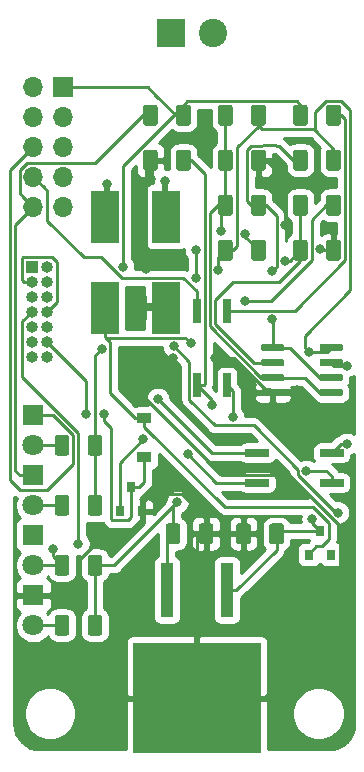
<source format=gbr>
%TF.GenerationSoftware,KiCad,Pcbnew,5.1.5+dfsg1-2build2*%
%TF.CreationDate,2022-11-14T11:38:36+01:00*%
%TF.ProjectId,ebus,65627573-2e6b-4696-9361-645f70636258,rev?*%
%TF.SameCoordinates,Original*%
%TF.FileFunction,Copper,L1,Top*%
%TF.FilePolarity,Positive*%
%FSLAX46Y46*%
G04 Gerber Fmt 4.6, Leading zero omitted, Abs format (unit mm)*
G04 Created by KiCad (PCBNEW 5.1.5+dfsg1-2build2) date 2022-11-14 11:38:36*
%MOMM*%
%LPD*%
G04 APERTURE LIST*
%TA.AperFunction,SMDPad,CuDef*%
%ADD10R,2.400000X4.400000*%
%TD*%
%TA.AperFunction,ComponentPad*%
%ADD11O,1.000000X1.000000*%
%TD*%
%TA.AperFunction,ComponentPad*%
%ADD12R,1.000000X1.000000*%
%TD*%
%TA.AperFunction,SMDPad,CuDef*%
%ADD13R,2.000000X0.640000*%
%TD*%
%TA.AperFunction,SMDPad,CuDef*%
%ADD14R,10.800000X9.400000*%
%TD*%
%TA.AperFunction,SMDPad,CuDef*%
%ADD15R,1.100000X4.600000*%
%TD*%
%TA.AperFunction,SMDPad,CuDef*%
%ADD16R,0.640000X2.000000*%
%TD*%
%TA.AperFunction,ComponentPad*%
%ADD17O,1.700000X1.700000*%
%TD*%
%TA.AperFunction,ComponentPad*%
%ADD18R,1.700000X1.700000*%
%TD*%
%TA.AperFunction,SMDPad,CuDef*%
%ADD19C,0.100000*%
%TD*%
%TA.AperFunction,SMDPad,CuDef*%
%ADD20R,0.800000X0.900000*%
%TD*%
%TA.AperFunction,SMDPad,CuDef*%
%ADD21R,1.200000X0.900000*%
%TD*%
%TA.AperFunction,ComponentPad*%
%ADD22C,2.400000*%
%TD*%
%TA.AperFunction,ComponentPad*%
%ADD23R,2.400000X2.400000*%
%TD*%
%TA.AperFunction,ComponentPad*%
%ADD24C,1.800000*%
%TD*%
%TA.AperFunction,ComponentPad*%
%ADD25R,1.800000X1.800000*%
%TD*%
%TA.AperFunction,ViaPad*%
%ADD26C,0.800000*%
%TD*%
%TA.AperFunction,Conductor*%
%ADD27C,0.250000*%
%TD*%
%TA.AperFunction,Conductor*%
%ADD28C,0.500000*%
%TD*%
%TA.AperFunction,Conductor*%
%ADD29C,0.254000*%
%TD*%
G04 APERTURE END LIST*
D10*
%TO.P,D3,1*%
%TO.N,GNDD*%
X76768000Y-110276000D03*
%TO.P,D3,2*%
%TO.N,+24V*%
X76768000Y-102576000D03*
%TO.P,D3,3*%
%TO.N,Net-(D3-Pad3)*%
X71568000Y-102576000D03*
%TO.P,D3,4*%
%TO.N,SIGNAL*%
X71568000Y-110276000D03*
%TD*%
D11*
%TO.P,J8,14*%
%TO.N,MP7*%
X66675000Y-114427000D03*
%TO.P,J8,13*%
%TO.N,MP13*%
X65405000Y-114427000D03*
%TO.P,J8,12*%
%TO.N,MP6*%
X66675000Y-113157000D03*
%TO.P,J8,11*%
%TO.N,MP12*%
X65405000Y-113157000D03*
%TO.P,J8,10*%
%TO.N,MP5*%
X66675000Y-111887000D03*
%TO.P,J8,9*%
%TO.N,MP11*%
X65405000Y-111887000D03*
%TO.P,J8,8*%
%TO.N,MP4*%
X66675000Y-110617000D03*
%TO.P,J8,7*%
%TO.N,MP10*%
X65405000Y-110617000D03*
%TO.P,J8,6*%
%TO.N,MP3*%
X66675000Y-109347000D03*
%TO.P,J8,5*%
%TO.N,MP9*%
X65405000Y-109347000D03*
%TO.P,J8,4*%
%TO.N,N/C*%
X66675000Y-108077000D03*
%TO.P,J8,3*%
%TO.N,MP4*%
X65405000Y-108077000D03*
%TO.P,J8,2*%
%TO.N,MP1*%
X66675000Y-106807000D03*
D12*
%TO.P,J8,1*%
%TO.N,GNDD*%
X65405000Y-106807000D03*
%TD*%
D13*
%TO.P,U4,4*%
%TO.N,RX*%
X84480000Y-125095000D03*
%TO.P,U4,3*%
%TO.N,GNDREF*%
X84480000Y-122555000D03*
%TO.P,U4,2*%
%TO.N,MP10*%
X90780000Y-122555000D03*
%TO.P,U4,1*%
%TO.N,MP9*%
X90780000Y-125095000D03*
%TD*%
D14*
%TO.P,U3,2*%
%TO.N,GNDD*%
X79375000Y-143329000D03*
D15*
%TO.P,U3,3*%
%TO.N,MP5*%
X76835000Y-134179000D03*
%TO.P,U3,1*%
%TO.N,MP1*%
X81915000Y-134179000D03*
%TD*%
D16*
%TO.P,U2,4*%
%TO.N,MP12*%
X81915000Y-116815000D03*
%TO.P,U2,3*%
%TO.N,MP13*%
X79375000Y-116815000D03*
%TO.P,U2,2*%
%TO.N,TX*%
X79375000Y-110515000D03*
%TO.P,U2,1*%
%TO.N,Net-(R13-Pad2)*%
X81915000Y-110515000D03*
%TD*%
D17*
%TO.P,J3,10*%
%TO.N,RX*%
X65532000Y-101727000D03*
%TO.P,J3,9*%
%TO.N,N/C*%
X68072000Y-101727000D03*
%TO.P,J3,8*%
%TO.N,TX*%
X65532000Y-99187000D03*
%TO.P,J3,7*%
%TO.N,N/C*%
X68072000Y-99187000D03*
%TO.P,J3,6*%
%TO.N,GNDREF*%
X65532000Y-96647000D03*
%TO.P,J3,5*%
%TO.N,N/C*%
X68072000Y-96647000D03*
%TO.P,J3,4*%
X65532000Y-94107000D03*
%TO.P,J3,3*%
X68072000Y-94107000D03*
%TO.P,J3,2*%
X65532000Y-91567000D03*
D18*
%TO.P,J3,1*%
%TO.N,+3V3*%
X68072000Y-91567000D03*
%TD*%
%TA.AperFunction,SMDPad,CuDef*%
D19*
%TO.P,U1,8*%
%TO.N,MP5*%
G36*
X91579703Y-113365722D02*
G01*
X91594264Y-113367882D01*
X91608543Y-113371459D01*
X91622403Y-113376418D01*
X91635710Y-113382712D01*
X91648336Y-113390280D01*
X91660159Y-113399048D01*
X91671066Y-113408934D01*
X91680952Y-113419841D01*
X91689720Y-113431664D01*
X91697288Y-113444290D01*
X91703582Y-113457597D01*
X91708541Y-113471457D01*
X91712118Y-113485736D01*
X91714278Y-113500297D01*
X91715000Y-113515000D01*
X91715000Y-113815000D01*
X91714278Y-113829703D01*
X91712118Y-113844264D01*
X91708541Y-113858543D01*
X91703582Y-113872403D01*
X91697288Y-113885710D01*
X91689720Y-113898336D01*
X91680952Y-113910159D01*
X91671066Y-113921066D01*
X91660159Y-113930952D01*
X91648336Y-113939720D01*
X91635710Y-113947288D01*
X91622403Y-113953582D01*
X91608543Y-113958541D01*
X91594264Y-113962118D01*
X91579703Y-113964278D01*
X91565000Y-113965000D01*
X89915000Y-113965000D01*
X89900297Y-113964278D01*
X89885736Y-113962118D01*
X89871457Y-113958541D01*
X89857597Y-113953582D01*
X89844290Y-113947288D01*
X89831664Y-113939720D01*
X89819841Y-113930952D01*
X89808934Y-113921066D01*
X89799048Y-113910159D01*
X89790280Y-113898336D01*
X89782712Y-113885710D01*
X89776418Y-113872403D01*
X89771459Y-113858543D01*
X89767882Y-113844264D01*
X89765722Y-113829703D01*
X89765000Y-113815000D01*
X89765000Y-113515000D01*
X89765722Y-113500297D01*
X89767882Y-113485736D01*
X89771459Y-113471457D01*
X89776418Y-113457597D01*
X89782712Y-113444290D01*
X89790280Y-113431664D01*
X89799048Y-113419841D01*
X89808934Y-113408934D01*
X89819841Y-113399048D01*
X89831664Y-113390280D01*
X89844290Y-113382712D01*
X89857597Y-113376418D01*
X89871457Y-113371459D01*
X89885736Y-113367882D01*
X89900297Y-113365722D01*
X89915000Y-113365000D01*
X91565000Y-113365000D01*
X91579703Y-113365722D01*
G37*
%TD.AperFunction*%
%TA.AperFunction,SMDPad,CuDef*%
%TO.P,U1,7*%
%TO.N,MP10*%
G36*
X91579703Y-114635722D02*
G01*
X91594264Y-114637882D01*
X91608543Y-114641459D01*
X91622403Y-114646418D01*
X91635710Y-114652712D01*
X91648336Y-114660280D01*
X91660159Y-114669048D01*
X91671066Y-114678934D01*
X91680952Y-114689841D01*
X91689720Y-114701664D01*
X91697288Y-114714290D01*
X91703582Y-114727597D01*
X91708541Y-114741457D01*
X91712118Y-114755736D01*
X91714278Y-114770297D01*
X91715000Y-114785000D01*
X91715000Y-115085000D01*
X91714278Y-115099703D01*
X91712118Y-115114264D01*
X91708541Y-115128543D01*
X91703582Y-115142403D01*
X91697288Y-115155710D01*
X91689720Y-115168336D01*
X91680952Y-115180159D01*
X91671066Y-115191066D01*
X91660159Y-115200952D01*
X91648336Y-115209720D01*
X91635710Y-115217288D01*
X91622403Y-115223582D01*
X91608543Y-115228541D01*
X91594264Y-115232118D01*
X91579703Y-115234278D01*
X91565000Y-115235000D01*
X89915000Y-115235000D01*
X89900297Y-115234278D01*
X89885736Y-115232118D01*
X89871457Y-115228541D01*
X89857597Y-115223582D01*
X89844290Y-115217288D01*
X89831664Y-115209720D01*
X89819841Y-115200952D01*
X89808934Y-115191066D01*
X89799048Y-115180159D01*
X89790280Y-115168336D01*
X89782712Y-115155710D01*
X89776418Y-115142403D01*
X89771459Y-115128543D01*
X89767882Y-115114264D01*
X89765722Y-115099703D01*
X89765000Y-115085000D01*
X89765000Y-114785000D01*
X89765722Y-114770297D01*
X89767882Y-114755736D01*
X89771459Y-114741457D01*
X89776418Y-114727597D01*
X89782712Y-114714290D01*
X89790280Y-114701664D01*
X89799048Y-114689841D01*
X89808934Y-114678934D01*
X89819841Y-114669048D01*
X89831664Y-114660280D01*
X89844290Y-114652712D01*
X89857597Y-114646418D01*
X89871457Y-114641459D01*
X89885736Y-114637882D01*
X89900297Y-114635722D01*
X89915000Y-114635000D01*
X91565000Y-114635000D01*
X91579703Y-114635722D01*
G37*
%TD.AperFunction*%
%TA.AperFunction,SMDPad,CuDef*%
%TO.P,U1,6*%
%TO.N,MP7*%
G36*
X91579703Y-115905722D02*
G01*
X91594264Y-115907882D01*
X91608543Y-115911459D01*
X91622403Y-115916418D01*
X91635710Y-115922712D01*
X91648336Y-115930280D01*
X91660159Y-115939048D01*
X91671066Y-115948934D01*
X91680952Y-115959841D01*
X91689720Y-115971664D01*
X91697288Y-115984290D01*
X91703582Y-115997597D01*
X91708541Y-116011457D01*
X91712118Y-116025736D01*
X91714278Y-116040297D01*
X91715000Y-116055000D01*
X91715000Y-116355000D01*
X91714278Y-116369703D01*
X91712118Y-116384264D01*
X91708541Y-116398543D01*
X91703582Y-116412403D01*
X91697288Y-116425710D01*
X91689720Y-116438336D01*
X91680952Y-116450159D01*
X91671066Y-116461066D01*
X91660159Y-116470952D01*
X91648336Y-116479720D01*
X91635710Y-116487288D01*
X91622403Y-116493582D01*
X91608543Y-116498541D01*
X91594264Y-116502118D01*
X91579703Y-116504278D01*
X91565000Y-116505000D01*
X89915000Y-116505000D01*
X89900297Y-116504278D01*
X89885736Y-116502118D01*
X89871457Y-116498541D01*
X89857597Y-116493582D01*
X89844290Y-116487288D01*
X89831664Y-116479720D01*
X89819841Y-116470952D01*
X89808934Y-116461066D01*
X89799048Y-116450159D01*
X89790280Y-116438336D01*
X89782712Y-116425710D01*
X89776418Y-116412403D01*
X89771459Y-116398543D01*
X89767882Y-116384264D01*
X89765722Y-116369703D01*
X89765000Y-116355000D01*
X89765000Y-116055000D01*
X89765722Y-116040297D01*
X89767882Y-116025736D01*
X89771459Y-116011457D01*
X89776418Y-115997597D01*
X89782712Y-115984290D01*
X89790280Y-115971664D01*
X89799048Y-115959841D01*
X89808934Y-115948934D01*
X89819841Y-115939048D01*
X89831664Y-115930280D01*
X89844290Y-115922712D01*
X89857597Y-115916418D01*
X89871457Y-115911459D01*
X89885736Y-115907882D01*
X89900297Y-115905722D01*
X89915000Y-115905000D01*
X91565000Y-115905000D01*
X91579703Y-115905722D01*
G37*
%TD.AperFunction*%
%TA.AperFunction,SMDPad,CuDef*%
%TO.P,U1,5*%
%TO.N,MP4*%
G36*
X91579703Y-117175722D02*
G01*
X91594264Y-117177882D01*
X91608543Y-117181459D01*
X91622403Y-117186418D01*
X91635710Y-117192712D01*
X91648336Y-117200280D01*
X91660159Y-117209048D01*
X91671066Y-117218934D01*
X91680952Y-117229841D01*
X91689720Y-117241664D01*
X91697288Y-117254290D01*
X91703582Y-117267597D01*
X91708541Y-117281457D01*
X91712118Y-117295736D01*
X91714278Y-117310297D01*
X91715000Y-117325000D01*
X91715000Y-117625000D01*
X91714278Y-117639703D01*
X91712118Y-117654264D01*
X91708541Y-117668543D01*
X91703582Y-117682403D01*
X91697288Y-117695710D01*
X91689720Y-117708336D01*
X91680952Y-117720159D01*
X91671066Y-117731066D01*
X91660159Y-117740952D01*
X91648336Y-117749720D01*
X91635710Y-117757288D01*
X91622403Y-117763582D01*
X91608543Y-117768541D01*
X91594264Y-117772118D01*
X91579703Y-117774278D01*
X91565000Y-117775000D01*
X89915000Y-117775000D01*
X89900297Y-117774278D01*
X89885736Y-117772118D01*
X89871457Y-117768541D01*
X89857597Y-117763582D01*
X89844290Y-117757288D01*
X89831664Y-117749720D01*
X89819841Y-117740952D01*
X89808934Y-117731066D01*
X89799048Y-117720159D01*
X89790280Y-117708336D01*
X89782712Y-117695710D01*
X89776418Y-117682403D01*
X89771459Y-117668543D01*
X89767882Y-117654264D01*
X89765722Y-117639703D01*
X89765000Y-117625000D01*
X89765000Y-117325000D01*
X89765722Y-117310297D01*
X89767882Y-117295736D01*
X89771459Y-117281457D01*
X89776418Y-117267597D01*
X89782712Y-117254290D01*
X89790280Y-117241664D01*
X89799048Y-117229841D01*
X89808934Y-117218934D01*
X89819841Y-117209048D01*
X89831664Y-117200280D01*
X89844290Y-117192712D01*
X89857597Y-117186418D01*
X89871457Y-117181459D01*
X89885736Y-117177882D01*
X89900297Y-117175722D01*
X89915000Y-117175000D01*
X91565000Y-117175000D01*
X91579703Y-117175722D01*
G37*
%TD.AperFunction*%
%TA.AperFunction,SMDPad,CuDef*%
%TO.P,U1,4*%
%TO.N,GNDD*%
G36*
X86629703Y-117175722D02*
G01*
X86644264Y-117177882D01*
X86658543Y-117181459D01*
X86672403Y-117186418D01*
X86685710Y-117192712D01*
X86698336Y-117200280D01*
X86710159Y-117209048D01*
X86721066Y-117218934D01*
X86730952Y-117229841D01*
X86739720Y-117241664D01*
X86747288Y-117254290D01*
X86753582Y-117267597D01*
X86758541Y-117281457D01*
X86762118Y-117295736D01*
X86764278Y-117310297D01*
X86765000Y-117325000D01*
X86765000Y-117625000D01*
X86764278Y-117639703D01*
X86762118Y-117654264D01*
X86758541Y-117668543D01*
X86753582Y-117682403D01*
X86747288Y-117695710D01*
X86739720Y-117708336D01*
X86730952Y-117720159D01*
X86721066Y-117731066D01*
X86710159Y-117740952D01*
X86698336Y-117749720D01*
X86685710Y-117757288D01*
X86672403Y-117763582D01*
X86658543Y-117768541D01*
X86644264Y-117772118D01*
X86629703Y-117774278D01*
X86615000Y-117775000D01*
X84965000Y-117775000D01*
X84950297Y-117774278D01*
X84935736Y-117772118D01*
X84921457Y-117768541D01*
X84907597Y-117763582D01*
X84894290Y-117757288D01*
X84881664Y-117749720D01*
X84869841Y-117740952D01*
X84858934Y-117731066D01*
X84849048Y-117720159D01*
X84840280Y-117708336D01*
X84832712Y-117695710D01*
X84826418Y-117682403D01*
X84821459Y-117668543D01*
X84817882Y-117654264D01*
X84815722Y-117639703D01*
X84815000Y-117625000D01*
X84815000Y-117325000D01*
X84815722Y-117310297D01*
X84817882Y-117295736D01*
X84821459Y-117281457D01*
X84826418Y-117267597D01*
X84832712Y-117254290D01*
X84840280Y-117241664D01*
X84849048Y-117229841D01*
X84858934Y-117218934D01*
X84869841Y-117209048D01*
X84881664Y-117200280D01*
X84894290Y-117192712D01*
X84907597Y-117186418D01*
X84921457Y-117181459D01*
X84935736Y-117177882D01*
X84950297Y-117175722D01*
X84965000Y-117175000D01*
X86615000Y-117175000D01*
X86629703Y-117175722D01*
G37*
%TD.AperFunction*%
%TA.AperFunction,SMDPad,CuDef*%
%TO.P,U1,3*%
%TO.N,MP4*%
G36*
X86629703Y-115905722D02*
G01*
X86644264Y-115907882D01*
X86658543Y-115911459D01*
X86672403Y-115916418D01*
X86685710Y-115922712D01*
X86698336Y-115930280D01*
X86710159Y-115939048D01*
X86721066Y-115948934D01*
X86730952Y-115959841D01*
X86739720Y-115971664D01*
X86747288Y-115984290D01*
X86753582Y-115997597D01*
X86758541Y-116011457D01*
X86762118Y-116025736D01*
X86764278Y-116040297D01*
X86765000Y-116055000D01*
X86765000Y-116355000D01*
X86764278Y-116369703D01*
X86762118Y-116384264D01*
X86758541Y-116398543D01*
X86753582Y-116412403D01*
X86747288Y-116425710D01*
X86739720Y-116438336D01*
X86730952Y-116450159D01*
X86721066Y-116461066D01*
X86710159Y-116470952D01*
X86698336Y-116479720D01*
X86685710Y-116487288D01*
X86672403Y-116493582D01*
X86658543Y-116498541D01*
X86644264Y-116502118D01*
X86629703Y-116504278D01*
X86615000Y-116505000D01*
X84965000Y-116505000D01*
X84950297Y-116504278D01*
X84935736Y-116502118D01*
X84921457Y-116498541D01*
X84907597Y-116493582D01*
X84894290Y-116487288D01*
X84881664Y-116479720D01*
X84869841Y-116470952D01*
X84858934Y-116461066D01*
X84849048Y-116450159D01*
X84840280Y-116438336D01*
X84832712Y-116425710D01*
X84826418Y-116412403D01*
X84821459Y-116398543D01*
X84817882Y-116384264D01*
X84815722Y-116369703D01*
X84815000Y-116355000D01*
X84815000Y-116055000D01*
X84815722Y-116040297D01*
X84817882Y-116025736D01*
X84821459Y-116011457D01*
X84826418Y-115997597D01*
X84832712Y-115984290D01*
X84840280Y-115971664D01*
X84849048Y-115959841D01*
X84858934Y-115948934D01*
X84869841Y-115939048D01*
X84881664Y-115930280D01*
X84894290Y-115922712D01*
X84907597Y-115916418D01*
X84921457Y-115911459D01*
X84935736Y-115907882D01*
X84950297Y-115905722D01*
X84965000Y-115905000D01*
X86615000Y-115905000D01*
X86629703Y-115905722D01*
G37*
%TD.AperFunction*%
%TA.AperFunction,SMDPad,CuDef*%
%TO.P,U1,2*%
%TO.N,MP3*%
G36*
X86629703Y-114635722D02*
G01*
X86644264Y-114637882D01*
X86658543Y-114641459D01*
X86672403Y-114646418D01*
X86685710Y-114652712D01*
X86698336Y-114660280D01*
X86710159Y-114669048D01*
X86721066Y-114678934D01*
X86730952Y-114689841D01*
X86739720Y-114701664D01*
X86747288Y-114714290D01*
X86753582Y-114727597D01*
X86758541Y-114741457D01*
X86762118Y-114755736D01*
X86764278Y-114770297D01*
X86765000Y-114785000D01*
X86765000Y-115085000D01*
X86764278Y-115099703D01*
X86762118Y-115114264D01*
X86758541Y-115128543D01*
X86753582Y-115142403D01*
X86747288Y-115155710D01*
X86739720Y-115168336D01*
X86730952Y-115180159D01*
X86721066Y-115191066D01*
X86710159Y-115200952D01*
X86698336Y-115209720D01*
X86685710Y-115217288D01*
X86672403Y-115223582D01*
X86658543Y-115228541D01*
X86644264Y-115232118D01*
X86629703Y-115234278D01*
X86615000Y-115235000D01*
X84965000Y-115235000D01*
X84950297Y-115234278D01*
X84935736Y-115232118D01*
X84921457Y-115228541D01*
X84907597Y-115223582D01*
X84894290Y-115217288D01*
X84881664Y-115209720D01*
X84869841Y-115200952D01*
X84858934Y-115191066D01*
X84849048Y-115180159D01*
X84840280Y-115168336D01*
X84832712Y-115155710D01*
X84826418Y-115142403D01*
X84821459Y-115128543D01*
X84817882Y-115114264D01*
X84815722Y-115099703D01*
X84815000Y-115085000D01*
X84815000Y-114785000D01*
X84815722Y-114770297D01*
X84817882Y-114755736D01*
X84821459Y-114741457D01*
X84826418Y-114727597D01*
X84832712Y-114714290D01*
X84840280Y-114701664D01*
X84849048Y-114689841D01*
X84858934Y-114678934D01*
X84869841Y-114669048D01*
X84881664Y-114660280D01*
X84894290Y-114652712D01*
X84907597Y-114646418D01*
X84921457Y-114641459D01*
X84935736Y-114637882D01*
X84950297Y-114635722D01*
X84965000Y-114635000D01*
X86615000Y-114635000D01*
X86629703Y-114635722D01*
G37*
%TD.AperFunction*%
%TA.AperFunction,SMDPad,CuDef*%
%TO.P,U1,1*%
%TO.N,MP7*%
G36*
X86629703Y-113365722D02*
G01*
X86644264Y-113367882D01*
X86658543Y-113371459D01*
X86672403Y-113376418D01*
X86685710Y-113382712D01*
X86698336Y-113390280D01*
X86710159Y-113399048D01*
X86721066Y-113408934D01*
X86730952Y-113419841D01*
X86739720Y-113431664D01*
X86747288Y-113444290D01*
X86753582Y-113457597D01*
X86758541Y-113471457D01*
X86762118Y-113485736D01*
X86764278Y-113500297D01*
X86765000Y-113515000D01*
X86765000Y-113815000D01*
X86764278Y-113829703D01*
X86762118Y-113844264D01*
X86758541Y-113858543D01*
X86753582Y-113872403D01*
X86747288Y-113885710D01*
X86739720Y-113898336D01*
X86730952Y-113910159D01*
X86721066Y-113921066D01*
X86710159Y-113930952D01*
X86698336Y-113939720D01*
X86685710Y-113947288D01*
X86672403Y-113953582D01*
X86658543Y-113958541D01*
X86644264Y-113962118D01*
X86629703Y-113964278D01*
X86615000Y-113965000D01*
X84965000Y-113965000D01*
X84950297Y-113964278D01*
X84935736Y-113962118D01*
X84921457Y-113958541D01*
X84907597Y-113953582D01*
X84894290Y-113947288D01*
X84881664Y-113939720D01*
X84869841Y-113930952D01*
X84858934Y-113921066D01*
X84849048Y-113910159D01*
X84840280Y-113898336D01*
X84832712Y-113885710D01*
X84826418Y-113872403D01*
X84821459Y-113858543D01*
X84817882Y-113844264D01*
X84815722Y-113829703D01*
X84815000Y-113815000D01*
X84815000Y-113515000D01*
X84815722Y-113500297D01*
X84817882Y-113485736D01*
X84821459Y-113471457D01*
X84826418Y-113457597D01*
X84832712Y-113444290D01*
X84840280Y-113431664D01*
X84849048Y-113419841D01*
X84858934Y-113408934D01*
X84869841Y-113399048D01*
X84881664Y-113390280D01*
X84894290Y-113382712D01*
X84907597Y-113376418D01*
X84921457Y-113371459D01*
X84935736Y-113367882D01*
X84950297Y-113365722D01*
X84965000Y-113365000D01*
X86615000Y-113365000D01*
X86629703Y-113365722D01*
G37*
%TD.AperFunction*%
%TD*%
D20*
%TO.P,Q1,3*%
%TO.N,MP6*%
X73787000Y-125492000D03*
%TO.P,Q1,2*%
%TO.N,GNDD*%
X74737000Y-127492000D03*
%TO.P,Q1,1*%
%TO.N,MP13*%
X72837000Y-127492000D03*
%TD*%
%TO.P,D7,3*%
%TO.N,MP1*%
X89789000Y-129175000D03*
%TO.P,D7,2*%
%TO.N,N/C*%
X90739000Y-131175000D03*
%TO.P,D7,1*%
%TO.N,SIGNAL*%
X88839000Y-131175000D03*
%TD*%
D21*
%TO.P,D1,2*%
%TO.N,MP6*%
X74930000Y-122935000D03*
%TO.P,D1,1*%
%TO.N,SIGNAL*%
X74930000Y-119635000D03*
%TD*%
%TA.AperFunction,SMDPad,CuDef*%
D19*
%TO.P,R19,2*%
%TO.N,+3V3*%
G36*
X71141504Y-121046204D02*
G01*
X71165773Y-121049804D01*
X71189571Y-121055765D01*
X71212671Y-121064030D01*
X71234849Y-121074520D01*
X71255893Y-121087133D01*
X71275598Y-121101747D01*
X71293777Y-121118223D01*
X71310253Y-121136402D01*
X71324867Y-121156107D01*
X71337480Y-121177151D01*
X71347970Y-121199329D01*
X71356235Y-121222429D01*
X71362196Y-121246227D01*
X71365796Y-121270496D01*
X71367000Y-121295000D01*
X71367000Y-122545000D01*
X71365796Y-122569504D01*
X71362196Y-122593773D01*
X71356235Y-122617571D01*
X71347970Y-122640671D01*
X71337480Y-122662849D01*
X71324867Y-122683893D01*
X71310253Y-122703598D01*
X71293777Y-122721777D01*
X71275598Y-122738253D01*
X71255893Y-122752867D01*
X71234849Y-122765480D01*
X71212671Y-122775970D01*
X71189571Y-122784235D01*
X71165773Y-122790196D01*
X71141504Y-122793796D01*
X71117000Y-122795000D01*
X70367000Y-122795000D01*
X70342496Y-122793796D01*
X70318227Y-122790196D01*
X70294429Y-122784235D01*
X70271329Y-122775970D01*
X70249151Y-122765480D01*
X70228107Y-122752867D01*
X70208402Y-122738253D01*
X70190223Y-122721777D01*
X70173747Y-122703598D01*
X70159133Y-122683893D01*
X70146520Y-122662849D01*
X70136030Y-122640671D01*
X70127765Y-122617571D01*
X70121804Y-122593773D01*
X70118204Y-122569504D01*
X70117000Y-122545000D01*
X70117000Y-121295000D01*
X70118204Y-121270496D01*
X70121804Y-121246227D01*
X70127765Y-121222429D01*
X70136030Y-121199329D01*
X70146520Y-121177151D01*
X70159133Y-121156107D01*
X70173747Y-121136402D01*
X70190223Y-121118223D01*
X70208402Y-121101747D01*
X70228107Y-121087133D01*
X70249151Y-121074520D01*
X70271329Y-121064030D01*
X70294429Y-121055765D01*
X70318227Y-121049804D01*
X70342496Y-121046204D01*
X70367000Y-121045000D01*
X71117000Y-121045000D01*
X71141504Y-121046204D01*
G37*
%TD.AperFunction*%
%TA.AperFunction,SMDPad,CuDef*%
%TO.P,R19,1*%
%TO.N,Net-(D6-Pad2)*%
G36*
X68341504Y-121046204D02*
G01*
X68365773Y-121049804D01*
X68389571Y-121055765D01*
X68412671Y-121064030D01*
X68434849Y-121074520D01*
X68455893Y-121087133D01*
X68475598Y-121101747D01*
X68493777Y-121118223D01*
X68510253Y-121136402D01*
X68524867Y-121156107D01*
X68537480Y-121177151D01*
X68547970Y-121199329D01*
X68556235Y-121222429D01*
X68562196Y-121246227D01*
X68565796Y-121270496D01*
X68567000Y-121295000D01*
X68567000Y-122545000D01*
X68565796Y-122569504D01*
X68562196Y-122593773D01*
X68556235Y-122617571D01*
X68547970Y-122640671D01*
X68537480Y-122662849D01*
X68524867Y-122683893D01*
X68510253Y-122703598D01*
X68493777Y-122721777D01*
X68475598Y-122738253D01*
X68455893Y-122752867D01*
X68434849Y-122765480D01*
X68412671Y-122775970D01*
X68389571Y-122784235D01*
X68365773Y-122790196D01*
X68341504Y-122793796D01*
X68317000Y-122795000D01*
X67567000Y-122795000D01*
X67542496Y-122793796D01*
X67518227Y-122790196D01*
X67494429Y-122784235D01*
X67471329Y-122775970D01*
X67449151Y-122765480D01*
X67428107Y-122752867D01*
X67408402Y-122738253D01*
X67390223Y-122721777D01*
X67373747Y-122703598D01*
X67359133Y-122683893D01*
X67346520Y-122662849D01*
X67336030Y-122640671D01*
X67327765Y-122617571D01*
X67321804Y-122593773D01*
X67318204Y-122569504D01*
X67317000Y-122545000D01*
X67317000Y-121295000D01*
X67318204Y-121270496D01*
X67321804Y-121246227D01*
X67327765Y-121222429D01*
X67336030Y-121199329D01*
X67346520Y-121177151D01*
X67359133Y-121156107D01*
X67373747Y-121136402D01*
X67390223Y-121118223D01*
X67408402Y-121101747D01*
X67428107Y-121087133D01*
X67449151Y-121074520D01*
X67471329Y-121064030D01*
X67494429Y-121055765D01*
X67518227Y-121049804D01*
X67542496Y-121046204D01*
X67567000Y-121045000D01*
X68317000Y-121045000D01*
X68341504Y-121046204D01*
G37*
%TD.AperFunction*%
%TD*%
%TA.AperFunction,SMDPad,CuDef*%
%TO.P,R17,2*%
%TO.N,MP5*%
G36*
X71141504Y-136286204D02*
G01*
X71165773Y-136289804D01*
X71189571Y-136295765D01*
X71212671Y-136304030D01*
X71234849Y-136314520D01*
X71255893Y-136327133D01*
X71275598Y-136341747D01*
X71293777Y-136358223D01*
X71310253Y-136376402D01*
X71324867Y-136396107D01*
X71337480Y-136417151D01*
X71347970Y-136439329D01*
X71356235Y-136462429D01*
X71362196Y-136486227D01*
X71365796Y-136510496D01*
X71367000Y-136535000D01*
X71367000Y-137785000D01*
X71365796Y-137809504D01*
X71362196Y-137833773D01*
X71356235Y-137857571D01*
X71347970Y-137880671D01*
X71337480Y-137902849D01*
X71324867Y-137923893D01*
X71310253Y-137943598D01*
X71293777Y-137961777D01*
X71275598Y-137978253D01*
X71255893Y-137992867D01*
X71234849Y-138005480D01*
X71212671Y-138015970D01*
X71189571Y-138024235D01*
X71165773Y-138030196D01*
X71141504Y-138033796D01*
X71117000Y-138035000D01*
X70367000Y-138035000D01*
X70342496Y-138033796D01*
X70318227Y-138030196D01*
X70294429Y-138024235D01*
X70271329Y-138015970D01*
X70249151Y-138005480D01*
X70228107Y-137992867D01*
X70208402Y-137978253D01*
X70190223Y-137961777D01*
X70173747Y-137943598D01*
X70159133Y-137923893D01*
X70146520Y-137902849D01*
X70136030Y-137880671D01*
X70127765Y-137857571D01*
X70121804Y-137833773D01*
X70118204Y-137809504D01*
X70117000Y-137785000D01*
X70117000Y-136535000D01*
X70118204Y-136510496D01*
X70121804Y-136486227D01*
X70127765Y-136462429D01*
X70136030Y-136439329D01*
X70146520Y-136417151D01*
X70159133Y-136396107D01*
X70173747Y-136376402D01*
X70190223Y-136358223D01*
X70208402Y-136341747D01*
X70228107Y-136327133D01*
X70249151Y-136314520D01*
X70271329Y-136304030D01*
X70294429Y-136295765D01*
X70318227Y-136289804D01*
X70342496Y-136286204D01*
X70367000Y-136285000D01*
X71117000Y-136285000D01*
X71141504Y-136286204D01*
G37*
%TD.AperFunction*%
%TA.AperFunction,SMDPad,CuDef*%
%TO.P,R17,1*%
%TO.N,Net-(D5-Pad2)*%
G36*
X68341504Y-136286204D02*
G01*
X68365773Y-136289804D01*
X68389571Y-136295765D01*
X68412671Y-136304030D01*
X68434849Y-136314520D01*
X68455893Y-136327133D01*
X68475598Y-136341747D01*
X68493777Y-136358223D01*
X68510253Y-136376402D01*
X68524867Y-136396107D01*
X68537480Y-136417151D01*
X68547970Y-136439329D01*
X68556235Y-136462429D01*
X68562196Y-136486227D01*
X68565796Y-136510496D01*
X68567000Y-136535000D01*
X68567000Y-137785000D01*
X68565796Y-137809504D01*
X68562196Y-137833773D01*
X68556235Y-137857571D01*
X68547970Y-137880671D01*
X68537480Y-137902849D01*
X68524867Y-137923893D01*
X68510253Y-137943598D01*
X68493777Y-137961777D01*
X68475598Y-137978253D01*
X68455893Y-137992867D01*
X68434849Y-138005480D01*
X68412671Y-138015970D01*
X68389571Y-138024235D01*
X68365773Y-138030196D01*
X68341504Y-138033796D01*
X68317000Y-138035000D01*
X67567000Y-138035000D01*
X67542496Y-138033796D01*
X67518227Y-138030196D01*
X67494429Y-138024235D01*
X67471329Y-138015970D01*
X67449151Y-138005480D01*
X67428107Y-137992867D01*
X67408402Y-137978253D01*
X67390223Y-137961777D01*
X67373747Y-137943598D01*
X67359133Y-137923893D01*
X67346520Y-137902849D01*
X67336030Y-137880671D01*
X67327765Y-137857571D01*
X67321804Y-137833773D01*
X67318204Y-137809504D01*
X67317000Y-137785000D01*
X67317000Y-136535000D01*
X67318204Y-136510496D01*
X67321804Y-136486227D01*
X67327765Y-136462429D01*
X67336030Y-136439329D01*
X67346520Y-136417151D01*
X67359133Y-136396107D01*
X67373747Y-136376402D01*
X67390223Y-136358223D01*
X67408402Y-136341747D01*
X67428107Y-136327133D01*
X67449151Y-136314520D01*
X67471329Y-136304030D01*
X67494429Y-136295765D01*
X67518227Y-136289804D01*
X67542496Y-136286204D01*
X67567000Y-136285000D01*
X68317000Y-136285000D01*
X68341504Y-136286204D01*
G37*
%TD.AperFunction*%
%TD*%
%TA.AperFunction,SMDPad,CuDef*%
%TO.P,R16,2*%
%TO.N,+3V3*%
G36*
X71141504Y-126126204D02*
G01*
X71165773Y-126129804D01*
X71189571Y-126135765D01*
X71212671Y-126144030D01*
X71234849Y-126154520D01*
X71255893Y-126167133D01*
X71275598Y-126181747D01*
X71293777Y-126198223D01*
X71310253Y-126216402D01*
X71324867Y-126236107D01*
X71337480Y-126257151D01*
X71347970Y-126279329D01*
X71356235Y-126302429D01*
X71362196Y-126326227D01*
X71365796Y-126350496D01*
X71367000Y-126375000D01*
X71367000Y-127625000D01*
X71365796Y-127649504D01*
X71362196Y-127673773D01*
X71356235Y-127697571D01*
X71347970Y-127720671D01*
X71337480Y-127742849D01*
X71324867Y-127763893D01*
X71310253Y-127783598D01*
X71293777Y-127801777D01*
X71275598Y-127818253D01*
X71255893Y-127832867D01*
X71234849Y-127845480D01*
X71212671Y-127855970D01*
X71189571Y-127864235D01*
X71165773Y-127870196D01*
X71141504Y-127873796D01*
X71117000Y-127875000D01*
X70367000Y-127875000D01*
X70342496Y-127873796D01*
X70318227Y-127870196D01*
X70294429Y-127864235D01*
X70271329Y-127855970D01*
X70249151Y-127845480D01*
X70228107Y-127832867D01*
X70208402Y-127818253D01*
X70190223Y-127801777D01*
X70173747Y-127783598D01*
X70159133Y-127763893D01*
X70146520Y-127742849D01*
X70136030Y-127720671D01*
X70127765Y-127697571D01*
X70121804Y-127673773D01*
X70118204Y-127649504D01*
X70117000Y-127625000D01*
X70117000Y-126375000D01*
X70118204Y-126350496D01*
X70121804Y-126326227D01*
X70127765Y-126302429D01*
X70136030Y-126279329D01*
X70146520Y-126257151D01*
X70159133Y-126236107D01*
X70173747Y-126216402D01*
X70190223Y-126198223D01*
X70208402Y-126181747D01*
X70228107Y-126167133D01*
X70249151Y-126154520D01*
X70271329Y-126144030D01*
X70294429Y-126135765D01*
X70318227Y-126129804D01*
X70342496Y-126126204D01*
X70367000Y-126125000D01*
X71117000Y-126125000D01*
X71141504Y-126126204D01*
G37*
%TD.AperFunction*%
%TA.AperFunction,SMDPad,CuDef*%
%TO.P,R16,1*%
%TO.N,Net-(D4-Pad2)*%
G36*
X68341504Y-126126204D02*
G01*
X68365773Y-126129804D01*
X68389571Y-126135765D01*
X68412671Y-126144030D01*
X68434849Y-126154520D01*
X68455893Y-126167133D01*
X68475598Y-126181747D01*
X68493777Y-126198223D01*
X68510253Y-126216402D01*
X68524867Y-126236107D01*
X68537480Y-126257151D01*
X68547970Y-126279329D01*
X68556235Y-126302429D01*
X68562196Y-126326227D01*
X68565796Y-126350496D01*
X68567000Y-126375000D01*
X68567000Y-127625000D01*
X68565796Y-127649504D01*
X68562196Y-127673773D01*
X68556235Y-127697571D01*
X68547970Y-127720671D01*
X68537480Y-127742849D01*
X68524867Y-127763893D01*
X68510253Y-127783598D01*
X68493777Y-127801777D01*
X68475598Y-127818253D01*
X68455893Y-127832867D01*
X68434849Y-127845480D01*
X68412671Y-127855970D01*
X68389571Y-127864235D01*
X68365773Y-127870196D01*
X68341504Y-127873796D01*
X68317000Y-127875000D01*
X67567000Y-127875000D01*
X67542496Y-127873796D01*
X67518227Y-127870196D01*
X67494429Y-127864235D01*
X67471329Y-127855970D01*
X67449151Y-127845480D01*
X67428107Y-127832867D01*
X67408402Y-127818253D01*
X67390223Y-127801777D01*
X67373747Y-127783598D01*
X67359133Y-127763893D01*
X67346520Y-127742849D01*
X67336030Y-127720671D01*
X67327765Y-127697571D01*
X67321804Y-127673773D01*
X67318204Y-127649504D01*
X67317000Y-127625000D01*
X67317000Y-126375000D01*
X67318204Y-126350496D01*
X67321804Y-126326227D01*
X67327765Y-126302429D01*
X67336030Y-126279329D01*
X67346520Y-126257151D01*
X67359133Y-126236107D01*
X67373747Y-126216402D01*
X67390223Y-126198223D01*
X67408402Y-126181747D01*
X67428107Y-126167133D01*
X67449151Y-126154520D01*
X67471329Y-126144030D01*
X67494429Y-126135765D01*
X67518227Y-126129804D01*
X67542496Y-126126204D01*
X67567000Y-126125000D01*
X68317000Y-126125000D01*
X68341504Y-126126204D01*
G37*
%TD.AperFunction*%
%TD*%
%TA.AperFunction,SMDPad,CuDef*%
%TO.P,R15,2*%
%TO.N,+3V3*%
G36*
X78634504Y-93106204D02*
G01*
X78658773Y-93109804D01*
X78682571Y-93115765D01*
X78705671Y-93124030D01*
X78727849Y-93134520D01*
X78748893Y-93147133D01*
X78768598Y-93161747D01*
X78786777Y-93178223D01*
X78803253Y-93196402D01*
X78817867Y-93216107D01*
X78830480Y-93237151D01*
X78840970Y-93259329D01*
X78849235Y-93282429D01*
X78855196Y-93306227D01*
X78858796Y-93330496D01*
X78860000Y-93355000D01*
X78860000Y-94605000D01*
X78858796Y-94629504D01*
X78855196Y-94653773D01*
X78849235Y-94677571D01*
X78840970Y-94700671D01*
X78830480Y-94722849D01*
X78817867Y-94743893D01*
X78803253Y-94763598D01*
X78786777Y-94781777D01*
X78768598Y-94798253D01*
X78748893Y-94812867D01*
X78727849Y-94825480D01*
X78705671Y-94835970D01*
X78682571Y-94844235D01*
X78658773Y-94850196D01*
X78634504Y-94853796D01*
X78610000Y-94855000D01*
X77860000Y-94855000D01*
X77835496Y-94853796D01*
X77811227Y-94850196D01*
X77787429Y-94844235D01*
X77764329Y-94835970D01*
X77742151Y-94825480D01*
X77721107Y-94812867D01*
X77701402Y-94798253D01*
X77683223Y-94781777D01*
X77666747Y-94763598D01*
X77652133Y-94743893D01*
X77639520Y-94722849D01*
X77629030Y-94700671D01*
X77620765Y-94677571D01*
X77614804Y-94653773D01*
X77611204Y-94629504D01*
X77610000Y-94605000D01*
X77610000Y-93355000D01*
X77611204Y-93330496D01*
X77614804Y-93306227D01*
X77620765Y-93282429D01*
X77629030Y-93259329D01*
X77639520Y-93237151D01*
X77652133Y-93216107D01*
X77666747Y-93196402D01*
X77683223Y-93178223D01*
X77701402Y-93161747D01*
X77721107Y-93147133D01*
X77742151Y-93134520D01*
X77764329Y-93124030D01*
X77787429Y-93115765D01*
X77811227Y-93109804D01*
X77835496Y-93106204D01*
X77860000Y-93105000D01*
X78610000Y-93105000D01*
X78634504Y-93106204D01*
G37*
%TD.AperFunction*%
%TA.AperFunction,SMDPad,CuDef*%
%TO.P,R15,1*%
%TO.N,RX*%
G36*
X75834504Y-93106204D02*
G01*
X75858773Y-93109804D01*
X75882571Y-93115765D01*
X75905671Y-93124030D01*
X75927849Y-93134520D01*
X75948893Y-93147133D01*
X75968598Y-93161747D01*
X75986777Y-93178223D01*
X76003253Y-93196402D01*
X76017867Y-93216107D01*
X76030480Y-93237151D01*
X76040970Y-93259329D01*
X76049235Y-93282429D01*
X76055196Y-93306227D01*
X76058796Y-93330496D01*
X76060000Y-93355000D01*
X76060000Y-94605000D01*
X76058796Y-94629504D01*
X76055196Y-94653773D01*
X76049235Y-94677571D01*
X76040970Y-94700671D01*
X76030480Y-94722849D01*
X76017867Y-94743893D01*
X76003253Y-94763598D01*
X75986777Y-94781777D01*
X75968598Y-94798253D01*
X75948893Y-94812867D01*
X75927849Y-94825480D01*
X75905671Y-94835970D01*
X75882571Y-94844235D01*
X75858773Y-94850196D01*
X75834504Y-94853796D01*
X75810000Y-94855000D01*
X75060000Y-94855000D01*
X75035496Y-94853796D01*
X75011227Y-94850196D01*
X74987429Y-94844235D01*
X74964329Y-94835970D01*
X74942151Y-94825480D01*
X74921107Y-94812867D01*
X74901402Y-94798253D01*
X74883223Y-94781777D01*
X74866747Y-94763598D01*
X74852133Y-94743893D01*
X74839520Y-94722849D01*
X74829030Y-94700671D01*
X74820765Y-94677571D01*
X74814804Y-94653773D01*
X74811204Y-94629504D01*
X74810000Y-94605000D01*
X74810000Y-93355000D01*
X74811204Y-93330496D01*
X74814804Y-93306227D01*
X74820765Y-93282429D01*
X74829030Y-93259329D01*
X74839520Y-93237151D01*
X74852133Y-93216107D01*
X74866747Y-93196402D01*
X74883223Y-93178223D01*
X74901402Y-93161747D01*
X74921107Y-93147133D01*
X74942151Y-93134520D01*
X74964329Y-93124030D01*
X74987429Y-93115765D01*
X75011227Y-93109804D01*
X75035496Y-93106204D01*
X75060000Y-93105000D01*
X75810000Y-93105000D01*
X75834504Y-93106204D01*
G37*
%TD.AperFunction*%
%TD*%
%TA.AperFunction,SMDPad,CuDef*%
%TO.P,R14,2*%
%TO.N,MP5*%
G36*
X82184504Y-104536204D02*
G01*
X82208773Y-104539804D01*
X82232571Y-104545765D01*
X82255671Y-104554030D01*
X82277849Y-104564520D01*
X82298893Y-104577133D01*
X82318598Y-104591747D01*
X82336777Y-104608223D01*
X82353253Y-104626402D01*
X82367867Y-104646107D01*
X82380480Y-104667151D01*
X82390970Y-104689329D01*
X82399235Y-104712429D01*
X82405196Y-104736227D01*
X82408796Y-104760496D01*
X82410000Y-104785000D01*
X82410000Y-106035000D01*
X82408796Y-106059504D01*
X82405196Y-106083773D01*
X82399235Y-106107571D01*
X82390970Y-106130671D01*
X82380480Y-106152849D01*
X82367867Y-106173893D01*
X82353253Y-106193598D01*
X82336777Y-106211777D01*
X82318598Y-106228253D01*
X82298893Y-106242867D01*
X82277849Y-106255480D01*
X82255671Y-106265970D01*
X82232571Y-106274235D01*
X82208773Y-106280196D01*
X82184504Y-106283796D01*
X82160000Y-106285000D01*
X81410000Y-106285000D01*
X81385496Y-106283796D01*
X81361227Y-106280196D01*
X81337429Y-106274235D01*
X81314329Y-106265970D01*
X81292151Y-106255480D01*
X81271107Y-106242867D01*
X81251402Y-106228253D01*
X81233223Y-106211777D01*
X81216747Y-106193598D01*
X81202133Y-106173893D01*
X81189520Y-106152849D01*
X81179030Y-106130671D01*
X81170765Y-106107571D01*
X81164804Y-106083773D01*
X81161204Y-106059504D01*
X81160000Y-106035000D01*
X81160000Y-104785000D01*
X81161204Y-104760496D01*
X81164804Y-104736227D01*
X81170765Y-104712429D01*
X81179030Y-104689329D01*
X81189520Y-104667151D01*
X81202133Y-104646107D01*
X81216747Y-104626402D01*
X81233223Y-104608223D01*
X81251402Y-104591747D01*
X81271107Y-104577133D01*
X81292151Y-104564520D01*
X81314329Y-104554030D01*
X81337429Y-104545765D01*
X81361227Y-104539804D01*
X81385496Y-104536204D01*
X81410000Y-104535000D01*
X82160000Y-104535000D01*
X82184504Y-104536204D01*
G37*
%TD.AperFunction*%
%TA.AperFunction,SMDPad,CuDef*%
%TO.P,R14,1*%
%TO.N,MP9*%
G36*
X84984504Y-104536204D02*
G01*
X85008773Y-104539804D01*
X85032571Y-104545765D01*
X85055671Y-104554030D01*
X85077849Y-104564520D01*
X85098893Y-104577133D01*
X85118598Y-104591747D01*
X85136777Y-104608223D01*
X85153253Y-104626402D01*
X85167867Y-104646107D01*
X85180480Y-104667151D01*
X85190970Y-104689329D01*
X85199235Y-104712429D01*
X85205196Y-104736227D01*
X85208796Y-104760496D01*
X85210000Y-104785000D01*
X85210000Y-106035000D01*
X85208796Y-106059504D01*
X85205196Y-106083773D01*
X85199235Y-106107571D01*
X85190970Y-106130671D01*
X85180480Y-106152849D01*
X85167867Y-106173893D01*
X85153253Y-106193598D01*
X85136777Y-106211777D01*
X85118598Y-106228253D01*
X85098893Y-106242867D01*
X85077849Y-106255480D01*
X85055671Y-106265970D01*
X85032571Y-106274235D01*
X85008773Y-106280196D01*
X84984504Y-106283796D01*
X84960000Y-106285000D01*
X84210000Y-106285000D01*
X84185496Y-106283796D01*
X84161227Y-106280196D01*
X84137429Y-106274235D01*
X84114329Y-106265970D01*
X84092151Y-106255480D01*
X84071107Y-106242867D01*
X84051402Y-106228253D01*
X84033223Y-106211777D01*
X84016747Y-106193598D01*
X84002133Y-106173893D01*
X83989520Y-106152849D01*
X83979030Y-106130671D01*
X83970765Y-106107571D01*
X83964804Y-106083773D01*
X83961204Y-106059504D01*
X83960000Y-106035000D01*
X83960000Y-104785000D01*
X83961204Y-104760496D01*
X83964804Y-104736227D01*
X83970765Y-104712429D01*
X83979030Y-104689329D01*
X83989520Y-104667151D01*
X84002133Y-104646107D01*
X84016747Y-104626402D01*
X84033223Y-104608223D01*
X84051402Y-104591747D01*
X84071107Y-104577133D01*
X84092151Y-104564520D01*
X84114329Y-104554030D01*
X84137429Y-104545765D01*
X84161227Y-104539804D01*
X84185496Y-104536204D01*
X84210000Y-104535000D01*
X84960000Y-104535000D01*
X84984504Y-104536204D01*
G37*
%TD.AperFunction*%
%TD*%
%TA.AperFunction,SMDPad,CuDef*%
%TO.P,R13,2*%
%TO.N,Net-(R13-Pad2)*%
G36*
X91334504Y-93106204D02*
G01*
X91358773Y-93109804D01*
X91382571Y-93115765D01*
X91405671Y-93124030D01*
X91427849Y-93134520D01*
X91448893Y-93147133D01*
X91468598Y-93161747D01*
X91486777Y-93178223D01*
X91503253Y-93196402D01*
X91517867Y-93216107D01*
X91530480Y-93237151D01*
X91540970Y-93259329D01*
X91549235Y-93282429D01*
X91555196Y-93306227D01*
X91558796Y-93330496D01*
X91560000Y-93355000D01*
X91560000Y-94605000D01*
X91558796Y-94629504D01*
X91555196Y-94653773D01*
X91549235Y-94677571D01*
X91540970Y-94700671D01*
X91530480Y-94722849D01*
X91517867Y-94743893D01*
X91503253Y-94763598D01*
X91486777Y-94781777D01*
X91468598Y-94798253D01*
X91448893Y-94812867D01*
X91427849Y-94825480D01*
X91405671Y-94835970D01*
X91382571Y-94844235D01*
X91358773Y-94850196D01*
X91334504Y-94853796D01*
X91310000Y-94855000D01*
X90560000Y-94855000D01*
X90535496Y-94853796D01*
X90511227Y-94850196D01*
X90487429Y-94844235D01*
X90464329Y-94835970D01*
X90442151Y-94825480D01*
X90421107Y-94812867D01*
X90401402Y-94798253D01*
X90383223Y-94781777D01*
X90366747Y-94763598D01*
X90352133Y-94743893D01*
X90339520Y-94722849D01*
X90329030Y-94700671D01*
X90320765Y-94677571D01*
X90314804Y-94653773D01*
X90311204Y-94629504D01*
X90310000Y-94605000D01*
X90310000Y-93355000D01*
X90311204Y-93330496D01*
X90314804Y-93306227D01*
X90320765Y-93282429D01*
X90329030Y-93259329D01*
X90339520Y-93237151D01*
X90352133Y-93216107D01*
X90366747Y-93196402D01*
X90383223Y-93178223D01*
X90401402Y-93161747D01*
X90421107Y-93147133D01*
X90442151Y-93134520D01*
X90464329Y-93124030D01*
X90487429Y-93115765D01*
X90511227Y-93109804D01*
X90535496Y-93106204D01*
X90560000Y-93105000D01*
X91310000Y-93105000D01*
X91334504Y-93106204D01*
G37*
%TD.AperFunction*%
%TA.AperFunction,SMDPad,CuDef*%
%TO.P,R13,1*%
%TO.N,+3V3*%
G36*
X88534504Y-93106204D02*
G01*
X88558773Y-93109804D01*
X88582571Y-93115765D01*
X88605671Y-93124030D01*
X88627849Y-93134520D01*
X88648893Y-93147133D01*
X88668598Y-93161747D01*
X88686777Y-93178223D01*
X88703253Y-93196402D01*
X88717867Y-93216107D01*
X88730480Y-93237151D01*
X88740970Y-93259329D01*
X88749235Y-93282429D01*
X88755196Y-93306227D01*
X88758796Y-93330496D01*
X88760000Y-93355000D01*
X88760000Y-94605000D01*
X88758796Y-94629504D01*
X88755196Y-94653773D01*
X88749235Y-94677571D01*
X88740970Y-94700671D01*
X88730480Y-94722849D01*
X88717867Y-94743893D01*
X88703253Y-94763598D01*
X88686777Y-94781777D01*
X88668598Y-94798253D01*
X88648893Y-94812867D01*
X88627849Y-94825480D01*
X88605671Y-94835970D01*
X88582571Y-94844235D01*
X88558773Y-94850196D01*
X88534504Y-94853796D01*
X88510000Y-94855000D01*
X87760000Y-94855000D01*
X87735496Y-94853796D01*
X87711227Y-94850196D01*
X87687429Y-94844235D01*
X87664329Y-94835970D01*
X87642151Y-94825480D01*
X87621107Y-94812867D01*
X87601402Y-94798253D01*
X87583223Y-94781777D01*
X87566747Y-94763598D01*
X87552133Y-94743893D01*
X87539520Y-94722849D01*
X87529030Y-94700671D01*
X87520765Y-94677571D01*
X87514804Y-94653773D01*
X87511204Y-94629504D01*
X87510000Y-94605000D01*
X87510000Y-93355000D01*
X87511204Y-93330496D01*
X87514804Y-93306227D01*
X87520765Y-93282429D01*
X87529030Y-93259329D01*
X87539520Y-93237151D01*
X87552133Y-93216107D01*
X87566747Y-93196402D01*
X87583223Y-93178223D01*
X87601402Y-93161747D01*
X87621107Y-93147133D01*
X87642151Y-93134520D01*
X87664329Y-93124030D01*
X87687429Y-93115765D01*
X87711227Y-93109804D01*
X87735496Y-93106204D01*
X87760000Y-93105000D01*
X88510000Y-93105000D01*
X88534504Y-93106204D01*
G37*
%TD.AperFunction*%
%TD*%
%TA.AperFunction,SMDPad,CuDef*%
%TO.P,R11,2*%
%TO.N,MP5*%
G36*
X91334504Y-96916204D02*
G01*
X91358773Y-96919804D01*
X91382571Y-96925765D01*
X91405671Y-96934030D01*
X91427849Y-96944520D01*
X91448893Y-96957133D01*
X91468598Y-96971747D01*
X91486777Y-96988223D01*
X91503253Y-97006402D01*
X91517867Y-97026107D01*
X91530480Y-97047151D01*
X91540970Y-97069329D01*
X91549235Y-97092429D01*
X91555196Y-97116227D01*
X91558796Y-97140496D01*
X91560000Y-97165000D01*
X91560000Y-98415000D01*
X91558796Y-98439504D01*
X91555196Y-98463773D01*
X91549235Y-98487571D01*
X91540970Y-98510671D01*
X91530480Y-98532849D01*
X91517867Y-98553893D01*
X91503253Y-98573598D01*
X91486777Y-98591777D01*
X91468598Y-98608253D01*
X91448893Y-98622867D01*
X91427849Y-98635480D01*
X91405671Y-98645970D01*
X91382571Y-98654235D01*
X91358773Y-98660196D01*
X91334504Y-98663796D01*
X91310000Y-98665000D01*
X90560000Y-98665000D01*
X90535496Y-98663796D01*
X90511227Y-98660196D01*
X90487429Y-98654235D01*
X90464329Y-98645970D01*
X90442151Y-98635480D01*
X90421107Y-98622867D01*
X90401402Y-98608253D01*
X90383223Y-98591777D01*
X90366747Y-98573598D01*
X90352133Y-98553893D01*
X90339520Y-98532849D01*
X90329030Y-98510671D01*
X90320765Y-98487571D01*
X90314804Y-98463773D01*
X90311204Y-98439504D01*
X90310000Y-98415000D01*
X90310000Y-97165000D01*
X90311204Y-97140496D01*
X90314804Y-97116227D01*
X90320765Y-97092429D01*
X90329030Y-97069329D01*
X90339520Y-97047151D01*
X90352133Y-97026107D01*
X90366747Y-97006402D01*
X90383223Y-96988223D01*
X90401402Y-96971747D01*
X90421107Y-96957133D01*
X90442151Y-96944520D01*
X90464329Y-96934030D01*
X90487429Y-96925765D01*
X90511227Y-96919804D01*
X90535496Y-96916204D01*
X90560000Y-96915000D01*
X91310000Y-96915000D01*
X91334504Y-96916204D01*
G37*
%TD.AperFunction*%
%TA.AperFunction,SMDPad,CuDef*%
%TO.P,R11,1*%
%TO.N,MP7*%
G36*
X88534504Y-96916204D02*
G01*
X88558773Y-96919804D01*
X88582571Y-96925765D01*
X88605671Y-96934030D01*
X88627849Y-96944520D01*
X88648893Y-96957133D01*
X88668598Y-96971747D01*
X88686777Y-96988223D01*
X88703253Y-97006402D01*
X88717867Y-97026107D01*
X88730480Y-97047151D01*
X88740970Y-97069329D01*
X88749235Y-97092429D01*
X88755196Y-97116227D01*
X88758796Y-97140496D01*
X88760000Y-97165000D01*
X88760000Y-98415000D01*
X88758796Y-98439504D01*
X88755196Y-98463773D01*
X88749235Y-98487571D01*
X88740970Y-98510671D01*
X88730480Y-98532849D01*
X88717867Y-98553893D01*
X88703253Y-98573598D01*
X88686777Y-98591777D01*
X88668598Y-98608253D01*
X88648893Y-98622867D01*
X88627849Y-98635480D01*
X88605671Y-98645970D01*
X88582571Y-98654235D01*
X88558773Y-98660196D01*
X88534504Y-98663796D01*
X88510000Y-98665000D01*
X87760000Y-98665000D01*
X87735496Y-98663796D01*
X87711227Y-98660196D01*
X87687429Y-98654235D01*
X87664329Y-98645970D01*
X87642151Y-98635480D01*
X87621107Y-98622867D01*
X87601402Y-98608253D01*
X87583223Y-98591777D01*
X87566747Y-98573598D01*
X87552133Y-98553893D01*
X87539520Y-98532849D01*
X87529030Y-98510671D01*
X87520765Y-98487571D01*
X87514804Y-98463773D01*
X87511204Y-98439504D01*
X87510000Y-98415000D01*
X87510000Y-97165000D01*
X87511204Y-97140496D01*
X87514804Y-97116227D01*
X87520765Y-97092429D01*
X87529030Y-97069329D01*
X87539520Y-97047151D01*
X87552133Y-97026107D01*
X87566747Y-97006402D01*
X87583223Y-96988223D01*
X87601402Y-96971747D01*
X87621107Y-96957133D01*
X87642151Y-96944520D01*
X87664329Y-96934030D01*
X87687429Y-96925765D01*
X87711227Y-96919804D01*
X87735496Y-96916204D01*
X87760000Y-96915000D01*
X88510000Y-96915000D01*
X88534504Y-96916204D01*
G37*
%TD.AperFunction*%
%TD*%
%TA.AperFunction,SMDPad,CuDef*%
%TO.P,R10,2*%
%TO.N,MP4*%
G36*
X82184504Y-100726204D02*
G01*
X82208773Y-100729804D01*
X82232571Y-100735765D01*
X82255671Y-100744030D01*
X82277849Y-100754520D01*
X82298893Y-100767133D01*
X82318598Y-100781747D01*
X82336777Y-100798223D01*
X82353253Y-100816402D01*
X82367867Y-100836107D01*
X82380480Y-100857151D01*
X82390970Y-100879329D01*
X82399235Y-100902429D01*
X82405196Y-100926227D01*
X82408796Y-100950496D01*
X82410000Y-100975000D01*
X82410000Y-102225000D01*
X82408796Y-102249504D01*
X82405196Y-102273773D01*
X82399235Y-102297571D01*
X82390970Y-102320671D01*
X82380480Y-102342849D01*
X82367867Y-102363893D01*
X82353253Y-102383598D01*
X82336777Y-102401777D01*
X82318598Y-102418253D01*
X82298893Y-102432867D01*
X82277849Y-102445480D01*
X82255671Y-102455970D01*
X82232571Y-102464235D01*
X82208773Y-102470196D01*
X82184504Y-102473796D01*
X82160000Y-102475000D01*
X81410000Y-102475000D01*
X81385496Y-102473796D01*
X81361227Y-102470196D01*
X81337429Y-102464235D01*
X81314329Y-102455970D01*
X81292151Y-102445480D01*
X81271107Y-102432867D01*
X81251402Y-102418253D01*
X81233223Y-102401777D01*
X81216747Y-102383598D01*
X81202133Y-102363893D01*
X81189520Y-102342849D01*
X81179030Y-102320671D01*
X81170765Y-102297571D01*
X81164804Y-102273773D01*
X81161204Y-102249504D01*
X81160000Y-102225000D01*
X81160000Y-100975000D01*
X81161204Y-100950496D01*
X81164804Y-100926227D01*
X81170765Y-100902429D01*
X81179030Y-100879329D01*
X81189520Y-100857151D01*
X81202133Y-100836107D01*
X81216747Y-100816402D01*
X81233223Y-100798223D01*
X81251402Y-100781747D01*
X81271107Y-100767133D01*
X81292151Y-100754520D01*
X81314329Y-100744030D01*
X81337429Y-100735765D01*
X81361227Y-100729804D01*
X81385496Y-100726204D01*
X81410000Y-100725000D01*
X82160000Y-100725000D01*
X82184504Y-100726204D01*
G37*
%TD.AperFunction*%
%TA.AperFunction,SMDPad,CuDef*%
%TO.P,R10,1*%
%TO.N,MP7*%
G36*
X84984504Y-100726204D02*
G01*
X85008773Y-100729804D01*
X85032571Y-100735765D01*
X85055671Y-100744030D01*
X85077849Y-100754520D01*
X85098893Y-100767133D01*
X85118598Y-100781747D01*
X85136777Y-100798223D01*
X85153253Y-100816402D01*
X85167867Y-100836107D01*
X85180480Y-100857151D01*
X85190970Y-100879329D01*
X85199235Y-100902429D01*
X85205196Y-100926227D01*
X85208796Y-100950496D01*
X85210000Y-100975000D01*
X85210000Y-102225000D01*
X85208796Y-102249504D01*
X85205196Y-102273773D01*
X85199235Y-102297571D01*
X85190970Y-102320671D01*
X85180480Y-102342849D01*
X85167867Y-102363893D01*
X85153253Y-102383598D01*
X85136777Y-102401777D01*
X85118598Y-102418253D01*
X85098893Y-102432867D01*
X85077849Y-102445480D01*
X85055671Y-102455970D01*
X85032571Y-102464235D01*
X85008773Y-102470196D01*
X84984504Y-102473796D01*
X84960000Y-102475000D01*
X84210000Y-102475000D01*
X84185496Y-102473796D01*
X84161227Y-102470196D01*
X84137429Y-102464235D01*
X84114329Y-102455970D01*
X84092151Y-102445480D01*
X84071107Y-102432867D01*
X84051402Y-102418253D01*
X84033223Y-102401777D01*
X84016747Y-102383598D01*
X84002133Y-102363893D01*
X83989520Y-102342849D01*
X83979030Y-102320671D01*
X83970765Y-102297571D01*
X83964804Y-102273773D01*
X83961204Y-102249504D01*
X83960000Y-102225000D01*
X83960000Y-100975000D01*
X83961204Y-100950496D01*
X83964804Y-100926227D01*
X83970765Y-100902429D01*
X83979030Y-100879329D01*
X83989520Y-100857151D01*
X84002133Y-100836107D01*
X84016747Y-100816402D01*
X84033223Y-100798223D01*
X84051402Y-100781747D01*
X84071107Y-100767133D01*
X84092151Y-100754520D01*
X84114329Y-100744030D01*
X84137429Y-100735765D01*
X84161227Y-100729804D01*
X84185496Y-100726204D01*
X84210000Y-100725000D01*
X84960000Y-100725000D01*
X84984504Y-100726204D01*
G37*
%TD.AperFunction*%
%TD*%
%TA.AperFunction,SMDPad,CuDef*%
%TO.P,R9,2*%
%TO.N,MP5*%
G36*
X84984504Y-93106204D02*
G01*
X85008773Y-93109804D01*
X85032571Y-93115765D01*
X85055671Y-93124030D01*
X85077849Y-93134520D01*
X85098893Y-93147133D01*
X85118598Y-93161747D01*
X85136777Y-93178223D01*
X85153253Y-93196402D01*
X85167867Y-93216107D01*
X85180480Y-93237151D01*
X85190970Y-93259329D01*
X85199235Y-93282429D01*
X85205196Y-93306227D01*
X85208796Y-93330496D01*
X85210000Y-93355000D01*
X85210000Y-94605000D01*
X85208796Y-94629504D01*
X85205196Y-94653773D01*
X85199235Y-94677571D01*
X85190970Y-94700671D01*
X85180480Y-94722849D01*
X85167867Y-94743893D01*
X85153253Y-94763598D01*
X85136777Y-94781777D01*
X85118598Y-94798253D01*
X85098893Y-94812867D01*
X85077849Y-94825480D01*
X85055671Y-94835970D01*
X85032571Y-94844235D01*
X85008773Y-94850196D01*
X84984504Y-94853796D01*
X84960000Y-94855000D01*
X84210000Y-94855000D01*
X84185496Y-94853796D01*
X84161227Y-94850196D01*
X84137429Y-94844235D01*
X84114329Y-94835970D01*
X84092151Y-94825480D01*
X84071107Y-94812867D01*
X84051402Y-94798253D01*
X84033223Y-94781777D01*
X84016747Y-94763598D01*
X84002133Y-94743893D01*
X83989520Y-94722849D01*
X83979030Y-94700671D01*
X83970765Y-94677571D01*
X83964804Y-94653773D01*
X83961204Y-94629504D01*
X83960000Y-94605000D01*
X83960000Y-93355000D01*
X83961204Y-93330496D01*
X83964804Y-93306227D01*
X83970765Y-93282429D01*
X83979030Y-93259329D01*
X83989520Y-93237151D01*
X84002133Y-93216107D01*
X84016747Y-93196402D01*
X84033223Y-93178223D01*
X84051402Y-93161747D01*
X84071107Y-93147133D01*
X84092151Y-93134520D01*
X84114329Y-93124030D01*
X84137429Y-93115765D01*
X84161227Y-93109804D01*
X84185496Y-93106204D01*
X84210000Y-93105000D01*
X84960000Y-93105000D01*
X84984504Y-93106204D01*
G37*
%TD.AperFunction*%
%TA.AperFunction,SMDPad,CuDef*%
%TO.P,R9,1*%
%TO.N,MP4*%
G36*
X82184504Y-93106204D02*
G01*
X82208773Y-93109804D01*
X82232571Y-93115765D01*
X82255671Y-93124030D01*
X82277849Y-93134520D01*
X82298893Y-93147133D01*
X82318598Y-93161747D01*
X82336777Y-93178223D01*
X82353253Y-93196402D01*
X82367867Y-93216107D01*
X82380480Y-93237151D01*
X82390970Y-93259329D01*
X82399235Y-93282429D01*
X82405196Y-93306227D01*
X82408796Y-93330496D01*
X82410000Y-93355000D01*
X82410000Y-94605000D01*
X82408796Y-94629504D01*
X82405196Y-94653773D01*
X82399235Y-94677571D01*
X82390970Y-94700671D01*
X82380480Y-94722849D01*
X82367867Y-94743893D01*
X82353253Y-94763598D01*
X82336777Y-94781777D01*
X82318598Y-94798253D01*
X82298893Y-94812867D01*
X82277849Y-94825480D01*
X82255671Y-94835970D01*
X82232571Y-94844235D01*
X82208773Y-94850196D01*
X82184504Y-94853796D01*
X82160000Y-94855000D01*
X81410000Y-94855000D01*
X81385496Y-94853796D01*
X81361227Y-94850196D01*
X81337429Y-94844235D01*
X81314329Y-94835970D01*
X81292151Y-94825480D01*
X81271107Y-94812867D01*
X81251402Y-94798253D01*
X81233223Y-94781777D01*
X81216747Y-94763598D01*
X81202133Y-94743893D01*
X81189520Y-94722849D01*
X81179030Y-94700671D01*
X81170765Y-94677571D01*
X81164804Y-94653773D01*
X81161204Y-94629504D01*
X81160000Y-94605000D01*
X81160000Y-93355000D01*
X81161204Y-93330496D01*
X81164804Y-93306227D01*
X81170765Y-93282429D01*
X81179030Y-93259329D01*
X81189520Y-93237151D01*
X81202133Y-93216107D01*
X81216747Y-93196402D01*
X81233223Y-93178223D01*
X81251402Y-93161747D01*
X81271107Y-93147133D01*
X81292151Y-93134520D01*
X81314329Y-93124030D01*
X81337429Y-93115765D01*
X81361227Y-93109804D01*
X81385496Y-93106204D01*
X81410000Y-93105000D01*
X82160000Y-93105000D01*
X82184504Y-93106204D01*
G37*
%TD.AperFunction*%
%TD*%
%TA.AperFunction,SMDPad,CuDef*%
%TO.P,R7,2*%
%TO.N,GNDD*%
G36*
X84984504Y-96916204D02*
G01*
X85008773Y-96919804D01*
X85032571Y-96925765D01*
X85055671Y-96934030D01*
X85077849Y-96944520D01*
X85098893Y-96957133D01*
X85118598Y-96971747D01*
X85136777Y-96988223D01*
X85153253Y-97006402D01*
X85167867Y-97026107D01*
X85180480Y-97047151D01*
X85190970Y-97069329D01*
X85199235Y-97092429D01*
X85205196Y-97116227D01*
X85208796Y-97140496D01*
X85210000Y-97165000D01*
X85210000Y-98415000D01*
X85208796Y-98439504D01*
X85205196Y-98463773D01*
X85199235Y-98487571D01*
X85190970Y-98510671D01*
X85180480Y-98532849D01*
X85167867Y-98553893D01*
X85153253Y-98573598D01*
X85136777Y-98591777D01*
X85118598Y-98608253D01*
X85098893Y-98622867D01*
X85077849Y-98635480D01*
X85055671Y-98645970D01*
X85032571Y-98654235D01*
X85008773Y-98660196D01*
X84984504Y-98663796D01*
X84960000Y-98665000D01*
X84210000Y-98665000D01*
X84185496Y-98663796D01*
X84161227Y-98660196D01*
X84137429Y-98654235D01*
X84114329Y-98645970D01*
X84092151Y-98635480D01*
X84071107Y-98622867D01*
X84051402Y-98608253D01*
X84033223Y-98591777D01*
X84016747Y-98573598D01*
X84002133Y-98553893D01*
X83989520Y-98532849D01*
X83979030Y-98510671D01*
X83970765Y-98487571D01*
X83964804Y-98463773D01*
X83961204Y-98439504D01*
X83960000Y-98415000D01*
X83960000Y-97165000D01*
X83961204Y-97140496D01*
X83964804Y-97116227D01*
X83970765Y-97092429D01*
X83979030Y-97069329D01*
X83989520Y-97047151D01*
X84002133Y-97026107D01*
X84016747Y-97006402D01*
X84033223Y-96988223D01*
X84051402Y-96971747D01*
X84071107Y-96957133D01*
X84092151Y-96944520D01*
X84114329Y-96934030D01*
X84137429Y-96925765D01*
X84161227Y-96919804D01*
X84185496Y-96916204D01*
X84210000Y-96915000D01*
X84960000Y-96915000D01*
X84984504Y-96916204D01*
G37*
%TD.AperFunction*%
%TA.AperFunction,SMDPad,CuDef*%
%TO.P,R7,1*%
%TO.N,MP4*%
G36*
X82184504Y-96916204D02*
G01*
X82208773Y-96919804D01*
X82232571Y-96925765D01*
X82255671Y-96934030D01*
X82277849Y-96944520D01*
X82298893Y-96957133D01*
X82318598Y-96971747D01*
X82336777Y-96988223D01*
X82353253Y-97006402D01*
X82367867Y-97026107D01*
X82380480Y-97047151D01*
X82390970Y-97069329D01*
X82399235Y-97092429D01*
X82405196Y-97116227D01*
X82408796Y-97140496D01*
X82410000Y-97165000D01*
X82410000Y-98415000D01*
X82408796Y-98439504D01*
X82405196Y-98463773D01*
X82399235Y-98487571D01*
X82390970Y-98510671D01*
X82380480Y-98532849D01*
X82367867Y-98553893D01*
X82353253Y-98573598D01*
X82336777Y-98591777D01*
X82318598Y-98608253D01*
X82298893Y-98622867D01*
X82277849Y-98635480D01*
X82255671Y-98645970D01*
X82232571Y-98654235D01*
X82208773Y-98660196D01*
X82184504Y-98663796D01*
X82160000Y-98665000D01*
X81410000Y-98665000D01*
X81385496Y-98663796D01*
X81361227Y-98660196D01*
X81337429Y-98654235D01*
X81314329Y-98645970D01*
X81292151Y-98635480D01*
X81271107Y-98622867D01*
X81251402Y-98608253D01*
X81233223Y-98591777D01*
X81216747Y-98573598D01*
X81202133Y-98553893D01*
X81189520Y-98532849D01*
X81179030Y-98510671D01*
X81170765Y-98487571D01*
X81164804Y-98463773D01*
X81161204Y-98439504D01*
X81160000Y-98415000D01*
X81160000Y-97165000D01*
X81161204Y-97140496D01*
X81164804Y-97116227D01*
X81170765Y-97092429D01*
X81179030Y-97069329D01*
X81189520Y-97047151D01*
X81202133Y-97026107D01*
X81216747Y-97006402D01*
X81233223Y-96988223D01*
X81251402Y-96971747D01*
X81271107Y-96957133D01*
X81292151Y-96944520D01*
X81314329Y-96934030D01*
X81337429Y-96925765D01*
X81361227Y-96919804D01*
X81385496Y-96916204D01*
X81410000Y-96915000D01*
X82160000Y-96915000D01*
X82184504Y-96916204D01*
G37*
%TD.AperFunction*%
%TD*%
%TA.AperFunction,SMDPad,CuDef*%
%TO.P,R6,2*%
%TO.N,MP5*%
G36*
X71141504Y-131206204D02*
G01*
X71165773Y-131209804D01*
X71189571Y-131215765D01*
X71212671Y-131224030D01*
X71234849Y-131234520D01*
X71255893Y-131247133D01*
X71275598Y-131261747D01*
X71293777Y-131278223D01*
X71310253Y-131296402D01*
X71324867Y-131316107D01*
X71337480Y-131337151D01*
X71347970Y-131359329D01*
X71356235Y-131382429D01*
X71362196Y-131406227D01*
X71365796Y-131430496D01*
X71367000Y-131455000D01*
X71367000Y-132705000D01*
X71365796Y-132729504D01*
X71362196Y-132753773D01*
X71356235Y-132777571D01*
X71347970Y-132800671D01*
X71337480Y-132822849D01*
X71324867Y-132843893D01*
X71310253Y-132863598D01*
X71293777Y-132881777D01*
X71275598Y-132898253D01*
X71255893Y-132912867D01*
X71234849Y-132925480D01*
X71212671Y-132935970D01*
X71189571Y-132944235D01*
X71165773Y-132950196D01*
X71141504Y-132953796D01*
X71117000Y-132955000D01*
X70367000Y-132955000D01*
X70342496Y-132953796D01*
X70318227Y-132950196D01*
X70294429Y-132944235D01*
X70271329Y-132935970D01*
X70249151Y-132925480D01*
X70228107Y-132912867D01*
X70208402Y-132898253D01*
X70190223Y-132881777D01*
X70173747Y-132863598D01*
X70159133Y-132843893D01*
X70146520Y-132822849D01*
X70136030Y-132800671D01*
X70127765Y-132777571D01*
X70121804Y-132753773D01*
X70118204Y-132729504D01*
X70117000Y-132705000D01*
X70117000Y-131455000D01*
X70118204Y-131430496D01*
X70121804Y-131406227D01*
X70127765Y-131382429D01*
X70136030Y-131359329D01*
X70146520Y-131337151D01*
X70159133Y-131316107D01*
X70173747Y-131296402D01*
X70190223Y-131278223D01*
X70208402Y-131261747D01*
X70228107Y-131247133D01*
X70249151Y-131234520D01*
X70271329Y-131224030D01*
X70294429Y-131215765D01*
X70318227Y-131209804D01*
X70342496Y-131206204D01*
X70367000Y-131205000D01*
X71117000Y-131205000D01*
X71141504Y-131206204D01*
G37*
%TD.AperFunction*%
%TA.AperFunction,SMDPad,CuDef*%
%TO.P,R6,1*%
%TO.N,MP11*%
G36*
X68341504Y-131206204D02*
G01*
X68365773Y-131209804D01*
X68389571Y-131215765D01*
X68412671Y-131224030D01*
X68434849Y-131234520D01*
X68455893Y-131247133D01*
X68475598Y-131261747D01*
X68493777Y-131278223D01*
X68510253Y-131296402D01*
X68524867Y-131316107D01*
X68537480Y-131337151D01*
X68547970Y-131359329D01*
X68556235Y-131382429D01*
X68562196Y-131406227D01*
X68565796Y-131430496D01*
X68567000Y-131455000D01*
X68567000Y-132705000D01*
X68565796Y-132729504D01*
X68562196Y-132753773D01*
X68556235Y-132777571D01*
X68547970Y-132800671D01*
X68537480Y-132822849D01*
X68524867Y-132843893D01*
X68510253Y-132863598D01*
X68493777Y-132881777D01*
X68475598Y-132898253D01*
X68455893Y-132912867D01*
X68434849Y-132925480D01*
X68412671Y-132935970D01*
X68389571Y-132944235D01*
X68365773Y-132950196D01*
X68341504Y-132953796D01*
X68317000Y-132955000D01*
X67567000Y-132955000D01*
X67542496Y-132953796D01*
X67518227Y-132950196D01*
X67494429Y-132944235D01*
X67471329Y-132935970D01*
X67449151Y-132925480D01*
X67428107Y-132912867D01*
X67408402Y-132898253D01*
X67390223Y-132881777D01*
X67373747Y-132863598D01*
X67359133Y-132843893D01*
X67346520Y-132822849D01*
X67336030Y-132800671D01*
X67327765Y-132777571D01*
X67321804Y-132753773D01*
X67318204Y-132729504D01*
X67317000Y-132705000D01*
X67317000Y-131455000D01*
X67318204Y-131430496D01*
X67321804Y-131406227D01*
X67327765Y-131382429D01*
X67336030Y-131359329D01*
X67346520Y-131337151D01*
X67359133Y-131316107D01*
X67373747Y-131296402D01*
X67390223Y-131278223D01*
X67408402Y-131261747D01*
X67428107Y-131247133D01*
X67449151Y-131234520D01*
X67471329Y-131224030D01*
X67494429Y-131215765D01*
X67518227Y-131209804D01*
X67542496Y-131206204D01*
X67567000Y-131205000D01*
X68317000Y-131205000D01*
X68341504Y-131206204D01*
G37*
%TD.AperFunction*%
%TD*%
%TA.AperFunction,SMDPad,CuDef*%
%TO.P,R4,2*%
%TO.N,MP3*%
G36*
X88534504Y-104536204D02*
G01*
X88558773Y-104539804D01*
X88582571Y-104545765D01*
X88605671Y-104554030D01*
X88627849Y-104564520D01*
X88648893Y-104577133D01*
X88668598Y-104591747D01*
X88686777Y-104608223D01*
X88703253Y-104626402D01*
X88717867Y-104646107D01*
X88730480Y-104667151D01*
X88740970Y-104689329D01*
X88749235Y-104712429D01*
X88755196Y-104736227D01*
X88758796Y-104760496D01*
X88760000Y-104785000D01*
X88760000Y-106035000D01*
X88758796Y-106059504D01*
X88755196Y-106083773D01*
X88749235Y-106107571D01*
X88740970Y-106130671D01*
X88730480Y-106152849D01*
X88717867Y-106173893D01*
X88703253Y-106193598D01*
X88686777Y-106211777D01*
X88668598Y-106228253D01*
X88648893Y-106242867D01*
X88627849Y-106255480D01*
X88605671Y-106265970D01*
X88582571Y-106274235D01*
X88558773Y-106280196D01*
X88534504Y-106283796D01*
X88510000Y-106285000D01*
X87760000Y-106285000D01*
X87735496Y-106283796D01*
X87711227Y-106280196D01*
X87687429Y-106274235D01*
X87664329Y-106265970D01*
X87642151Y-106255480D01*
X87621107Y-106242867D01*
X87601402Y-106228253D01*
X87583223Y-106211777D01*
X87566747Y-106193598D01*
X87552133Y-106173893D01*
X87539520Y-106152849D01*
X87529030Y-106130671D01*
X87520765Y-106107571D01*
X87514804Y-106083773D01*
X87511204Y-106059504D01*
X87510000Y-106035000D01*
X87510000Y-104785000D01*
X87511204Y-104760496D01*
X87514804Y-104736227D01*
X87520765Y-104712429D01*
X87529030Y-104689329D01*
X87539520Y-104667151D01*
X87552133Y-104646107D01*
X87566747Y-104626402D01*
X87583223Y-104608223D01*
X87601402Y-104591747D01*
X87621107Y-104577133D01*
X87642151Y-104564520D01*
X87664329Y-104554030D01*
X87687429Y-104545765D01*
X87711227Y-104539804D01*
X87735496Y-104536204D01*
X87760000Y-104535000D01*
X88510000Y-104535000D01*
X88534504Y-104536204D01*
G37*
%TD.AperFunction*%
%TA.AperFunction,SMDPad,CuDef*%
%TO.P,R4,1*%
%TO.N,GNDD*%
G36*
X91334504Y-104536204D02*
G01*
X91358773Y-104539804D01*
X91382571Y-104545765D01*
X91405671Y-104554030D01*
X91427849Y-104564520D01*
X91448893Y-104577133D01*
X91468598Y-104591747D01*
X91486777Y-104608223D01*
X91503253Y-104626402D01*
X91517867Y-104646107D01*
X91530480Y-104667151D01*
X91540970Y-104689329D01*
X91549235Y-104712429D01*
X91555196Y-104736227D01*
X91558796Y-104760496D01*
X91560000Y-104785000D01*
X91560000Y-106035000D01*
X91558796Y-106059504D01*
X91555196Y-106083773D01*
X91549235Y-106107571D01*
X91540970Y-106130671D01*
X91530480Y-106152849D01*
X91517867Y-106173893D01*
X91503253Y-106193598D01*
X91486777Y-106211777D01*
X91468598Y-106228253D01*
X91448893Y-106242867D01*
X91427849Y-106255480D01*
X91405671Y-106265970D01*
X91382571Y-106274235D01*
X91358773Y-106280196D01*
X91334504Y-106283796D01*
X91310000Y-106285000D01*
X90560000Y-106285000D01*
X90535496Y-106283796D01*
X90511227Y-106280196D01*
X90487429Y-106274235D01*
X90464329Y-106265970D01*
X90442151Y-106255480D01*
X90421107Y-106242867D01*
X90401402Y-106228253D01*
X90383223Y-106211777D01*
X90366747Y-106193598D01*
X90352133Y-106173893D01*
X90339520Y-106152849D01*
X90329030Y-106130671D01*
X90320765Y-106107571D01*
X90314804Y-106083773D01*
X90311204Y-106059504D01*
X90310000Y-106035000D01*
X90310000Y-104785000D01*
X90311204Y-104760496D01*
X90314804Y-104736227D01*
X90320765Y-104712429D01*
X90329030Y-104689329D01*
X90339520Y-104667151D01*
X90352133Y-104646107D01*
X90366747Y-104626402D01*
X90383223Y-104608223D01*
X90401402Y-104591747D01*
X90421107Y-104577133D01*
X90442151Y-104564520D01*
X90464329Y-104554030D01*
X90487429Y-104545765D01*
X90511227Y-104539804D01*
X90535496Y-104536204D01*
X90560000Y-104535000D01*
X91310000Y-104535000D01*
X91334504Y-104536204D01*
G37*
%TD.AperFunction*%
%TD*%
%TA.AperFunction,SMDPad,CuDef*%
%TO.P,R3,2*%
%TO.N,SIGNAL*%
G36*
X91334504Y-100726204D02*
G01*
X91358773Y-100729804D01*
X91382571Y-100735765D01*
X91405671Y-100744030D01*
X91427849Y-100754520D01*
X91448893Y-100767133D01*
X91468598Y-100781747D01*
X91486777Y-100798223D01*
X91503253Y-100816402D01*
X91517867Y-100836107D01*
X91530480Y-100857151D01*
X91540970Y-100879329D01*
X91549235Y-100902429D01*
X91555196Y-100926227D01*
X91558796Y-100950496D01*
X91560000Y-100975000D01*
X91560000Y-102225000D01*
X91558796Y-102249504D01*
X91555196Y-102273773D01*
X91549235Y-102297571D01*
X91540970Y-102320671D01*
X91530480Y-102342849D01*
X91517867Y-102363893D01*
X91503253Y-102383598D01*
X91486777Y-102401777D01*
X91468598Y-102418253D01*
X91448893Y-102432867D01*
X91427849Y-102445480D01*
X91405671Y-102455970D01*
X91382571Y-102464235D01*
X91358773Y-102470196D01*
X91334504Y-102473796D01*
X91310000Y-102475000D01*
X90560000Y-102475000D01*
X90535496Y-102473796D01*
X90511227Y-102470196D01*
X90487429Y-102464235D01*
X90464329Y-102455970D01*
X90442151Y-102445480D01*
X90421107Y-102432867D01*
X90401402Y-102418253D01*
X90383223Y-102401777D01*
X90366747Y-102383598D01*
X90352133Y-102363893D01*
X90339520Y-102342849D01*
X90329030Y-102320671D01*
X90320765Y-102297571D01*
X90314804Y-102273773D01*
X90311204Y-102249504D01*
X90310000Y-102225000D01*
X90310000Y-100975000D01*
X90311204Y-100950496D01*
X90314804Y-100926227D01*
X90320765Y-100902429D01*
X90329030Y-100879329D01*
X90339520Y-100857151D01*
X90352133Y-100836107D01*
X90366747Y-100816402D01*
X90383223Y-100798223D01*
X90401402Y-100781747D01*
X90421107Y-100767133D01*
X90442151Y-100754520D01*
X90464329Y-100744030D01*
X90487429Y-100735765D01*
X90511227Y-100729804D01*
X90535496Y-100726204D01*
X90560000Y-100725000D01*
X91310000Y-100725000D01*
X91334504Y-100726204D01*
G37*
%TD.AperFunction*%
%TA.AperFunction,SMDPad,CuDef*%
%TO.P,R3,1*%
%TO.N,MP3*%
G36*
X88534504Y-100726204D02*
G01*
X88558773Y-100729804D01*
X88582571Y-100735765D01*
X88605671Y-100744030D01*
X88627849Y-100754520D01*
X88648893Y-100767133D01*
X88668598Y-100781747D01*
X88686777Y-100798223D01*
X88703253Y-100816402D01*
X88717867Y-100836107D01*
X88730480Y-100857151D01*
X88740970Y-100879329D01*
X88749235Y-100902429D01*
X88755196Y-100926227D01*
X88758796Y-100950496D01*
X88760000Y-100975000D01*
X88760000Y-102225000D01*
X88758796Y-102249504D01*
X88755196Y-102273773D01*
X88749235Y-102297571D01*
X88740970Y-102320671D01*
X88730480Y-102342849D01*
X88717867Y-102363893D01*
X88703253Y-102383598D01*
X88686777Y-102401777D01*
X88668598Y-102418253D01*
X88648893Y-102432867D01*
X88627849Y-102445480D01*
X88605671Y-102455970D01*
X88582571Y-102464235D01*
X88558773Y-102470196D01*
X88534504Y-102473796D01*
X88510000Y-102475000D01*
X87760000Y-102475000D01*
X87735496Y-102473796D01*
X87711227Y-102470196D01*
X87687429Y-102464235D01*
X87664329Y-102455970D01*
X87642151Y-102445480D01*
X87621107Y-102432867D01*
X87601402Y-102418253D01*
X87583223Y-102401777D01*
X87566747Y-102383598D01*
X87552133Y-102363893D01*
X87539520Y-102342849D01*
X87529030Y-102320671D01*
X87520765Y-102297571D01*
X87514804Y-102273773D01*
X87511204Y-102249504D01*
X87510000Y-102225000D01*
X87510000Y-100975000D01*
X87511204Y-100950496D01*
X87514804Y-100926227D01*
X87520765Y-100902429D01*
X87529030Y-100879329D01*
X87539520Y-100857151D01*
X87552133Y-100836107D01*
X87566747Y-100816402D01*
X87583223Y-100798223D01*
X87601402Y-100781747D01*
X87621107Y-100767133D01*
X87642151Y-100754520D01*
X87664329Y-100744030D01*
X87687429Y-100735765D01*
X87711227Y-100729804D01*
X87735496Y-100726204D01*
X87760000Y-100725000D01*
X88510000Y-100725000D01*
X88534504Y-100726204D01*
G37*
%TD.AperFunction*%
%TD*%
%TA.AperFunction,SMDPad,CuDef*%
%TO.P,R1,2*%
%TO.N,GNDD*%
G36*
X75834504Y-96916204D02*
G01*
X75858773Y-96919804D01*
X75882571Y-96925765D01*
X75905671Y-96934030D01*
X75927849Y-96944520D01*
X75948893Y-96957133D01*
X75968598Y-96971747D01*
X75986777Y-96988223D01*
X76003253Y-97006402D01*
X76017867Y-97026107D01*
X76030480Y-97047151D01*
X76040970Y-97069329D01*
X76049235Y-97092429D01*
X76055196Y-97116227D01*
X76058796Y-97140496D01*
X76060000Y-97165000D01*
X76060000Y-98415000D01*
X76058796Y-98439504D01*
X76055196Y-98463773D01*
X76049235Y-98487571D01*
X76040970Y-98510671D01*
X76030480Y-98532849D01*
X76017867Y-98553893D01*
X76003253Y-98573598D01*
X75986777Y-98591777D01*
X75968598Y-98608253D01*
X75948893Y-98622867D01*
X75927849Y-98635480D01*
X75905671Y-98645970D01*
X75882571Y-98654235D01*
X75858773Y-98660196D01*
X75834504Y-98663796D01*
X75810000Y-98665000D01*
X75060000Y-98665000D01*
X75035496Y-98663796D01*
X75011227Y-98660196D01*
X74987429Y-98654235D01*
X74964329Y-98645970D01*
X74942151Y-98635480D01*
X74921107Y-98622867D01*
X74901402Y-98608253D01*
X74883223Y-98591777D01*
X74866747Y-98573598D01*
X74852133Y-98553893D01*
X74839520Y-98532849D01*
X74829030Y-98510671D01*
X74820765Y-98487571D01*
X74814804Y-98463773D01*
X74811204Y-98439504D01*
X74810000Y-98415000D01*
X74810000Y-97165000D01*
X74811204Y-97140496D01*
X74814804Y-97116227D01*
X74820765Y-97092429D01*
X74829030Y-97069329D01*
X74839520Y-97047151D01*
X74852133Y-97026107D01*
X74866747Y-97006402D01*
X74883223Y-96988223D01*
X74901402Y-96971747D01*
X74921107Y-96957133D01*
X74942151Y-96944520D01*
X74964329Y-96934030D01*
X74987429Y-96925765D01*
X75011227Y-96919804D01*
X75035496Y-96916204D01*
X75060000Y-96915000D01*
X75810000Y-96915000D01*
X75834504Y-96916204D01*
G37*
%TD.AperFunction*%
%TA.AperFunction,SMDPad,CuDef*%
%TO.P,R1,1*%
%TO.N,MP13*%
G36*
X78634504Y-96916204D02*
G01*
X78658773Y-96919804D01*
X78682571Y-96925765D01*
X78705671Y-96934030D01*
X78727849Y-96944520D01*
X78748893Y-96957133D01*
X78768598Y-96971747D01*
X78786777Y-96988223D01*
X78803253Y-97006402D01*
X78817867Y-97026107D01*
X78830480Y-97047151D01*
X78840970Y-97069329D01*
X78849235Y-97092429D01*
X78855196Y-97116227D01*
X78858796Y-97140496D01*
X78860000Y-97165000D01*
X78860000Y-98415000D01*
X78858796Y-98439504D01*
X78855196Y-98463773D01*
X78849235Y-98487571D01*
X78840970Y-98510671D01*
X78830480Y-98532849D01*
X78817867Y-98553893D01*
X78803253Y-98573598D01*
X78786777Y-98591777D01*
X78768598Y-98608253D01*
X78748893Y-98622867D01*
X78727849Y-98635480D01*
X78705671Y-98645970D01*
X78682571Y-98654235D01*
X78658773Y-98660196D01*
X78634504Y-98663796D01*
X78610000Y-98665000D01*
X77860000Y-98665000D01*
X77835496Y-98663796D01*
X77811227Y-98660196D01*
X77787429Y-98654235D01*
X77764329Y-98645970D01*
X77742151Y-98635480D01*
X77721107Y-98622867D01*
X77701402Y-98608253D01*
X77683223Y-98591777D01*
X77666747Y-98573598D01*
X77652133Y-98553893D01*
X77639520Y-98532849D01*
X77629030Y-98510671D01*
X77620765Y-98487571D01*
X77614804Y-98463773D01*
X77611204Y-98439504D01*
X77610000Y-98415000D01*
X77610000Y-97165000D01*
X77611204Y-97140496D01*
X77614804Y-97116227D01*
X77620765Y-97092429D01*
X77629030Y-97069329D01*
X77639520Y-97047151D01*
X77652133Y-97026107D01*
X77666747Y-97006402D01*
X77683223Y-96988223D01*
X77701402Y-96971747D01*
X77721107Y-96957133D01*
X77742151Y-96944520D01*
X77764329Y-96934030D01*
X77787429Y-96925765D01*
X77811227Y-96919804D01*
X77835496Y-96916204D01*
X77860000Y-96915000D01*
X78610000Y-96915000D01*
X78634504Y-96916204D01*
G37*
%TD.AperFunction*%
%TD*%
%TA.AperFunction,SMDPad,CuDef*%
%TO.P,C6,2*%
%TO.N,GNDD*%
G36*
X80539504Y-128539204D02*
G01*
X80563773Y-128542804D01*
X80587571Y-128548765D01*
X80610671Y-128557030D01*
X80632849Y-128567520D01*
X80653893Y-128580133D01*
X80673598Y-128594747D01*
X80691777Y-128611223D01*
X80708253Y-128629402D01*
X80722867Y-128649107D01*
X80735480Y-128670151D01*
X80745970Y-128692329D01*
X80754235Y-128715429D01*
X80760196Y-128739227D01*
X80763796Y-128763496D01*
X80765000Y-128788000D01*
X80765000Y-130038000D01*
X80763796Y-130062504D01*
X80760196Y-130086773D01*
X80754235Y-130110571D01*
X80745970Y-130133671D01*
X80735480Y-130155849D01*
X80722867Y-130176893D01*
X80708253Y-130196598D01*
X80691777Y-130214777D01*
X80673598Y-130231253D01*
X80653893Y-130245867D01*
X80632849Y-130258480D01*
X80610671Y-130268970D01*
X80587571Y-130277235D01*
X80563773Y-130283196D01*
X80539504Y-130286796D01*
X80515000Y-130288000D01*
X79765000Y-130288000D01*
X79740496Y-130286796D01*
X79716227Y-130283196D01*
X79692429Y-130277235D01*
X79669329Y-130268970D01*
X79647151Y-130258480D01*
X79626107Y-130245867D01*
X79606402Y-130231253D01*
X79588223Y-130214777D01*
X79571747Y-130196598D01*
X79557133Y-130176893D01*
X79544520Y-130155849D01*
X79534030Y-130133671D01*
X79525765Y-130110571D01*
X79519804Y-130086773D01*
X79516204Y-130062504D01*
X79515000Y-130038000D01*
X79515000Y-128788000D01*
X79516204Y-128763496D01*
X79519804Y-128739227D01*
X79525765Y-128715429D01*
X79534030Y-128692329D01*
X79544520Y-128670151D01*
X79557133Y-128649107D01*
X79571747Y-128629402D01*
X79588223Y-128611223D01*
X79606402Y-128594747D01*
X79626107Y-128580133D01*
X79647151Y-128567520D01*
X79669329Y-128557030D01*
X79692429Y-128548765D01*
X79716227Y-128542804D01*
X79740496Y-128539204D01*
X79765000Y-128538000D01*
X80515000Y-128538000D01*
X80539504Y-128539204D01*
G37*
%TD.AperFunction*%
%TA.AperFunction,SMDPad,CuDef*%
%TO.P,C6,1*%
%TO.N,MP5*%
G36*
X77739504Y-128539204D02*
G01*
X77763773Y-128542804D01*
X77787571Y-128548765D01*
X77810671Y-128557030D01*
X77832849Y-128567520D01*
X77853893Y-128580133D01*
X77873598Y-128594747D01*
X77891777Y-128611223D01*
X77908253Y-128629402D01*
X77922867Y-128649107D01*
X77935480Y-128670151D01*
X77945970Y-128692329D01*
X77954235Y-128715429D01*
X77960196Y-128739227D01*
X77963796Y-128763496D01*
X77965000Y-128788000D01*
X77965000Y-130038000D01*
X77963796Y-130062504D01*
X77960196Y-130086773D01*
X77954235Y-130110571D01*
X77945970Y-130133671D01*
X77935480Y-130155849D01*
X77922867Y-130176893D01*
X77908253Y-130196598D01*
X77891777Y-130214777D01*
X77873598Y-130231253D01*
X77853893Y-130245867D01*
X77832849Y-130258480D01*
X77810671Y-130268970D01*
X77787571Y-130277235D01*
X77763773Y-130283196D01*
X77739504Y-130286796D01*
X77715000Y-130288000D01*
X76965000Y-130288000D01*
X76940496Y-130286796D01*
X76916227Y-130283196D01*
X76892429Y-130277235D01*
X76869329Y-130268970D01*
X76847151Y-130258480D01*
X76826107Y-130245867D01*
X76806402Y-130231253D01*
X76788223Y-130214777D01*
X76771747Y-130196598D01*
X76757133Y-130176893D01*
X76744520Y-130155849D01*
X76734030Y-130133671D01*
X76725765Y-130110571D01*
X76719804Y-130086773D01*
X76716204Y-130062504D01*
X76715000Y-130038000D01*
X76715000Y-128788000D01*
X76716204Y-128763496D01*
X76719804Y-128739227D01*
X76725765Y-128715429D01*
X76734030Y-128692329D01*
X76744520Y-128670151D01*
X76757133Y-128649107D01*
X76771747Y-128629402D01*
X76788223Y-128611223D01*
X76806402Y-128594747D01*
X76826107Y-128580133D01*
X76847151Y-128567520D01*
X76869329Y-128557030D01*
X76892429Y-128548765D01*
X76916227Y-128542804D01*
X76940496Y-128539204D01*
X76965000Y-128538000D01*
X77715000Y-128538000D01*
X77739504Y-128539204D01*
G37*
%TD.AperFunction*%
%TD*%
%TA.AperFunction,SMDPad,CuDef*%
%TO.P,C1,2*%
%TO.N,GNDD*%
G36*
X83708504Y-128539204D02*
G01*
X83732773Y-128542804D01*
X83756571Y-128548765D01*
X83779671Y-128557030D01*
X83801849Y-128567520D01*
X83822893Y-128580133D01*
X83842598Y-128594747D01*
X83860777Y-128611223D01*
X83877253Y-128629402D01*
X83891867Y-128649107D01*
X83904480Y-128670151D01*
X83914970Y-128692329D01*
X83923235Y-128715429D01*
X83929196Y-128739227D01*
X83932796Y-128763496D01*
X83934000Y-128788000D01*
X83934000Y-130038000D01*
X83932796Y-130062504D01*
X83929196Y-130086773D01*
X83923235Y-130110571D01*
X83914970Y-130133671D01*
X83904480Y-130155849D01*
X83891867Y-130176893D01*
X83877253Y-130196598D01*
X83860777Y-130214777D01*
X83842598Y-130231253D01*
X83822893Y-130245867D01*
X83801849Y-130258480D01*
X83779671Y-130268970D01*
X83756571Y-130277235D01*
X83732773Y-130283196D01*
X83708504Y-130286796D01*
X83684000Y-130288000D01*
X82934000Y-130288000D01*
X82909496Y-130286796D01*
X82885227Y-130283196D01*
X82861429Y-130277235D01*
X82838329Y-130268970D01*
X82816151Y-130258480D01*
X82795107Y-130245867D01*
X82775402Y-130231253D01*
X82757223Y-130214777D01*
X82740747Y-130196598D01*
X82726133Y-130176893D01*
X82713520Y-130155849D01*
X82703030Y-130133671D01*
X82694765Y-130110571D01*
X82688804Y-130086773D01*
X82685204Y-130062504D01*
X82684000Y-130038000D01*
X82684000Y-128788000D01*
X82685204Y-128763496D01*
X82688804Y-128739227D01*
X82694765Y-128715429D01*
X82703030Y-128692329D01*
X82713520Y-128670151D01*
X82726133Y-128649107D01*
X82740747Y-128629402D01*
X82757223Y-128611223D01*
X82775402Y-128594747D01*
X82795107Y-128580133D01*
X82816151Y-128567520D01*
X82838329Y-128557030D01*
X82861429Y-128548765D01*
X82885227Y-128542804D01*
X82909496Y-128539204D01*
X82934000Y-128538000D01*
X83684000Y-128538000D01*
X83708504Y-128539204D01*
G37*
%TD.AperFunction*%
%TA.AperFunction,SMDPad,CuDef*%
%TO.P,C1,1*%
%TO.N,MP1*%
G36*
X86508504Y-128539204D02*
G01*
X86532773Y-128542804D01*
X86556571Y-128548765D01*
X86579671Y-128557030D01*
X86601849Y-128567520D01*
X86622893Y-128580133D01*
X86642598Y-128594747D01*
X86660777Y-128611223D01*
X86677253Y-128629402D01*
X86691867Y-128649107D01*
X86704480Y-128670151D01*
X86714970Y-128692329D01*
X86723235Y-128715429D01*
X86729196Y-128739227D01*
X86732796Y-128763496D01*
X86734000Y-128788000D01*
X86734000Y-130038000D01*
X86732796Y-130062504D01*
X86729196Y-130086773D01*
X86723235Y-130110571D01*
X86714970Y-130133671D01*
X86704480Y-130155849D01*
X86691867Y-130176893D01*
X86677253Y-130196598D01*
X86660777Y-130214777D01*
X86642598Y-130231253D01*
X86622893Y-130245867D01*
X86601849Y-130258480D01*
X86579671Y-130268970D01*
X86556571Y-130277235D01*
X86532773Y-130283196D01*
X86508504Y-130286796D01*
X86484000Y-130288000D01*
X85734000Y-130288000D01*
X85709496Y-130286796D01*
X85685227Y-130283196D01*
X85661429Y-130277235D01*
X85638329Y-130268970D01*
X85616151Y-130258480D01*
X85595107Y-130245867D01*
X85575402Y-130231253D01*
X85557223Y-130214777D01*
X85540747Y-130196598D01*
X85526133Y-130176893D01*
X85513520Y-130155849D01*
X85503030Y-130133671D01*
X85494765Y-130110571D01*
X85488804Y-130086773D01*
X85485204Y-130062504D01*
X85484000Y-130038000D01*
X85484000Y-128788000D01*
X85485204Y-128763496D01*
X85488804Y-128739227D01*
X85494765Y-128715429D01*
X85503030Y-128692329D01*
X85513520Y-128670151D01*
X85526133Y-128649107D01*
X85540747Y-128629402D01*
X85557223Y-128611223D01*
X85575402Y-128594747D01*
X85595107Y-128580133D01*
X85616151Y-128567520D01*
X85638329Y-128557030D01*
X85661429Y-128548765D01*
X85685227Y-128542804D01*
X85709496Y-128539204D01*
X85734000Y-128538000D01*
X86484000Y-128538000D01*
X86508504Y-128539204D01*
G37*
%TD.AperFunction*%
%TD*%
D22*
%TO.P,J1,2*%
%TO.N,+24V*%
X80716000Y-86995000D03*
D23*
%TO.P,J1,1*%
%TO.N,Net-(D3-Pad3)*%
X77216000Y-86995000D03*
%TD*%
D24*
%TO.P,D6,2*%
%TO.N,Net-(D6-Pad2)*%
X65532000Y-121920000D03*
D25*
%TO.P,D6,1*%
%TO.N,GNDREF*%
X65532000Y-119380000D03*
%TD*%
D24*
%TO.P,D5,2*%
%TO.N,Net-(D5-Pad2)*%
X65532000Y-137160000D03*
D25*
%TO.P,D5,1*%
%TO.N,GNDD*%
X65532000Y-134620000D03*
%TD*%
D24*
%TO.P,D4,2*%
%TO.N,Net-(D4-Pad2)*%
X65532000Y-127000000D03*
D25*
%TO.P,D4,1*%
%TO.N,RX*%
X65532000Y-124460000D03*
%TD*%
D24*
%TO.P,D2,2*%
%TO.N,MP11*%
X65532000Y-132080000D03*
D25*
%TO.P,D2,1*%
%TO.N,MP12*%
X65532000Y-129540000D03*
%TD*%
D26*
%TO.N,GNDD*%
X77343000Y-114554000D03*
X80899000Y-114554000D03*
X89810010Y-105283000D03*
X87884000Y-117221000D03*
X74422000Y-109982000D03*
X75057000Y-107025999D03*
X86849999Y-103288000D03*
%TO.N,SIGNAL*%
X83439000Y-109728000D03*
X78867000Y-113284000D03*
%TO.N,GNDREF*%
X76066653Y-117989347D03*
%TO.N,+3V3*%
X71299007Y-113750250D03*
X73130654Y-106828346D03*
%TO.N,Net-(D3-Pad3)*%
X71755000Y-99822000D03*
%TO.N,RX*%
X78613000Y-122682000D03*
%TO.N,+24V*%
X76708000Y-99568000D03*
%TO.N,MP1*%
X79295001Y-105378345D03*
X79286654Y-107784346D03*
X77416999Y-113556740D03*
X91329359Y-127618641D03*
X89154000Y-128143000D03*
%TO.N,MP5*%
X77724000Y-126746000D03*
X88900000Y-114046000D03*
X81195011Y-107061000D03*
%TO.N,MP6*%
X70017000Y-119290000D03*
X71467000Y-119290000D03*
%TO.N,MP11*%
X67183000Y-130683000D03*
%TO.N,MP12*%
X82423000Y-119507000D03*
%TO.N,MP13*%
X74803000Y-121412000D03*
X80645000Y-118491000D03*
%TO.N,MP10*%
X92060029Y-115189000D03*
X92060029Y-121793000D03*
X69342000Y-130265000D03*
%TO.N,MP9*%
X88646000Y-124079000D03*
X83460010Y-104013000D03*
%TO.N,MP4*%
X81407000Y-103759000D03*
%TO.N,MP7*%
X85725000Y-111252000D03*
X85725000Y-107188000D03*
%TO.N,MP3*%
X86868000Y-106299000D03*
%TD*%
D27*
%TO.N,GNDD*%
X69215000Y-131793810D02*
X70706810Y-130302000D01*
X69215000Y-134620000D02*
X69215000Y-131793810D01*
X65532000Y-134620000D02*
X69215000Y-134620000D01*
X74737000Y-128192000D02*
X74737000Y-127492000D01*
X72627000Y-130302000D02*
X74737000Y-128192000D01*
X70706810Y-130302000D02*
X72627000Y-130302000D01*
X76200000Y-115697000D02*
X77343000Y-114554000D01*
X74549000Y-115697000D02*
X76200000Y-115697000D01*
X85490000Y-117175000D02*
X85790000Y-117475000D01*
X85113232Y-117175000D02*
X85490000Y-117175000D01*
X82492232Y-114554000D02*
X85113232Y-117175000D01*
X80899000Y-114554000D02*
X82492232Y-114554000D01*
X89937010Y-105410000D02*
X89810010Y-105283000D01*
X90935000Y-105410000D02*
X89937010Y-105410000D01*
X86044000Y-117221000D02*
X85790000Y-117475000D01*
X87884000Y-117221000D02*
X86044000Y-117221000D01*
X80140000Y-129413000D02*
X83309000Y-129413000D01*
X74737000Y-126792000D02*
X74737000Y-127492000D01*
X75508001Y-126020999D02*
X74737000Y-126792000D01*
X78072001Y-126020999D02*
X75508001Y-126020999D01*
X80140000Y-128088998D02*
X78072001Y-126020999D01*
X80140000Y-129413000D02*
X80140000Y-128088998D01*
X79515000Y-129413000D02*
X80140000Y-129413000D01*
X79375000Y-129553000D02*
X79515000Y-129413000D01*
X79375000Y-143329000D02*
X79375000Y-129553000D01*
X85025000Y-143329000D02*
X79375000Y-143329000D01*
X91464001Y-136889999D02*
X85025000Y-143329000D01*
X91464001Y-128778589D02*
X91464001Y-136889999D01*
X81501999Y-124449999D02*
X87135411Y-124449999D01*
X87135411Y-124449999D02*
X91464001Y-128778589D01*
X74549000Y-117497000D02*
X81501999Y-124449999D01*
X74549000Y-115697000D02*
X74549000Y-117497000D01*
X76474000Y-109982000D02*
X76768000Y-110276000D01*
X74422000Y-109982000D02*
X76474000Y-109982000D01*
X75057000Y-98168000D02*
X75435000Y-97790000D01*
X75057000Y-107025999D02*
X75057000Y-98168000D01*
X86849999Y-99429999D02*
X86849999Y-103288000D01*
X85210000Y-97790000D02*
X86849999Y-99429999D01*
X84585000Y-97790000D02*
X85210000Y-97790000D01*
%TO.N,SIGNAL*%
X90514001Y-128464999D02*
X89176002Y-127127000D01*
X89924002Y-130475000D02*
X90514001Y-129885001D01*
X90514001Y-129885001D02*
X90514001Y-128464999D01*
X89489000Y-130475000D02*
X89924002Y-130475000D01*
X88839000Y-131125000D02*
X89489000Y-130475000D01*
X88839000Y-131175000D02*
X88839000Y-131125000D01*
X81722000Y-127127000D02*
X74930000Y-120335000D01*
X89176002Y-127127000D02*
X81722000Y-127127000D01*
X74930000Y-120335000D02*
X74930000Y-119635000D01*
X89085010Y-106273180D02*
X85630190Y-109728000D01*
X90310000Y-101600000D02*
X89085010Y-102824990D01*
X90935000Y-101600000D02*
X90310000Y-101600000D01*
X85630190Y-109728000D02*
X83439000Y-109728000D01*
X89085010Y-102824990D02*
X89085010Y-106273180D01*
X74147000Y-119635000D02*
X74930000Y-119635000D01*
X72009000Y-117497000D02*
X74147000Y-119635000D01*
X78867000Y-113284000D02*
X78384001Y-112801001D01*
X71643001Y-112801001D02*
X71568000Y-112726000D01*
X78384001Y-112801001D02*
X71643001Y-112801001D01*
X72009000Y-114113259D02*
X72024008Y-114098251D01*
X72009000Y-117497000D02*
X72009000Y-114113259D01*
X71568000Y-112726000D02*
X71568000Y-110276000D01*
X72024008Y-113182008D02*
X71568000Y-112726000D01*
X72024008Y-114098251D02*
X72024008Y-113182008D01*
%TO.N,GNDREF*%
X66682000Y-119380000D02*
X65532000Y-119380000D01*
X67215190Y-119380000D02*
X66682000Y-119380000D01*
X68892010Y-121056820D02*
X67215190Y-119380000D01*
X68892010Y-123484992D02*
X68892010Y-121056820D01*
X66692001Y-125685001D02*
X68892010Y-123484992D01*
X64371999Y-125685001D02*
X66692001Y-125685001D01*
X63556990Y-98622010D02*
X63556990Y-124869992D01*
X63556990Y-124869992D02*
X64371999Y-125685001D01*
X65532000Y-96647000D02*
X63556990Y-98622010D01*
X80632306Y-122555000D02*
X76066653Y-117989347D01*
X84480000Y-122555000D02*
X80632306Y-122555000D01*
%TO.N,+3V3*%
X69172000Y-91567000D02*
X68072000Y-91567000D01*
X75197000Y-91567000D02*
X69172000Y-91567000D01*
X88135000Y-93105000D02*
X88135000Y-93980000D01*
X87809990Y-92779990D02*
X88135000Y-93105000D01*
X78235000Y-93105000D02*
X78560010Y-92779990D01*
X78560010Y-92779990D02*
X87809990Y-92779990D01*
X78235000Y-93980000D02*
X78235000Y-93105000D01*
X70742000Y-127000000D02*
X70742000Y-121920000D01*
X70742000Y-114307257D02*
X71299007Y-113750250D01*
X70742000Y-121920000D02*
X70742000Y-114307257D01*
X75946000Y-92329000D02*
X75197000Y-91567000D01*
X77610000Y-93980000D02*
X75946000Y-92329000D01*
X77610000Y-93980000D02*
X78235000Y-93980000D01*
X73130654Y-98281156D02*
X77431810Y-93980000D01*
X77431810Y-93980000D02*
X77610000Y-93980000D01*
X73130654Y-106828346D02*
X73130654Y-98281156D01*
D28*
%TO.N,Net-(D3-Pad3)*%
X71755000Y-102389000D02*
X71568000Y-102576000D01*
X71755000Y-99822000D02*
X71755000Y-102389000D01*
D27*
%TO.N,Net-(D4-Pad2)*%
X65532000Y-127000000D02*
X67942000Y-127000000D01*
%TO.N,RX*%
X81026000Y-125095000D02*
X84480000Y-125095000D01*
X78613000Y-122682000D02*
X81026000Y-125095000D01*
X74810000Y-93980000D02*
X70778001Y-98011999D01*
X75435000Y-93980000D02*
X74810000Y-93980000D01*
X64682001Y-102576999D02*
X65532000Y-101727000D01*
X64007000Y-103252000D02*
X64682001Y-102576999D01*
X64007000Y-124085000D02*
X64007000Y-103252000D01*
X64382000Y-124460000D02*
X64007000Y-124085000D01*
X65532000Y-124460000D02*
X64382000Y-124460000D01*
X64682001Y-100877001D02*
X65532000Y-101727000D01*
X64356999Y-100551999D02*
X64682001Y-100877001D01*
X64356999Y-98622999D02*
X64356999Y-100551999D01*
X64967999Y-98011999D02*
X64356999Y-98622999D01*
X70778001Y-98011999D02*
X64967999Y-98011999D01*
%TO.N,Net-(D5-Pad2)*%
X67942000Y-137160000D02*
X65532000Y-137160000D01*
%TO.N,Net-(D6-Pad2)*%
X65532000Y-121920000D02*
X67942000Y-121920000D01*
%TO.N,TX*%
X78228001Y-107750999D02*
X73028001Y-107750999D01*
X79375000Y-108897998D02*
X78228001Y-107750999D01*
X79375000Y-110515000D02*
X79375000Y-108897998D01*
X71259001Y-105981999D02*
X69786999Y-105981999D01*
X73028001Y-107750999D02*
X71259001Y-105981999D01*
X66381999Y-100036999D02*
X65532000Y-99187000D01*
X66707001Y-100362001D02*
X66381999Y-100036999D01*
X66707001Y-102902001D02*
X66707001Y-100362001D01*
X69786999Y-105981999D02*
X66707001Y-102902001D01*
%TO.N,Net-(R13-Pad2)*%
X82485000Y-110515000D02*
X81915000Y-110515000D01*
X91885010Y-106273180D02*
X87643190Y-110515000D01*
X91885010Y-94305010D02*
X91885010Y-106273180D01*
X87643190Y-110515000D02*
X82485000Y-110515000D01*
X91560000Y-93980000D02*
X91885010Y-94305010D01*
X90935000Y-93980000D02*
X91560000Y-93980000D01*
D28*
%TO.N,+24V*%
X76708000Y-102516000D02*
X76768000Y-102576000D01*
X76708000Y-99568000D02*
X76708000Y-102516000D01*
D27*
%TO.N,MP1*%
X86347000Y-129175000D02*
X86109000Y-129413000D01*
X89789000Y-129175000D02*
X86347000Y-129175000D01*
X86109000Y-130288000D02*
X86109000Y-129413000D01*
X82715000Y-134179000D02*
X86109000Y-130785000D01*
X86109000Y-130785000D02*
X86109000Y-130288000D01*
X81915000Y-134179000D02*
X82715000Y-134179000D01*
X79295001Y-107902999D02*
X79248000Y-107950000D01*
X79295001Y-105378345D02*
X79295001Y-107902999D01*
X91112639Y-127618641D02*
X91329359Y-127618641D01*
X87920999Y-124427001D02*
X91112639Y-127618641D01*
X87920999Y-123988999D02*
X87920999Y-124427001D01*
X84164001Y-120232001D02*
X87920999Y-123988999D01*
X80886999Y-120232001D02*
X84164001Y-120232001D01*
X78729999Y-118075001D02*
X80886999Y-120232001D01*
X78729999Y-114869740D02*
X78729999Y-118075001D01*
X77416999Y-113556740D02*
X78729999Y-114869740D01*
X89154000Y-128540000D02*
X89789000Y-129175000D01*
X89154000Y-128143000D02*
X89154000Y-128540000D01*
%TO.N,MP5*%
X70742000Y-137160000D02*
X70742000Y-132080000D01*
X90359000Y-114046000D02*
X90740000Y-113665000D01*
X88900000Y-114046000D02*
X90359000Y-114046000D01*
X90935000Y-96915000D02*
X90935000Y-97790000D01*
X84910010Y-95180010D02*
X89200010Y-95180010D01*
X84585000Y-94855000D02*
X84910010Y-95180010D01*
X82410000Y-105410000D02*
X81785000Y-105410000D01*
X82735010Y-105084990D02*
X82410000Y-105410000D01*
X82735010Y-96704990D02*
X82735010Y-105084990D01*
X84585000Y-94855000D02*
X82735010Y-96704990D01*
X84585000Y-93980000D02*
X84585000Y-94855000D01*
X91548180Y-92779990D02*
X90321820Y-92779990D01*
X92335020Y-108794982D02*
X92335020Y-93566830D01*
X89408000Y-93693810D02*
X89408000Y-95250000D01*
X88500001Y-112630001D02*
X92335020Y-108794982D01*
X88500001Y-113646001D02*
X88500001Y-112630001D01*
X92335020Y-93566830D02*
X91548180Y-92779990D01*
X88900000Y-114046000D02*
X88500001Y-113646001D01*
X89408000Y-95250000D02*
X90935000Y-96915000D01*
X90321820Y-92779990D02*
X89408000Y-93693810D01*
X89200010Y-95180010D02*
X89408000Y-95250000D01*
X77340000Y-127130000D02*
X77724000Y-126746000D01*
X77340000Y-129413000D02*
X77340000Y-127130000D01*
X76835000Y-129918000D02*
X77340000Y-129413000D01*
X76835000Y-134179000D02*
X76835000Y-129918000D01*
X72390000Y-132080000D02*
X77724000Y-126746000D01*
X70742000Y-132080000D02*
X72390000Y-132080000D01*
X81195011Y-105999989D02*
X81785000Y-105410000D01*
X81195011Y-107061000D02*
X81195011Y-105999989D01*
%TO.N,MP6*%
X74437000Y-125492000D02*
X73787000Y-125492000D01*
X74930000Y-124999000D02*
X74437000Y-125492000D01*
X74930000Y-122935000D02*
X74930000Y-124999000D01*
X70017000Y-116499000D02*
X70017000Y-119290000D01*
X66675000Y-113157000D02*
X70017000Y-116499000D01*
X73787000Y-126192000D02*
X73787000Y-125492000D01*
X73787000Y-127977002D02*
X73787000Y-126192000D01*
X73497001Y-128267001D02*
X73787000Y-127977002D01*
X72176999Y-128267001D02*
X73497001Y-128267001D01*
X72111999Y-128202001D02*
X72176999Y-128267001D01*
X72111999Y-120500684D02*
X72111999Y-128202001D01*
X71467000Y-119855685D02*
X72111999Y-120500684D01*
X71467000Y-119290000D02*
X71467000Y-119855685D01*
%TO.N,MP11*%
X67942000Y-132080000D02*
X65532000Y-132080000D01*
X67183000Y-131321000D02*
X67942000Y-132080000D01*
X67183000Y-130683000D02*
X67183000Y-131321000D01*
%TO.N,MP12*%
X82423000Y-117323000D02*
X81915000Y-116815000D01*
X82423000Y-119507000D02*
X82423000Y-117323000D01*
%TO.N,MP13*%
X72837000Y-123392998D02*
X74803000Y-121426998D01*
X74803000Y-121426998D02*
X74803000Y-121412000D01*
X72837000Y-127492000D02*
X72837000Y-123392998D01*
X80645000Y-118085000D02*
X79375000Y-116815000D01*
X80645000Y-118491000D02*
X80645000Y-118085000D01*
X78860000Y-97790000D02*
X78235000Y-97790000D01*
X80020001Y-98950001D02*
X78860000Y-97790000D01*
X80020001Y-116739999D02*
X80020001Y-98950001D01*
X79945000Y-116815000D02*
X80020001Y-116739999D01*
X79375000Y-116815000D02*
X79945000Y-116815000D01*
%TO.N,MP10*%
X90994000Y-115189000D02*
X90740000Y-114935000D01*
X92060029Y-115189000D02*
X90994000Y-115189000D01*
X91542000Y-121793000D02*
X90780000Y-122555000D01*
X92060029Y-121793000D02*
X91542000Y-121793000D01*
X69342020Y-130264980D02*
X69342000Y-130265000D01*
X69342020Y-120870420D02*
X69342020Y-130264980D01*
X64579999Y-116108399D02*
X69342020Y-120870420D01*
X64579999Y-111442001D02*
X64579999Y-116108399D01*
X65405000Y-110617000D02*
X64579999Y-111442001D01*
%TO.N,MP9*%
X90334000Y-124079000D02*
X88646000Y-124079000D01*
X90780000Y-124525000D02*
X90334000Y-124079000D01*
X90780000Y-125095000D02*
X90780000Y-124525000D01*
X83460010Y-104285010D02*
X84585000Y-105410000D01*
X83460010Y-104013000D02*
X83460010Y-104285010D01*
%TO.N,MP4*%
X81785000Y-101600000D02*
X81785000Y-97790000D01*
X81785000Y-97790000D02*
X81785000Y-93980000D01*
X86765000Y-116205000D02*
X85790000Y-116205000D01*
X88495000Y-116205000D02*
X86765000Y-116205000D01*
X89765000Y-117475000D02*
X88495000Y-116205000D01*
X90740000Y-117475000D02*
X89765000Y-117475000D01*
X84815000Y-116205000D02*
X80470011Y-111860011D01*
X85790000Y-116205000D02*
X84815000Y-116205000D01*
X81160000Y-101600000D02*
X81785000Y-101600000D01*
X80470011Y-102289989D02*
X81160000Y-101600000D01*
X80470011Y-111860011D02*
X80470011Y-102289989D01*
X81407000Y-101978000D02*
X81785000Y-101600000D01*
X81407000Y-103759000D02*
X81407000Y-101978000D01*
X64697894Y-108077000D02*
X65405000Y-108077000D01*
X64579999Y-107959105D02*
X64697894Y-108077000D01*
X64579999Y-106046999D02*
X64579999Y-107959105D01*
X64644999Y-105981999D02*
X64579999Y-106046999D01*
X67071001Y-105981999D02*
X64644999Y-105981999D01*
X67500001Y-109791999D02*
X67500001Y-106410999D01*
X67500001Y-106410999D02*
X67071001Y-105981999D01*
X66675000Y-110617000D02*
X67500001Y-109791999D01*
%TO.N,MP7*%
X86765000Y-113665000D02*
X85790000Y-113665000D01*
X87225000Y-113665000D02*
X86765000Y-113665000D01*
X89765000Y-116205000D02*
X87225000Y-113665000D01*
X90740000Y-116205000D02*
X89765000Y-116205000D01*
X83960000Y-101600000D02*
X84585000Y-101600000D01*
X83634990Y-101274990D02*
X83960000Y-101600000D01*
X83971820Y-96589990D02*
X83634990Y-96926820D01*
X87510000Y-97790000D02*
X86309990Y-96589990D01*
X83634990Y-96926820D02*
X83634990Y-101274990D01*
X88135000Y-97790000D02*
X87510000Y-97790000D01*
X85790000Y-111317000D02*
X85725000Y-111252000D01*
X85790000Y-113665000D02*
X85790000Y-111317000D01*
X85210000Y-101600000D02*
X84585000Y-101600000D01*
X86124999Y-102514999D02*
X85210000Y-101600000D01*
X86124999Y-106788001D02*
X86124999Y-102514999D01*
X85725000Y-107188000D02*
X86124999Y-106788001D01*
X85852000Y-96520000D02*
X83971820Y-96589990D01*
X86309990Y-96589990D02*
X85852000Y-96520000D01*
%TO.N,MP3*%
X88135000Y-101600000D02*
X88135000Y-105410000D01*
X84201000Y-114935000D02*
X80920021Y-111654021D01*
X85790000Y-114935000D02*
X84201000Y-114935000D01*
X80920021Y-109604977D02*
X82447998Y-108077000D01*
X80920021Y-111654021D02*
X80920021Y-109604977D01*
X88135000Y-106285000D02*
X88135000Y-105410000D01*
X86343000Y-108077000D02*
X88135000Y-106285000D01*
X82447998Y-108077000D02*
X86343000Y-108077000D01*
X87246000Y-106299000D02*
X88135000Y-105410000D01*
X86868000Y-106299000D02*
X87246000Y-106299000D01*
%TD*%
D29*
%TO.N,GNDD*%
G36*
X92685000Y-145509722D02*
G01*
X92641254Y-145955882D01*
X92521055Y-146353999D01*
X92325819Y-146721185D01*
X92062977Y-147043461D01*
X91742548Y-147308542D01*
X91376731Y-147506339D01*
X90979461Y-147629314D01*
X90535274Y-147676000D01*
X85412826Y-147676000D01*
X85410570Y-144432872D01*
X87427000Y-144432872D01*
X87427000Y-144873128D01*
X87512890Y-145304925D01*
X87681369Y-145711669D01*
X87925962Y-146077729D01*
X88237271Y-146389038D01*
X88603331Y-146633631D01*
X89010075Y-146802110D01*
X89441872Y-146888000D01*
X89882128Y-146888000D01*
X90313925Y-146802110D01*
X90720669Y-146633631D01*
X91086729Y-146389038D01*
X91398038Y-146077729D01*
X91642631Y-145711669D01*
X91811110Y-145304925D01*
X91897000Y-144873128D01*
X91897000Y-144432872D01*
X91811110Y-144001075D01*
X91642631Y-143594331D01*
X91398038Y-143228271D01*
X91086729Y-142916962D01*
X90720669Y-142672369D01*
X90313925Y-142503890D01*
X89882128Y-142418000D01*
X89441872Y-142418000D01*
X89010075Y-142503890D01*
X88603331Y-142672369D01*
X88237271Y-142916962D01*
X87925962Y-143228271D01*
X87681369Y-143594331D01*
X87512890Y-144001075D01*
X87427000Y-144432872D01*
X85410570Y-144432872D01*
X85410000Y-143614750D01*
X85251250Y-143456000D01*
X79502000Y-143456000D01*
X79502000Y-143476000D01*
X79248000Y-143476000D01*
X79248000Y-143456000D01*
X73498750Y-143456000D01*
X73340000Y-143614750D01*
X73337174Y-147676000D01*
X66072278Y-147676000D01*
X65626118Y-147632254D01*
X65228001Y-147512055D01*
X64860815Y-147316819D01*
X64538539Y-147053977D01*
X64273458Y-146733548D01*
X64075661Y-146367731D01*
X63952686Y-145970461D01*
X63906000Y-145526274D01*
X63906000Y-144432872D01*
X64694000Y-144432872D01*
X64694000Y-144873128D01*
X64779890Y-145304925D01*
X64948369Y-145711669D01*
X65192962Y-146077729D01*
X65504271Y-146389038D01*
X65870331Y-146633631D01*
X66277075Y-146802110D01*
X66708872Y-146888000D01*
X67149128Y-146888000D01*
X67580925Y-146802110D01*
X67987669Y-146633631D01*
X68353729Y-146389038D01*
X68665038Y-146077729D01*
X68909631Y-145711669D01*
X69078110Y-145304925D01*
X69164000Y-144873128D01*
X69164000Y-144432872D01*
X69078110Y-144001075D01*
X68909631Y-143594331D01*
X68665038Y-143228271D01*
X68353729Y-142916962D01*
X67987669Y-142672369D01*
X67580925Y-142503890D01*
X67149128Y-142418000D01*
X66708872Y-142418000D01*
X66277075Y-142503890D01*
X65870331Y-142672369D01*
X65504271Y-142916962D01*
X65192962Y-143228271D01*
X64948369Y-143594331D01*
X64779890Y-144001075D01*
X64694000Y-144432872D01*
X63906000Y-144432872D01*
X63906000Y-135520000D01*
X63993928Y-135520000D01*
X64006188Y-135644482D01*
X64042498Y-135764180D01*
X64101463Y-135874494D01*
X64180815Y-135971185D01*
X64277506Y-136050537D01*
X64387820Y-136109502D01*
X64406127Y-136115056D01*
X64339688Y-136181495D01*
X64171701Y-136432905D01*
X64055989Y-136712257D01*
X63997000Y-137008816D01*
X63997000Y-137311184D01*
X64055989Y-137607743D01*
X64171701Y-137887095D01*
X64339688Y-138138505D01*
X64553495Y-138352312D01*
X64804905Y-138520299D01*
X65084257Y-138636011D01*
X65380816Y-138695000D01*
X65683184Y-138695000D01*
X65979743Y-138636011D01*
X66259095Y-138520299D01*
X66510505Y-138352312D01*
X66724312Y-138138505D01*
X66742440Y-138111374D01*
X66746528Y-138124850D01*
X66828595Y-138278386D01*
X66939038Y-138412962D01*
X67073614Y-138523405D01*
X67227150Y-138605472D01*
X67393746Y-138656008D01*
X67567000Y-138673072D01*
X68317000Y-138673072D01*
X68490254Y-138656008D01*
X68656850Y-138605472D01*
X68810386Y-138523405D01*
X68944962Y-138412962D01*
X69055405Y-138278386D01*
X69137472Y-138124850D01*
X69188008Y-137958254D01*
X69205072Y-137785000D01*
X69205072Y-136535000D01*
X69188008Y-136361746D01*
X69137472Y-136195150D01*
X69055405Y-136041614D01*
X68944962Y-135907038D01*
X68810386Y-135796595D01*
X68656850Y-135714528D01*
X68490254Y-135663992D01*
X68317000Y-135646928D01*
X67567000Y-135646928D01*
X67393746Y-135663992D01*
X67227150Y-135714528D01*
X67073614Y-135796595D01*
X66939038Y-135907038D01*
X66828595Y-136041614D01*
X66746528Y-136195150D01*
X66742440Y-136208626D01*
X66724312Y-136181495D01*
X66657873Y-136115056D01*
X66676180Y-136109502D01*
X66786494Y-136050537D01*
X66883185Y-135971185D01*
X66962537Y-135874494D01*
X67021502Y-135764180D01*
X67057812Y-135644482D01*
X67070072Y-135520000D01*
X67067000Y-134905750D01*
X66908250Y-134747000D01*
X65659000Y-134747000D01*
X65659000Y-134767000D01*
X65405000Y-134767000D01*
X65405000Y-134747000D01*
X64155750Y-134747000D01*
X63997000Y-134905750D01*
X63993928Y-135520000D01*
X63906000Y-135520000D01*
X63906000Y-126285734D01*
X63947723Y-126319975D01*
X64079752Y-126390547D01*
X64118147Y-126402194D01*
X64055989Y-126552257D01*
X63997000Y-126848816D01*
X63997000Y-127151184D01*
X64055989Y-127447743D01*
X64171701Y-127727095D01*
X64339688Y-127978505D01*
X64406127Y-128044944D01*
X64387820Y-128050498D01*
X64277506Y-128109463D01*
X64180815Y-128188815D01*
X64101463Y-128285506D01*
X64042498Y-128395820D01*
X64006188Y-128515518D01*
X63993928Y-128640000D01*
X63993928Y-130440000D01*
X64006188Y-130564482D01*
X64042498Y-130684180D01*
X64101463Y-130794494D01*
X64180815Y-130891185D01*
X64277506Y-130970537D01*
X64387820Y-131029502D01*
X64406127Y-131035056D01*
X64339688Y-131101495D01*
X64171701Y-131352905D01*
X64055989Y-131632257D01*
X63997000Y-131928816D01*
X63997000Y-132231184D01*
X64055989Y-132527743D01*
X64171701Y-132807095D01*
X64339688Y-133058505D01*
X64406127Y-133124944D01*
X64387820Y-133130498D01*
X64277506Y-133189463D01*
X64180815Y-133268815D01*
X64101463Y-133365506D01*
X64042498Y-133475820D01*
X64006188Y-133595518D01*
X63993928Y-133720000D01*
X63997000Y-134334250D01*
X64155750Y-134493000D01*
X65405000Y-134493000D01*
X65405000Y-134473000D01*
X65659000Y-134473000D01*
X65659000Y-134493000D01*
X66908250Y-134493000D01*
X67067000Y-134334250D01*
X67070072Y-133720000D01*
X67057812Y-133595518D01*
X67021502Y-133475820D01*
X66962537Y-133365506D01*
X66883185Y-133268815D01*
X66786494Y-133189463D01*
X66676180Y-133130498D01*
X66657873Y-133124944D01*
X66724312Y-133058505D01*
X66742440Y-133031374D01*
X66746528Y-133044850D01*
X66828595Y-133198386D01*
X66939038Y-133332962D01*
X67073614Y-133443405D01*
X67227150Y-133525472D01*
X67393746Y-133576008D01*
X67567000Y-133593072D01*
X68317000Y-133593072D01*
X68490254Y-133576008D01*
X68656850Y-133525472D01*
X68810386Y-133443405D01*
X68944962Y-133332962D01*
X69055405Y-133198386D01*
X69137472Y-133044850D01*
X69188008Y-132878254D01*
X69205072Y-132705000D01*
X69205072Y-131455000D01*
X69188802Y-131289804D01*
X69240061Y-131300000D01*
X69443939Y-131300000D01*
X69495198Y-131289804D01*
X69478928Y-131455000D01*
X69478928Y-132705000D01*
X69495992Y-132878254D01*
X69546528Y-133044850D01*
X69628595Y-133198386D01*
X69739038Y-133332962D01*
X69873614Y-133443405D01*
X69982001Y-133501339D01*
X69982000Y-135738661D01*
X69873614Y-135796595D01*
X69739038Y-135907038D01*
X69628595Y-136041614D01*
X69546528Y-136195150D01*
X69495992Y-136361746D01*
X69478928Y-136535000D01*
X69478928Y-137785000D01*
X69495992Y-137958254D01*
X69546528Y-138124850D01*
X69628595Y-138278386D01*
X69739038Y-138412962D01*
X69873614Y-138523405D01*
X70027150Y-138605472D01*
X70193746Y-138656008D01*
X70367000Y-138673072D01*
X71117000Y-138673072D01*
X71290254Y-138656008D01*
X71379288Y-138629000D01*
X73336928Y-138629000D01*
X73340000Y-143043250D01*
X73498750Y-143202000D01*
X79248000Y-143202000D01*
X79248000Y-138152750D01*
X79502000Y-138152750D01*
X79502000Y-143202000D01*
X85251250Y-143202000D01*
X85410000Y-143043250D01*
X85413072Y-138629000D01*
X85400812Y-138504518D01*
X85364502Y-138384820D01*
X85305537Y-138274506D01*
X85226185Y-138177815D01*
X85129494Y-138098463D01*
X85019180Y-138039498D01*
X84899482Y-138003188D01*
X84775000Y-137990928D01*
X79660750Y-137994000D01*
X79502000Y-138152750D01*
X79248000Y-138152750D01*
X79089250Y-137994000D01*
X73975000Y-137990928D01*
X73850518Y-138003188D01*
X73730820Y-138039498D01*
X73620506Y-138098463D01*
X73523815Y-138177815D01*
X73444463Y-138274506D01*
X73385498Y-138384820D01*
X73349188Y-138504518D01*
X73336928Y-138629000D01*
X71379288Y-138629000D01*
X71456850Y-138605472D01*
X71610386Y-138523405D01*
X71744962Y-138412962D01*
X71855405Y-138278386D01*
X71937472Y-138124850D01*
X71988008Y-137958254D01*
X72005072Y-137785000D01*
X72005072Y-136535000D01*
X71988008Y-136361746D01*
X71937472Y-136195150D01*
X71855405Y-136041614D01*
X71744962Y-135907038D01*
X71610386Y-135796595D01*
X71502000Y-135738661D01*
X71502000Y-133501339D01*
X71610386Y-133443405D01*
X71744962Y-133332962D01*
X71855405Y-133198386D01*
X71937472Y-133044850D01*
X71988008Y-132878254D01*
X71991776Y-132840000D01*
X72352678Y-132840000D01*
X72390000Y-132843676D01*
X72427322Y-132840000D01*
X72427333Y-132840000D01*
X72538986Y-132829003D01*
X72682247Y-132785546D01*
X72814276Y-132714974D01*
X72930001Y-132620001D01*
X72953804Y-132590997D01*
X76076928Y-129467874D01*
X76076928Y-129861103D01*
X76071324Y-129918000D01*
X76075001Y-129955332D01*
X76075001Y-131279129D01*
X76040820Y-131289498D01*
X75930506Y-131348463D01*
X75833815Y-131427815D01*
X75754463Y-131524506D01*
X75695498Y-131634820D01*
X75659188Y-131754518D01*
X75646928Y-131879000D01*
X75646928Y-136479000D01*
X75659188Y-136603482D01*
X75695498Y-136723180D01*
X75754463Y-136833494D01*
X75833815Y-136930185D01*
X75930506Y-137009537D01*
X76040820Y-137068502D01*
X76160518Y-137104812D01*
X76285000Y-137117072D01*
X77385000Y-137117072D01*
X77509482Y-137104812D01*
X77629180Y-137068502D01*
X77739494Y-137009537D01*
X77836185Y-136930185D01*
X77915537Y-136833494D01*
X77974502Y-136723180D01*
X78010812Y-136603482D01*
X78023072Y-136479000D01*
X78023072Y-131879000D01*
X78010812Y-131754518D01*
X77974502Y-131634820D01*
X77915537Y-131524506D01*
X77836185Y-131427815D01*
X77739494Y-131348463D01*
X77629180Y-131289498D01*
X77595000Y-131279130D01*
X77595000Y-130926072D01*
X77715000Y-130926072D01*
X77888254Y-130909008D01*
X78054850Y-130858472D01*
X78208386Y-130776405D01*
X78342962Y-130665962D01*
X78453405Y-130531386D01*
X78535472Y-130377850D01*
X78562727Y-130288000D01*
X78876928Y-130288000D01*
X78889188Y-130412482D01*
X78925498Y-130532180D01*
X78984463Y-130642494D01*
X79063815Y-130739185D01*
X79160506Y-130818537D01*
X79270820Y-130877502D01*
X79390518Y-130913812D01*
X79515000Y-130926072D01*
X79854250Y-130923000D01*
X80013000Y-130764250D01*
X80013000Y-129540000D01*
X80267000Y-129540000D01*
X80267000Y-130764250D01*
X80425750Y-130923000D01*
X80765000Y-130926072D01*
X80889482Y-130913812D01*
X81009180Y-130877502D01*
X81119494Y-130818537D01*
X81216185Y-130739185D01*
X81295537Y-130642494D01*
X81354502Y-130532180D01*
X81390812Y-130412482D01*
X81403072Y-130288000D01*
X82045928Y-130288000D01*
X82058188Y-130412482D01*
X82094498Y-130532180D01*
X82153463Y-130642494D01*
X82232815Y-130739185D01*
X82329506Y-130818537D01*
X82439820Y-130877502D01*
X82559518Y-130913812D01*
X82684000Y-130926072D01*
X83023250Y-130923000D01*
X83182000Y-130764250D01*
X83182000Y-129540000D01*
X83436000Y-129540000D01*
X83436000Y-130764250D01*
X83594750Y-130923000D01*
X83934000Y-130926072D01*
X84058482Y-130913812D01*
X84178180Y-130877502D01*
X84288494Y-130818537D01*
X84385185Y-130739185D01*
X84464537Y-130642494D01*
X84523502Y-130532180D01*
X84559812Y-130412482D01*
X84572072Y-130288000D01*
X84569000Y-129698750D01*
X84410250Y-129540000D01*
X83436000Y-129540000D01*
X83182000Y-129540000D01*
X82207750Y-129540000D01*
X82049000Y-129698750D01*
X82045928Y-130288000D01*
X81403072Y-130288000D01*
X81400000Y-129698750D01*
X81241250Y-129540000D01*
X80267000Y-129540000D01*
X80013000Y-129540000D01*
X79038750Y-129540000D01*
X78880000Y-129698750D01*
X78876928Y-130288000D01*
X78562727Y-130288000D01*
X78586008Y-130211254D01*
X78603072Y-130038000D01*
X78603072Y-128788000D01*
X78586008Y-128614746D01*
X78562728Y-128538000D01*
X78876928Y-128538000D01*
X78880000Y-129127250D01*
X79038750Y-129286000D01*
X80013000Y-129286000D01*
X80013000Y-128061750D01*
X80267000Y-128061750D01*
X80267000Y-129286000D01*
X81241250Y-129286000D01*
X81400000Y-129127250D01*
X81403072Y-128538000D01*
X82045928Y-128538000D01*
X82049000Y-129127250D01*
X82207750Y-129286000D01*
X83182000Y-129286000D01*
X83182000Y-128061750D01*
X83436000Y-128061750D01*
X83436000Y-129286000D01*
X84410250Y-129286000D01*
X84569000Y-129127250D01*
X84572072Y-128538000D01*
X84559812Y-128413518D01*
X84523502Y-128293820D01*
X84464537Y-128183506D01*
X84385185Y-128086815D01*
X84288494Y-128007463D01*
X84178180Y-127948498D01*
X84058482Y-127912188D01*
X83934000Y-127899928D01*
X83594750Y-127903000D01*
X83436000Y-128061750D01*
X83182000Y-128061750D01*
X83023250Y-127903000D01*
X82684000Y-127899928D01*
X82559518Y-127912188D01*
X82439820Y-127948498D01*
X82329506Y-128007463D01*
X82232815Y-128086815D01*
X82153463Y-128183506D01*
X82094498Y-128293820D01*
X82058188Y-128413518D01*
X82045928Y-128538000D01*
X81403072Y-128538000D01*
X81390812Y-128413518D01*
X81354502Y-128293820D01*
X81295537Y-128183506D01*
X81216185Y-128086815D01*
X81119494Y-128007463D01*
X81009180Y-127948498D01*
X80889482Y-127912188D01*
X80765000Y-127899928D01*
X80425750Y-127903000D01*
X80267000Y-128061750D01*
X80013000Y-128061750D01*
X79854250Y-127903000D01*
X79515000Y-127899928D01*
X79390518Y-127912188D01*
X79270820Y-127948498D01*
X79160506Y-128007463D01*
X79063815Y-128086815D01*
X78984463Y-128183506D01*
X78925498Y-128293820D01*
X78889188Y-128413518D01*
X78876928Y-128538000D01*
X78562728Y-128538000D01*
X78535472Y-128448150D01*
X78453405Y-128294614D01*
X78342962Y-128160038D01*
X78208386Y-128049595D01*
X78100000Y-127991661D01*
X78100000Y-127710532D01*
X78214256Y-127663205D01*
X78383774Y-127549937D01*
X78527937Y-127405774D01*
X78641205Y-127236256D01*
X78719226Y-127047898D01*
X78759000Y-126847939D01*
X78759000Y-126644061D01*
X78719226Y-126444102D01*
X78641205Y-126255744D01*
X78527937Y-126086226D01*
X78383774Y-125942063D01*
X78214256Y-125828795D01*
X78025898Y-125750774D01*
X77825939Y-125711000D01*
X77622061Y-125711000D01*
X77422102Y-125750774D01*
X77233744Y-125828795D01*
X77064226Y-125942063D01*
X76920063Y-126086226D01*
X76806795Y-126255744D01*
X76728774Y-126444102D01*
X76689000Y-126644061D01*
X76689000Y-126706198D01*
X75694724Y-127700474D01*
X75613250Y-127619000D01*
X74864000Y-127619000D01*
X74864000Y-128418250D01*
X74920474Y-128474724D01*
X72075199Y-131320000D01*
X71991776Y-131320000D01*
X71988008Y-131281746D01*
X71937472Y-131115150D01*
X71855405Y-130961614D01*
X71744962Y-130827038D01*
X71610386Y-130716595D01*
X71456850Y-130634528D01*
X71290254Y-130583992D01*
X71117000Y-130566928D01*
X70367000Y-130566928D01*
X70335947Y-130569986D01*
X70337226Y-130566898D01*
X70377000Y-130366939D01*
X70377000Y-130163061D01*
X70337226Y-129963102D01*
X70259205Y-129774744D01*
X70145937Y-129605226D01*
X70102020Y-129561309D01*
X70102020Y-128468183D01*
X70193746Y-128496008D01*
X70367000Y-128513072D01*
X71117000Y-128513072D01*
X71290254Y-128496008D01*
X71397151Y-128463581D01*
X71406453Y-128494247D01*
X71477025Y-128626277D01*
X71523206Y-128682548D01*
X71571999Y-128742002D01*
X71600997Y-128765800D01*
X71613195Y-128777998D01*
X71636998Y-128807002D01*
X71752723Y-128901975D01*
X71884752Y-128972547D01*
X72028013Y-129016004D01*
X72139666Y-129027001D01*
X72139677Y-129027001D01*
X72176999Y-129030677D01*
X72214322Y-129027001D01*
X73459679Y-129027001D01*
X73497001Y-129030677D01*
X73534323Y-129027001D01*
X73534334Y-129027001D01*
X73645987Y-129016004D01*
X73789248Y-128972547D01*
X73921277Y-128901975D01*
X74037002Y-128807002D01*
X74060805Y-128777998D01*
X74265748Y-128573055D01*
X74337000Y-128580072D01*
X74451250Y-128577000D01*
X74610000Y-128418250D01*
X74610000Y-127619000D01*
X74590000Y-127619000D01*
X74590000Y-127365000D01*
X74610000Y-127365000D01*
X74610000Y-126565750D01*
X74864000Y-126565750D01*
X74864000Y-127365000D01*
X75613250Y-127365000D01*
X75772000Y-127206250D01*
X75775072Y-127042000D01*
X75762812Y-126917518D01*
X75726502Y-126797820D01*
X75667537Y-126687506D01*
X75588185Y-126590815D01*
X75491494Y-126511463D01*
X75381180Y-126452498D01*
X75261482Y-126416188D01*
X75137000Y-126403928D01*
X75022750Y-126407000D01*
X74864000Y-126565750D01*
X74610000Y-126565750D01*
X74547000Y-126502750D01*
X74547000Y-126468018D01*
X74638185Y-126393185D01*
X74717537Y-126296494D01*
X74776502Y-126186180D01*
X74781532Y-126169599D01*
X74861276Y-126126974D01*
X74977001Y-126032001D01*
X75000804Y-126002997D01*
X75440997Y-125562804D01*
X75470001Y-125539001D01*
X75564974Y-125423276D01*
X75635546Y-125291247D01*
X75679003Y-125147986D01*
X75690000Y-125036333D01*
X75690000Y-125036324D01*
X75693676Y-124999001D01*
X75690000Y-124961678D01*
X75690000Y-124000038D01*
X75774180Y-123974502D01*
X75884494Y-123915537D01*
X75981185Y-123836185D01*
X76060537Y-123739494D01*
X76119502Y-123629180D01*
X76155812Y-123509482D01*
X76168072Y-123385000D01*
X76168072Y-122647873D01*
X81158200Y-127638002D01*
X81181999Y-127667001D01*
X81223819Y-127701322D01*
X81297724Y-127761974D01*
X81429753Y-127832546D01*
X81573014Y-127876003D01*
X81722000Y-127890677D01*
X81759333Y-127887000D01*
X88149644Y-127887000D01*
X88119000Y-128041061D01*
X88119000Y-128244939D01*
X88152827Y-128415000D01*
X87286753Y-128415000D01*
X87222405Y-128294614D01*
X87111962Y-128160038D01*
X86977386Y-128049595D01*
X86823850Y-127967528D01*
X86657254Y-127916992D01*
X86484000Y-127899928D01*
X85734000Y-127899928D01*
X85560746Y-127916992D01*
X85394150Y-127967528D01*
X85240614Y-128049595D01*
X85106038Y-128160038D01*
X84995595Y-128294614D01*
X84913528Y-128448150D01*
X84862992Y-128614746D01*
X84845928Y-128788000D01*
X84845928Y-130038000D01*
X84862992Y-130211254D01*
X84913528Y-130377850D01*
X84995595Y-130531386D01*
X85106038Y-130665962D01*
X85131961Y-130687237D01*
X83103072Y-132716127D01*
X83103072Y-131879000D01*
X83090812Y-131754518D01*
X83054502Y-131634820D01*
X82995537Y-131524506D01*
X82916185Y-131427815D01*
X82819494Y-131348463D01*
X82709180Y-131289498D01*
X82589482Y-131253188D01*
X82465000Y-131240928D01*
X81365000Y-131240928D01*
X81240518Y-131253188D01*
X81120820Y-131289498D01*
X81010506Y-131348463D01*
X80913815Y-131427815D01*
X80834463Y-131524506D01*
X80775498Y-131634820D01*
X80739188Y-131754518D01*
X80726928Y-131879000D01*
X80726928Y-136479000D01*
X80739188Y-136603482D01*
X80775498Y-136723180D01*
X80834463Y-136833494D01*
X80913815Y-136930185D01*
X81010506Y-137009537D01*
X81120820Y-137068502D01*
X81240518Y-137104812D01*
X81365000Y-137117072D01*
X82465000Y-137117072D01*
X82589482Y-137104812D01*
X82709180Y-137068502D01*
X82819494Y-137009537D01*
X82916185Y-136930185D01*
X82995537Y-136833494D01*
X83054502Y-136723180D01*
X83090812Y-136603482D01*
X83103072Y-136479000D01*
X83103072Y-134833326D01*
X83139276Y-134813974D01*
X83255001Y-134719001D01*
X83278804Y-134689997D01*
X86620004Y-131348798D01*
X86649001Y-131325001D01*
X86743974Y-131209276D01*
X86814546Y-131077247D01*
X86858003Y-130933986D01*
X86867752Y-130835006D01*
X86977386Y-130776405D01*
X87111962Y-130665962D01*
X87222405Y-130531386D01*
X87304472Y-130377850D01*
X87355008Y-130211254D01*
X87372072Y-130038000D01*
X87372072Y-129935000D01*
X88834680Y-129935000D01*
X88858463Y-129979494D01*
X88881560Y-130007638D01*
X88802270Y-130086928D01*
X88439000Y-130086928D01*
X88314518Y-130099188D01*
X88194820Y-130135498D01*
X88084506Y-130194463D01*
X87987815Y-130273815D01*
X87908463Y-130370506D01*
X87849498Y-130480820D01*
X87813188Y-130600518D01*
X87800928Y-130725000D01*
X87800928Y-131625000D01*
X87813188Y-131749482D01*
X87849498Y-131869180D01*
X87908463Y-131979494D01*
X87987815Y-132076185D01*
X88084506Y-132155537D01*
X88194820Y-132214502D01*
X88314518Y-132250812D01*
X88439000Y-132263072D01*
X89239000Y-132263072D01*
X89363482Y-132250812D01*
X89483180Y-132214502D01*
X89593494Y-132155537D01*
X89690185Y-132076185D01*
X89769537Y-131979494D01*
X89789000Y-131943082D01*
X89808463Y-131979494D01*
X89887815Y-132076185D01*
X89984506Y-132155537D01*
X90094820Y-132214502D01*
X90214518Y-132250812D01*
X90339000Y-132263072D01*
X91139000Y-132263072D01*
X91263482Y-132250812D01*
X91383180Y-132214502D01*
X91493494Y-132155537D01*
X91590185Y-132076185D01*
X91669537Y-131979494D01*
X91728502Y-131869180D01*
X91764812Y-131749482D01*
X91777072Y-131625000D01*
X91777072Y-130725000D01*
X91764812Y-130600518D01*
X91728502Y-130480820D01*
X91669537Y-130370506D01*
X91590185Y-130273815D01*
X91493494Y-130194463D01*
X91383180Y-130135498D01*
X91263482Y-130099188D01*
X91243813Y-130097251D01*
X91263004Y-130033987D01*
X91274001Y-129922334D01*
X91274001Y-129922333D01*
X91277678Y-129885001D01*
X91274001Y-129847668D01*
X91274001Y-128653641D01*
X91431298Y-128653641D01*
X91631257Y-128613867D01*
X91819615Y-128535846D01*
X91989133Y-128422578D01*
X92133296Y-128278415D01*
X92246564Y-128108897D01*
X92324585Y-127920539D01*
X92364359Y-127720580D01*
X92364359Y-127516702D01*
X92324585Y-127316743D01*
X92246564Y-127128385D01*
X92133296Y-126958867D01*
X91989133Y-126814704D01*
X91819615Y-126701436D01*
X91631257Y-126623415D01*
X91431298Y-126583641D01*
X91227420Y-126583641D01*
X91164881Y-126596081D01*
X90621872Y-126053072D01*
X91780000Y-126053072D01*
X91904482Y-126040812D01*
X92024180Y-126004502D01*
X92134494Y-125945537D01*
X92231185Y-125866185D01*
X92310537Y-125769494D01*
X92369502Y-125659180D01*
X92405812Y-125539482D01*
X92418072Y-125415000D01*
X92418072Y-124775000D01*
X92405812Y-124650518D01*
X92369502Y-124530820D01*
X92310537Y-124420506D01*
X92231185Y-124323815D01*
X92134494Y-124244463D01*
X92024180Y-124185498D01*
X91904482Y-124149188D01*
X91780000Y-124136928D01*
X91434326Y-124136928D01*
X91414974Y-124100724D01*
X91320001Y-123984999D01*
X91290997Y-123961196D01*
X90897804Y-123568003D01*
X90874001Y-123538999D01*
X90842409Y-123513072D01*
X91780000Y-123513072D01*
X91904482Y-123500812D01*
X92024180Y-123464502D01*
X92134494Y-123405537D01*
X92231185Y-123326185D01*
X92310537Y-123229494D01*
X92369502Y-123119180D01*
X92405812Y-122999482D01*
X92418072Y-122875000D01*
X92418072Y-122764970D01*
X92550285Y-122710205D01*
X92685000Y-122620191D01*
X92685000Y-145509722D01*
G37*
X92685000Y-145509722D02*
X92641254Y-145955882D01*
X92521055Y-146353999D01*
X92325819Y-146721185D01*
X92062977Y-147043461D01*
X91742548Y-147308542D01*
X91376731Y-147506339D01*
X90979461Y-147629314D01*
X90535274Y-147676000D01*
X85412826Y-147676000D01*
X85410570Y-144432872D01*
X87427000Y-144432872D01*
X87427000Y-144873128D01*
X87512890Y-145304925D01*
X87681369Y-145711669D01*
X87925962Y-146077729D01*
X88237271Y-146389038D01*
X88603331Y-146633631D01*
X89010075Y-146802110D01*
X89441872Y-146888000D01*
X89882128Y-146888000D01*
X90313925Y-146802110D01*
X90720669Y-146633631D01*
X91086729Y-146389038D01*
X91398038Y-146077729D01*
X91642631Y-145711669D01*
X91811110Y-145304925D01*
X91897000Y-144873128D01*
X91897000Y-144432872D01*
X91811110Y-144001075D01*
X91642631Y-143594331D01*
X91398038Y-143228271D01*
X91086729Y-142916962D01*
X90720669Y-142672369D01*
X90313925Y-142503890D01*
X89882128Y-142418000D01*
X89441872Y-142418000D01*
X89010075Y-142503890D01*
X88603331Y-142672369D01*
X88237271Y-142916962D01*
X87925962Y-143228271D01*
X87681369Y-143594331D01*
X87512890Y-144001075D01*
X87427000Y-144432872D01*
X85410570Y-144432872D01*
X85410000Y-143614750D01*
X85251250Y-143456000D01*
X79502000Y-143456000D01*
X79502000Y-143476000D01*
X79248000Y-143476000D01*
X79248000Y-143456000D01*
X73498750Y-143456000D01*
X73340000Y-143614750D01*
X73337174Y-147676000D01*
X66072278Y-147676000D01*
X65626118Y-147632254D01*
X65228001Y-147512055D01*
X64860815Y-147316819D01*
X64538539Y-147053977D01*
X64273458Y-146733548D01*
X64075661Y-146367731D01*
X63952686Y-145970461D01*
X63906000Y-145526274D01*
X63906000Y-144432872D01*
X64694000Y-144432872D01*
X64694000Y-144873128D01*
X64779890Y-145304925D01*
X64948369Y-145711669D01*
X65192962Y-146077729D01*
X65504271Y-146389038D01*
X65870331Y-146633631D01*
X66277075Y-146802110D01*
X66708872Y-146888000D01*
X67149128Y-146888000D01*
X67580925Y-146802110D01*
X67987669Y-146633631D01*
X68353729Y-146389038D01*
X68665038Y-146077729D01*
X68909631Y-145711669D01*
X69078110Y-145304925D01*
X69164000Y-144873128D01*
X69164000Y-144432872D01*
X69078110Y-144001075D01*
X68909631Y-143594331D01*
X68665038Y-143228271D01*
X68353729Y-142916962D01*
X67987669Y-142672369D01*
X67580925Y-142503890D01*
X67149128Y-142418000D01*
X66708872Y-142418000D01*
X66277075Y-142503890D01*
X65870331Y-142672369D01*
X65504271Y-142916962D01*
X65192962Y-143228271D01*
X64948369Y-143594331D01*
X64779890Y-144001075D01*
X64694000Y-144432872D01*
X63906000Y-144432872D01*
X63906000Y-135520000D01*
X63993928Y-135520000D01*
X64006188Y-135644482D01*
X64042498Y-135764180D01*
X64101463Y-135874494D01*
X64180815Y-135971185D01*
X64277506Y-136050537D01*
X64387820Y-136109502D01*
X64406127Y-136115056D01*
X64339688Y-136181495D01*
X64171701Y-136432905D01*
X64055989Y-136712257D01*
X63997000Y-137008816D01*
X63997000Y-137311184D01*
X64055989Y-137607743D01*
X64171701Y-137887095D01*
X64339688Y-138138505D01*
X64553495Y-138352312D01*
X64804905Y-138520299D01*
X65084257Y-138636011D01*
X65380816Y-138695000D01*
X65683184Y-138695000D01*
X65979743Y-138636011D01*
X66259095Y-138520299D01*
X66510505Y-138352312D01*
X66724312Y-138138505D01*
X66742440Y-138111374D01*
X66746528Y-138124850D01*
X66828595Y-138278386D01*
X66939038Y-138412962D01*
X67073614Y-138523405D01*
X67227150Y-138605472D01*
X67393746Y-138656008D01*
X67567000Y-138673072D01*
X68317000Y-138673072D01*
X68490254Y-138656008D01*
X68656850Y-138605472D01*
X68810386Y-138523405D01*
X68944962Y-138412962D01*
X69055405Y-138278386D01*
X69137472Y-138124850D01*
X69188008Y-137958254D01*
X69205072Y-137785000D01*
X69205072Y-136535000D01*
X69188008Y-136361746D01*
X69137472Y-136195150D01*
X69055405Y-136041614D01*
X68944962Y-135907038D01*
X68810386Y-135796595D01*
X68656850Y-135714528D01*
X68490254Y-135663992D01*
X68317000Y-135646928D01*
X67567000Y-135646928D01*
X67393746Y-135663992D01*
X67227150Y-135714528D01*
X67073614Y-135796595D01*
X66939038Y-135907038D01*
X66828595Y-136041614D01*
X66746528Y-136195150D01*
X66742440Y-136208626D01*
X66724312Y-136181495D01*
X66657873Y-136115056D01*
X66676180Y-136109502D01*
X66786494Y-136050537D01*
X66883185Y-135971185D01*
X66962537Y-135874494D01*
X67021502Y-135764180D01*
X67057812Y-135644482D01*
X67070072Y-135520000D01*
X67067000Y-134905750D01*
X66908250Y-134747000D01*
X65659000Y-134747000D01*
X65659000Y-134767000D01*
X65405000Y-134767000D01*
X65405000Y-134747000D01*
X64155750Y-134747000D01*
X63997000Y-134905750D01*
X63993928Y-135520000D01*
X63906000Y-135520000D01*
X63906000Y-126285734D01*
X63947723Y-126319975D01*
X64079752Y-126390547D01*
X64118147Y-126402194D01*
X64055989Y-126552257D01*
X63997000Y-126848816D01*
X63997000Y-127151184D01*
X64055989Y-127447743D01*
X64171701Y-127727095D01*
X64339688Y-127978505D01*
X64406127Y-128044944D01*
X64387820Y-128050498D01*
X64277506Y-128109463D01*
X64180815Y-128188815D01*
X64101463Y-128285506D01*
X64042498Y-128395820D01*
X64006188Y-128515518D01*
X63993928Y-128640000D01*
X63993928Y-130440000D01*
X64006188Y-130564482D01*
X64042498Y-130684180D01*
X64101463Y-130794494D01*
X64180815Y-130891185D01*
X64277506Y-130970537D01*
X64387820Y-131029502D01*
X64406127Y-131035056D01*
X64339688Y-131101495D01*
X64171701Y-131352905D01*
X64055989Y-131632257D01*
X63997000Y-131928816D01*
X63997000Y-132231184D01*
X64055989Y-132527743D01*
X64171701Y-132807095D01*
X64339688Y-133058505D01*
X64406127Y-133124944D01*
X64387820Y-133130498D01*
X64277506Y-133189463D01*
X64180815Y-133268815D01*
X64101463Y-133365506D01*
X64042498Y-133475820D01*
X64006188Y-133595518D01*
X63993928Y-133720000D01*
X63997000Y-134334250D01*
X64155750Y-134493000D01*
X65405000Y-134493000D01*
X65405000Y-134473000D01*
X65659000Y-134473000D01*
X65659000Y-134493000D01*
X66908250Y-134493000D01*
X67067000Y-134334250D01*
X67070072Y-133720000D01*
X67057812Y-133595518D01*
X67021502Y-133475820D01*
X66962537Y-133365506D01*
X66883185Y-133268815D01*
X66786494Y-133189463D01*
X66676180Y-133130498D01*
X66657873Y-133124944D01*
X66724312Y-133058505D01*
X66742440Y-133031374D01*
X66746528Y-133044850D01*
X66828595Y-133198386D01*
X66939038Y-133332962D01*
X67073614Y-133443405D01*
X67227150Y-133525472D01*
X67393746Y-133576008D01*
X67567000Y-133593072D01*
X68317000Y-133593072D01*
X68490254Y-133576008D01*
X68656850Y-133525472D01*
X68810386Y-133443405D01*
X68944962Y-133332962D01*
X69055405Y-133198386D01*
X69137472Y-133044850D01*
X69188008Y-132878254D01*
X69205072Y-132705000D01*
X69205072Y-131455000D01*
X69188802Y-131289804D01*
X69240061Y-131300000D01*
X69443939Y-131300000D01*
X69495198Y-131289804D01*
X69478928Y-131455000D01*
X69478928Y-132705000D01*
X69495992Y-132878254D01*
X69546528Y-133044850D01*
X69628595Y-133198386D01*
X69739038Y-133332962D01*
X69873614Y-133443405D01*
X69982001Y-133501339D01*
X69982000Y-135738661D01*
X69873614Y-135796595D01*
X69739038Y-135907038D01*
X69628595Y-136041614D01*
X69546528Y-136195150D01*
X69495992Y-136361746D01*
X69478928Y-136535000D01*
X69478928Y-137785000D01*
X69495992Y-137958254D01*
X69546528Y-138124850D01*
X69628595Y-138278386D01*
X69739038Y-138412962D01*
X69873614Y-138523405D01*
X70027150Y-138605472D01*
X70193746Y-138656008D01*
X70367000Y-138673072D01*
X71117000Y-138673072D01*
X71290254Y-138656008D01*
X71379288Y-138629000D01*
X73336928Y-138629000D01*
X73340000Y-143043250D01*
X73498750Y-143202000D01*
X79248000Y-143202000D01*
X79248000Y-138152750D01*
X79502000Y-138152750D01*
X79502000Y-143202000D01*
X85251250Y-143202000D01*
X85410000Y-143043250D01*
X85413072Y-138629000D01*
X85400812Y-138504518D01*
X85364502Y-138384820D01*
X85305537Y-138274506D01*
X85226185Y-138177815D01*
X85129494Y-138098463D01*
X85019180Y-138039498D01*
X84899482Y-138003188D01*
X84775000Y-137990928D01*
X79660750Y-137994000D01*
X79502000Y-138152750D01*
X79248000Y-138152750D01*
X79089250Y-137994000D01*
X73975000Y-137990928D01*
X73850518Y-138003188D01*
X73730820Y-138039498D01*
X73620506Y-138098463D01*
X73523815Y-138177815D01*
X73444463Y-138274506D01*
X73385498Y-138384820D01*
X73349188Y-138504518D01*
X73336928Y-138629000D01*
X71379288Y-138629000D01*
X71456850Y-138605472D01*
X71610386Y-138523405D01*
X71744962Y-138412962D01*
X71855405Y-138278386D01*
X71937472Y-138124850D01*
X71988008Y-137958254D01*
X72005072Y-137785000D01*
X72005072Y-136535000D01*
X71988008Y-136361746D01*
X71937472Y-136195150D01*
X71855405Y-136041614D01*
X71744962Y-135907038D01*
X71610386Y-135796595D01*
X71502000Y-135738661D01*
X71502000Y-133501339D01*
X71610386Y-133443405D01*
X71744962Y-133332962D01*
X71855405Y-133198386D01*
X71937472Y-133044850D01*
X71988008Y-132878254D01*
X71991776Y-132840000D01*
X72352678Y-132840000D01*
X72390000Y-132843676D01*
X72427322Y-132840000D01*
X72427333Y-132840000D01*
X72538986Y-132829003D01*
X72682247Y-132785546D01*
X72814276Y-132714974D01*
X72930001Y-132620001D01*
X72953804Y-132590997D01*
X76076928Y-129467874D01*
X76076928Y-129861103D01*
X76071324Y-129918000D01*
X76075001Y-129955332D01*
X76075001Y-131279129D01*
X76040820Y-131289498D01*
X75930506Y-131348463D01*
X75833815Y-131427815D01*
X75754463Y-131524506D01*
X75695498Y-131634820D01*
X75659188Y-131754518D01*
X75646928Y-131879000D01*
X75646928Y-136479000D01*
X75659188Y-136603482D01*
X75695498Y-136723180D01*
X75754463Y-136833494D01*
X75833815Y-136930185D01*
X75930506Y-137009537D01*
X76040820Y-137068502D01*
X76160518Y-137104812D01*
X76285000Y-137117072D01*
X77385000Y-137117072D01*
X77509482Y-137104812D01*
X77629180Y-137068502D01*
X77739494Y-137009537D01*
X77836185Y-136930185D01*
X77915537Y-136833494D01*
X77974502Y-136723180D01*
X78010812Y-136603482D01*
X78023072Y-136479000D01*
X78023072Y-131879000D01*
X78010812Y-131754518D01*
X77974502Y-131634820D01*
X77915537Y-131524506D01*
X77836185Y-131427815D01*
X77739494Y-131348463D01*
X77629180Y-131289498D01*
X77595000Y-131279130D01*
X77595000Y-130926072D01*
X77715000Y-130926072D01*
X77888254Y-130909008D01*
X78054850Y-130858472D01*
X78208386Y-130776405D01*
X78342962Y-130665962D01*
X78453405Y-130531386D01*
X78535472Y-130377850D01*
X78562727Y-130288000D01*
X78876928Y-130288000D01*
X78889188Y-130412482D01*
X78925498Y-130532180D01*
X78984463Y-130642494D01*
X79063815Y-130739185D01*
X79160506Y-130818537D01*
X79270820Y-130877502D01*
X79390518Y-130913812D01*
X79515000Y-130926072D01*
X79854250Y-130923000D01*
X80013000Y-130764250D01*
X80013000Y-129540000D01*
X80267000Y-129540000D01*
X80267000Y-130764250D01*
X80425750Y-130923000D01*
X80765000Y-130926072D01*
X80889482Y-130913812D01*
X81009180Y-130877502D01*
X81119494Y-130818537D01*
X81216185Y-130739185D01*
X81295537Y-130642494D01*
X81354502Y-130532180D01*
X81390812Y-130412482D01*
X81403072Y-130288000D01*
X82045928Y-130288000D01*
X82058188Y-130412482D01*
X82094498Y-130532180D01*
X82153463Y-130642494D01*
X82232815Y-130739185D01*
X82329506Y-130818537D01*
X82439820Y-130877502D01*
X82559518Y-130913812D01*
X82684000Y-130926072D01*
X83023250Y-130923000D01*
X83182000Y-130764250D01*
X83182000Y-129540000D01*
X83436000Y-129540000D01*
X83436000Y-130764250D01*
X83594750Y-130923000D01*
X83934000Y-130926072D01*
X84058482Y-130913812D01*
X84178180Y-130877502D01*
X84288494Y-130818537D01*
X84385185Y-130739185D01*
X84464537Y-130642494D01*
X84523502Y-130532180D01*
X84559812Y-130412482D01*
X84572072Y-130288000D01*
X84569000Y-129698750D01*
X84410250Y-129540000D01*
X83436000Y-129540000D01*
X83182000Y-129540000D01*
X82207750Y-129540000D01*
X82049000Y-129698750D01*
X82045928Y-130288000D01*
X81403072Y-130288000D01*
X81400000Y-129698750D01*
X81241250Y-129540000D01*
X80267000Y-129540000D01*
X80013000Y-129540000D01*
X79038750Y-129540000D01*
X78880000Y-129698750D01*
X78876928Y-130288000D01*
X78562727Y-130288000D01*
X78586008Y-130211254D01*
X78603072Y-130038000D01*
X78603072Y-128788000D01*
X78586008Y-128614746D01*
X78562728Y-128538000D01*
X78876928Y-128538000D01*
X78880000Y-129127250D01*
X79038750Y-129286000D01*
X80013000Y-129286000D01*
X80013000Y-128061750D01*
X80267000Y-128061750D01*
X80267000Y-129286000D01*
X81241250Y-129286000D01*
X81400000Y-129127250D01*
X81403072Y-128538000D01*
X82045928Y-128538000D01*
X82049000Y-129127250D01*
X82207750Y-129286000D01*
X83182000Y-129286000D01*
X83182000Y-128061750D01*
X83436000Y-128061750D01*
X83436000Y-129286000D01*
X84410250Y-129286000D01*
X84569000Y-129127250D01*
X84572072Y-128538000D01*
X84559812Y-128413518D01*
X84523502Y-128293820D01*
X84464537Y-128183506D01*
X84385185Y-128086815D01*
X84288494Y-128007463D01*
X84178180Y-127948498D01*
X84058482Y-127912188D01*
X83934000Y-127899928D01*
X83594750Y-127903000D01*
X83436000Y-128061750D01*
X83182000Y-128061750D01*
X83023250Y-127903000D01*
X82684000Y-127899928D01*
X82559518Y-127912188D01*
X82439820Y-127948498D01*
X82329506Y-128007463D01*
X82232815Y-128086815D01*
X82153463Y-128183506D01*
X82094498Y-128293820D01*
X82058188Y-128413518D01*
X82045928Y-128538000D01*
X81403072Y-128538000D01*
X81390812Y-128413518D01*
X81354502Y-128293820D01*
X81295537Y-128183506D01*
X81216185Y-128086815D01*
X81119494Y-128007463D01*
X81009180Y-127948498D01*
X80889482Y-127912188D01*
X80765000Y-127899928D01*
X80425750Y-127903000D01*
X80267000Y-128061750D01*
X80013000Y-128061750D01*
X79854250Y-127903000D01*
X79515000Y-127899928D01*
X79390518Y-127912188D01*
X79270820Y-127948498D01*
X79160506Y-128007463D01*
X79063815Y-128086815D01*
X78984463Y-128183506D01*
X78925498Y-128293820D01*
X78889188Y-128413518D01*
X78876928Y-128538000D01*
X78562728Y-128538000D01*
X78535472Y-128448150D01*
X78453405Y-128294614D01*
X78342962Y-128160038D01*
X78208386Y-128049595D01*
X78100000Y-127991661D01*
X78100000Y-127710532D01*
X78214256Y-127663205D01*
X78383774Y-127549937D01*
X78527937Y-127405774D01*
X78641205Y-127236256D01*
X78719226Y-127047898D01*
X78759000Y-126847939D01*
X78759000Y-126644061D01*
X78719226Y-126444102D01*
X78641205Y-126255744D01*
X78527937Y-126086226D01*
X78383774Y-125942063D01*
X78214256Y-125828795D01*
X78025898Y-125750774D01*
X77825939Y-125711000D01*
X77622061Y-125711000D01*
X77422102Y-125750774D01*
X77233744Y-125828795D01*
X77064226Y-125942063D01*
X76920063Y-126086226D01*
X76806795Y-126255744D01*
X76728774Y-126444102D01*
X76689000Y-126644061D01*
X76689000Y-126706198D01*
X75694724Y-127700474D01*
X75613250Y-127619000D01*
X74864000Y-127619000D01*
X74864000Y-128418250D01*
X74920474Y-128474724D01*
X72075199Y-131320000D01*
X71991776Y-131320000D01*
X71988008Y-131281746D01*
X71937472Y-131115150D01*
X71855405Y-130961614D01*
X71744962Y-130827038D01*
X71610386Y-130716595D01*
X71456850Y-130634528D01*
X71290254Y-130583992D01*
X71117000Y-130566928D01*
X70367000Y-130566928D01*
X70335947Y-130569986D01*
X70337226Y-130566898D01*
X70377000Y-130366939D01*
X70377000Y-130163061D01*
X70337226Y-129963102D01*
X70259205Y-129774744D01*
X70145937Y-129605226D01*
X70102020Y-129561309D01*
X70102020Y-128468183D01*
X70193746Y-128496008D01*
X70367000Y-128513072D01*
X71117000Y-128513072D01*
X71290254Y-128496008D01*
X71397151Y-128463581D01*
X71406453Y-128494247D01*
X71477025Y-128626277D01*
X71523206Y-128682548D01*
X71571999Y-128742002D01*
X71600997Y-128765800D01*
X71613195Y-128777998D01*
X71636998Y-128807002D01*
X71752723Y-128901975D01*
X71884752Y-128972547D01*
X72028013Y-129016004D01*
X72139666Y-129027001D01*
X72139677Y-129027001D01*
X72176999Y-129030677D01*
X72214322Y-129027001D01*
X73459679Y-129027001D01*
X73497001Y-129030677D01*
X73534323Y-129027001D01*
X73534334Y-129027001D01*
X73645987Y-129016004D01*
X73789248Y-128972547D01*
X73921277Y-128901975D01*
X74037002Y-128807002D01*
X74060805Y-128777998D01*
X74265748Y-128573055D01*
X74337000Y-128580072D01*
X74451250Y-128577000D01*
X74610000Y-128418250D01*
X74610000Y-127619000D01*
X74590000Y-127619000D01*
X74590000Y-127365000D01*
X74610000Y-127365000D01*
X74610000Y-126565750D01*
X74864000Y-126565750D01*
X74864000Y-127365000D01*
X75613250Y-127365000D01*
X75772000Y-127206250D01*
X75775072Y-127042000D01*
X75762812Y-126917518D01*
X75726502Y-126797820D01*
X75667537Y-126687506D01*
X75588185Y-126590815D01*
X75491494Y-126511463D01*
X75381180Y-126452498D01*
X75261482Y-126416188D01*
X75137000Y-126403928D01*
X75022750Y-126407000D01*
X74864000Y-126565750D01*
X74610000Y-126565750D01*
X74547000Y-126502750D01*
X74547000Y-126468018D01*
X74638185Y-126393185D01*
X74717537Y-126296494D01*
X74776502Y-126186180D01*
X74781532Y-126169599D01*
X74861276Y-126126974D01*
X74977001Y-126032001D01*
X75000804Y-126002997D01*
X75440997Y-125562804D01*
X75470001Y-125539001D01*
X75564974Y-125423276D01*
X75635546Y-125291247D01*
X75679003Y-125147986D01*
X75690000Y-125036333D01*
X75690000Y-125036324D01*
X75693676Y-124999001D01*
X75690000Y-124961678D01*
X75690000Y-124000038D01*
X75774180Y-123974502D01*
X75884494Y-123915537D01*
X75981185Y-123836185D01*
X76060537Y-123739494D01*
X76119502Y-123629180D01*
X76155812Y-123509482D01*
X76168072Y-123385000D01*
X76168072Y-122647873D01*
X81158200Y-127638002D01*
X81181999Y-127667001D01*
X81223819Y-127701322D01*
X81297724Y-127761974D01*
X81429753Y-127832546D01*
X81573014Y-127876003D01*
X81722000Y-127890677D01*
X81759333Y-127887000D01*
X88149644Y-127887000D01*
X88119000Y-128041061D01*
X88119000Y-128244939D01*
X88152827Y-128415000D01*
X87286753Y-128415000D01*
X87222405Y-128294614D01*
X87111962Y-128160038D01*
X86977386Y-128049595D01*
X86823850Y-127967528D01*
X86657254Y-127916992D01*
X86484000Y-127899928D01*
X85734000Y-127899928D01*
X85560746Y-127916992D01*
X85394150Y-127967528D01*
X85240614Y-128049595D01*
X85106038Y-128160038D01*
X84995595Y-128294614D01*
X84913528Y-128448150D01*
X84862992Y-128614746D01*
X84845928Y-128788000D01*
X84845928Y-130038000D01*
X84862992Y-130211254D01*
X84913528Y-130377850D01*
X84995595Y-130531386D01*
X85106038Y-130665962D01*
X85131961Y-130687237D01*
X83103072Y-132716127D01*
X83103072Y-131879000D01*
X83090812Y-131754518D01*
X83054502Y-131634820D01*
X82995537Y-131524506D01*
X82916185Y-131427815D01*
X82819494Y-131348463D01*
X82709180Y-131289498D01*
X82589482Y-131253188D01*
X82465000Y-131240928D01*
X81365000Y-131240928D01*
X81240518Y-131253188D01*
X81120820Y-131289498D01*
X81010506Y-131348463D01*
X80913815Y-131427815D01*
X80834463Y-131524506D01*
X80775498Y-131634820D01*
X80739188Y-131754518D01*
X80726928Y-131879000D01*
X80726928Y-136479000D01*
X80739188Y-136603482D01*
X80775498Y-136723180D01*
X80834463Y-136833494D01*
X80913815Y-136930185D01*
X81010506Y-137009537D01*
X81120820Y-137068502D01*
X81240518Y-137104812D01*
X81365000Y-137117072D01*
X82465000Y-137117072D01*
X82589482Y-137104812D01*
X82709180Y-137068502D01*
X82819494Y-137009537D01*
X82916185Y-136930185D01*
X82995537Y-136833494D01*
X83054502Y-136723180D01*
X83090812Y-136603482D01*
X83103072Y-136479000D01*
X83103072Y-134833326D01*
X83139276Y-134813974D01*
X83255001Y-134719001D01*
X83278804Y-134689997D01*
X86620004Y-131348798D01*
X86649001Y-131325001D01*
X86743974Y-131209276D01*
X86814546Y-131077247D01*
X86858003Y-130933986D01*
X86867752Y-130835006D01*
X86977386Y-130776405D01*
X87111962Y-130665962D01*
X87222405Y-130531386D01*
X87304472Y-130377850D01*
X87355008Y-130211254D01*
X87372072Y-130038000D01*
X87372072Y-129935000D01*
X88834680Y-129935000D01*
X88858463Y-129979494D01*
X88881560Y-130007638D01*
X88802270Y-130086928D01*
X88439000Y-130086928D01*
X88314518Y-130099188D01*
X88194820Y-130135498D01*
X88084506Y-130194463D01*
X87987815Y-130273815D01*
X87908463Y-130370506D01*
X87849498Y-130480820D01*
X87813188Y-130600518D01*
X87800928Y-130725000D01*
X87800928Y-131625000D01*
X87813188Y-131749482D01*
X87849498Y-131869180D01*
X87908463Y-131979494D01*
X87987815Y-132076185D01*
X88084506Y-132155537D01*
X88194820Y-132214502D01*
X88314518Y-132250812D01*
X88439000Y-132263072D01*
X89239000Y-132263072D01*
X89363482Y-132250812D01*
X89483180Y-132214502D01*
X89593494Y-132155537D01*
X89690185Y-132076185D01*
X89769537Y-131979494D01*
X89789000Y-131943082D01*
X89808463Y-131979494D01*
X89887815Y-132076185D01*
X89984506Y-132155537D01*
X90094820Y-132214502D01*
X90214518Y-132250812D01*
X90339000Y-132263072D01*
X91139000Y-132263072D01*
X91263482Y-132250812D01*
X91383180Y-132214502D01*
X91493494Y-132155537D01*
X91590185Y-132076185D01*
X91669537Y-131979494D01*
X91728502Y-131869180D01*
X91764812Y-131749482D01*
X91777072Y-131625000D01*
X91777072Y-130725000D01*
X91764812Y-130600518D01*
X91728502Y-130480820D01*
X91669537Y-130370506D01*
X91590185Y-130273815D01*
X91493494Y-130194463D01*
X91383180Y-130135498D01*
X91263482Y-130099188D01*
X91243813Y-130097251D01*
X91263004Y-130033987D01*
X91274001Y-129922334D01*
X91274001Y-129922333D01*
X91277678Y-129885001D01*
X91274001Y-129847668D01*
X91274001Y-128653641D01*
X91431298Y-128653641D01*
X91631257Y-128613867D01*
X91819615Y-128535846D01*
X91989133Y-128422578D01*
X92133296Y-128278415D01*
X92246564Y-128108897D01*
X92324585Y-127920539D01*
X92364359Y-127720580D01*
X92364359Y-127516702D01*
X92324585Y-127316743D01*
X92246564Y-127128385D01*
X92133296Y-126958867D01*
X91989133Y-126814704D01*
X91819615Y-126701436D01*
X91631257Y-126623415D01*
X91431298Y-126583641D01*
X91227420Y-126583641D01*
X91164881Y-126596081D01*
X90621872Y-126053072D01*
X91780000Y-126053072D01*
X91904482Y-126040812D01*
X92024180Y-126004502D01*
X92134494Y-125945537D01*
X92231185Y-125866185D01*
X92310537Y-125769494D01*
X92369502Y-125659180D01*
X92405812Y-125539482D01*
X92418072Y-125415000D01*
X92418072Y-124775000D01*
X92405812Y-124650518D01*
X92369502Y-124530820D01*
X92310537Y-124420506D01*
X92231185Y-124323815D01*
X92134494Y-124244463D01*
X92024180Y-124185498D01*
X91904482Y-124149188D01*
X91780000Y-124136928D01*
X91434326Y-124136928D01*
X91414974Y-124100724D01*
X91320001Y-123984999D01*
X91290997Y-123961196D01*
X90897804Y-123568003D01*
X90874001Y-123538999D01*
X90842409Y-123513072D01*
X91780000Y-123513072D01*
X91904482Y-123500812D01*
X92024180Y-123464502D01*
X92134494Y-123405537D01*
X92231185Y-123326185D01*
X92310537Y-123229494D01*
X92369502Y-123119180D01*
X92405812Y-122999482D01*
X92418072Y-122875000D01*
X92418072Y-122764970D01*
X92550285Y-122710205D01*
X92685000Y-122620191D01*
X92685000Y-145509722D01*
G36*
X80187301Y-123172962D02*
G01*
X80208030Y-123189974D01*
X80340059Y-123260546D01*
X80483320Y-123304003D01*
X80594973Y-123315000D01*
X80594982Y-123315000D01*
X80632305Y-123318676D01*
X80669628Y-123315000D01*
X83019636Y-123315000D01*
X83028815Y-123326185D01*
X83125506Y-123405537D01*
X83235820Y-123464502D01*
X83355518Y-123500812D01*
X83480000Y-123513072D01*
X85480000Y-123513072D01*
X85604482Y-123500812D01*
X85724180Y-123464502D01*
X85834494Y-123405537D01*
X85931185Y-123326185D01*
X86010537Y-123229494D01*
X86037064Y-123179866D01*
X87160999Y-124303801D01*
X87160999Y-124389679D01*
X87157323Y-124427001D01*
X87160999Y-124464323D01*
X87160999Y-124464334D01*
X87171996Y-124575987D01*
X87215453Y-124719248D01*
X87286025Y-124851277D01*
X87380999Y-124967002D01*
X87409997Y-124990800D01*
X88786197Y-126367000D01*
X82036802Y-126367000D01*
X81524802Y-125855000D01*
X83019636Y-125855000D01*
X83028815Y-125866185D01*
X83125506Y-125945537D01*
X83235820Y-126004502D01*
X83355518Y-126040812D01*
X83480000Y-126053072D01*
X85480000Y-126053072D01*
X85604482Y-126040812D01*
X85724180Y-126004502D01*
X85834494Y-125945537D01*
X85931185Y-125866185D01*
X86010537Y-125769494D01*
X86069502Y-125659180D01*
X86105812Y-125539482D01*
X86118072Y-125415000D01*
X86118072Y-124775000D01*
X86105812Y-124650518D01*
X86069502Y-124530820D01*
X86010537Y-124420506D01*
X85931185Y-124323815D01*
X85834494Y-124244463D01*
X85724180Y-124185498D01*
X85604482Y-124149188D01*
X85480000Y-124136928D01*
X83480000Y-124136928D01*
X83355518Y-124149188D01*
X83235820Y-124185498D01*
X83125506Y-124244463D01*
X83028815Y-124323815D01*
X83019636Y-124335000D01*
X81340802Y-124335000D01*
X80139695Y-123133893D01*
X80187301Y-123172962D01*
G37*
X80187301Y-123172962D02*
X80208030Y-123189974D01*
X80340059Y-123260546D01*
X80483320Y-123304003D01*
X80594973Y-123315000D01*
X80594982Y-123315000D01*
X80632305Y-123318676D01*
X80669628Y-123315000D01*
X83019636Y-123315000D01*
X83028815Y-123326185D01*
X83125506Y-123405537D01*
X83235820Y-123464502D01*
X83355518Y-123500812D01*
X83480000Y-123513072D01*
X85480000Y-123513072D01*
X85604482Y-123500812D01*
X85724180Y-123464502D01*
X85834494Y-123405537D01*
X85931185Y-123326185D01*
X86010537Y-123229494D01*
X86037064Y-123179866D01*
X87160999Y-124303801D01*
X87160999Y-124389679D01*
X87157323Y-124427001D01*
X87160999Y-124464323D01*
X87160999Y-124464334D01*
X87171996Y-124575987D01*
X87215453Y-124719248D01*
X87286025Y-124851277D01*
X87380999Y-124967002D01*
X87409997Y-124990800D01*
X88786197Y-126367000D01*
X82036802Y-126367000D01*
X81524802Y-125855000D01*
X83019636Y-125855000D01*
X83028815Y-125866185D01*
X83125506Y-125945537D01*
X83235820Y-126004502D01*
X83355518Y-126040812D01*
X83480000Y-126053072D01*
X85480000Y-126053072D01*
X85604482Y-126040812D01*
X85724180Y-126004502D01*
X85834494Y-125945537D01*
X85931185Y-125866185D01*
X86010537Y-125769494D01*
X86069502Y-125659180D01*
X86105812Y-125539482D01*
X86118072Y-125415000D01*
X86118072Y-124775000D01*
X86105812Y-124650518D01*
X86069502Y-124530820D01*
X86010537Y-124420506D01*
X85931185Y-124323815D01*
X85834494Y-124244463D01*
X85724180Y-124185498D01*
X85604482Y-124149188D01*
X85480000Y-124136928D01*
X83480000Y-124136928D01*
X83355518Y-124149188D01*
X83235820Y-124185498D01*
X83125506Y-124244463D01*
X83028815Y-124323815D01*
X83019636Y-124335000D01*
X81340802Y-124335000D01*
X80139695Y-123133893D01*
X80187301Y-123172962D01*
G36*
X84251200Y-116716002D02*
G01*
X84274999Y-116745001D01*
X84291350Y-116758420D01*
X84308730Y-116790936D01*
X84284463Y-116820506D01*
X84225498Y-116930820D01*
X84189188Y-117050518D01*
X84176928Y-117175000D01*
X84180000Y-117189250D01*
X84338750Y-117348000D01*
X85663000Y-117348000D01*
X85663000Y-117328000D01*
X85917000Y-117328000D01*
X85917000Y-117348000D01*
X87241250Y-117348000D01*
X87400000Y-117189250D01*
X87403072Y-117175000D01*
X87390812Y-117050518D01*
X87364870Y-116965000D01*
X88180199Y-116965000D01*
X89201201Y-117986003D01*
X89224999Y-118015001D01*
X89241350Y-118028420D01*
X89259742Y-118062829D01*
X89357749Y-118182251D01*
X89477171Y-118280258D01*
X89613418Y-118353084D01*
X89761255Y-118397929D01*
X89915000Y-118413072D01*
X91565000Y-118413072D01*
X91718745Y-118397929D01*
X91866582Y-118353084D01*
X92002829Y-118280258D01*
X92122251Y-118182251D01*
X92220258Y-118062829D01*
X92293084Y-117926582D01*
X92337929Y-117778745D01*
X92353072Y-117625000D01*
X92353072Y-117325000D01*
X92337929Y-117171255D01*
X92293084Y-117023418D01*
X92220258Y-116887171D01*
X92181546Y-116840000D01*
X92220258Y-116792829D01*
X92293084Y-116656582D01*
X92337929Y-116508745D01*
X92353072Y-116355000D01*
X92353072Y-116185987D01*
X92361927Y-116184226D01*
X92550285Y-116106205D01*
X92685000Y-116016191D01*
X92685000Y-120965809D01*
X92550285Y-120875795D01*
X92361927Y-120797774D01*
X92161968Y-120758000D01*
X91958090Y-120758000D01*
X91758131Y-120797774D01*
X91569773Y-120875795D01*
X91400255Y-120989063D01*
X91324554Y-121064764D01*
X91249753Y-121087454D01*
X91117724Y-121158026D01*
X91001999Y-121252999D01*
X90978201Y-121281998D01*
X90663270Y-121596928D01*
X89780000Y-121596928D01*
X89655518Y-121609188D01*
X89535820Y-121645498D01*
X89425506Y-121704463D01*
X89328815Y-121783815D01*
X89249463Y-121880506D01*
X89190498Y-121990820D01*
X89154188Y-122110518D01*
X89141928Y-122235000D01*
X89141928Y-122875000D01*
X89154188Y-122999482D01*
X89190498Y-123119180D01*
X89249463Y-123229494D01*
X89263897Y-123247082D01*
X89136256Y-123161795D01*
X88947898Y-123083774D01*
X88747939Y-123044000D01*
X88544061Y-123044000D01*
X88344102Y-123083774D01*
X88164832Y-123158030D01*
X84727805Y-119721004D01*
X84704002Y-119692000D01*
X84588277Y-119597027D01*
X84456248Y-119526455D01*
X84312987Y-119482998D01*
X84201334Y-119472001D01*
X84201323Y-119472001D01*
X84164001Y-119468325D01*
X84126679Y-119472001D01*
X83458000Y-119472001D01*
X83458000Y-119405061D01*
X83418226Y-119205102D01*
X83340205Y-119016744D01*
X83226937Y-118847226D01*
X83183000Y-118803289D01*
X83183000Y-117775000D01*
X84176928Y-117775000D01*
X84189188Y-117899482D01*
X84225498Y-118019180D01*
X84284463Y-118129494D01*
X84363815Y-118226185D01*
X84460506Y-118305537D01*
X84570820Y-118364502D01*
X84690518Y-118400812D01*
X84815000Y-118413072D01*
X85504250Y-118410000D01*
X85663000Y-118251250D01*
X85663000Y-117602000D01*
X85917000Y-117602000D01*
X85917000Y-118251250D01*
X86075750Y-118410000D01*
X86765000Y-118413072D01*
X86889482Y-118400812D01*
X87009180Y-118364502D01*
X87119494Y-118305537D01*
X87216185Y-118226185D01*
X87295537Y-118129494D01*
X87354502Y-118019180D01*
X87390812Y-117899482D01*
X87403072Y-117775000D01*
X87400000Y-117760750D01*
X87241250Y-117602000D01*
X85917000Y-117602000D01*
X85663000Y-117602000D01*
X84338750Y-117602000D01*
X84180000Y-117760750D01*
X84176928Y-117775000D01*
X83183000Y-117775000D01*
X83183000Y-117360322D01*
X83186676Y-117322999D01*
X83183000Y-117285676D01*
X83183000Y-117285667D01*
X83172003Y-117174014D01*
X83128546Y-117030753D01*
X83057974Y-116898724D01*
X82963001Y-116782999D01*
X82934002Y-116759200D01*
X82873072Y-116698270D01*
X82873072Y-115815000D01*
X82860812Y-115690518D01*
X82824502Y-115570820D01*
X82765537Y-115460506D01*
X82686185Y-115363815D01*
X82589494Y-115284463D01*
X82479180Y-115225498D01*
X82359482Y-115189188D01*
X82235000Y-115176928D01*
X81595000Y-115176928D01*
X81470518Y-115189188D01*
X81350820Y-115225498D01*
X81240506Y-115284463D01*
X81143815Y-115363815D01*
X81064463Y-115460506D01*
X81005498Y-115570820D01*
X80969188Y-115690518D01*
X80956928Y-115815000D01*
X80956928Y-117322126D01*
X80705170Y-117070368D01*
X80725547Y-117032246D01*
X80769004Y-116888985D01*
X80780001Y-116777332D01*
X80780001Y-116777322D01*
X80783677Y-116740000D01*
X80780001Y-116702677D01*
X80780001Y-113244802D01*
X84251200Y-116716002D01*
G37*
X84251200Y-116716002D02*
X84274999Y-116745001D01*
X84291350Y-116758420D01*
X84308730Y-116790936D01*
X84284463Y-116820506D01*
X84225498Y-116930820D01*
X84189188Y-117050518D01*
X84176928Y-117175000D01*
X84180000Y-117189250D01*
X84338750Y-117348000D01*
X85663000Y-117348000D01*
X85663000Y-117328000D01*
X85917000Y-117328000D01*
X85917000Y-117348000D01*
X87241250Y-117348000D01*
X87400000Y-117189250D01*
X87403072Y-117175000D01*
X87390812Y-117050518D01*
X87364870Y-116965000D01*
X88180199Y-116965000D01*
X89201201Y-117986003D01*
X89224999Y-118015001D01*
X89241350Y-118028420D01*
X89259742Y-118062829D01*
X89357749Y-118182251D01*
X89477171Y-118280258D01*
X89613418Y-118353084D01*
X89761255Y-118397929D01*
X89915000Y-118413072D01*
X91565000Y-118413072D01*
X91718745Y-118397929D01*
X91866582Y-118353084D01*
X92002829Y-118280258D01*
X92122251Y-118182251D01*
X92220258Y-118062829D01*
X92293084Y-117926582D01*
X92337929Y-117778745D01*
X92353072Y-117625000D01*
X92353072Y-117325000D01*
X92337929Y-117171255D01*
X92293084Y-117023418D01*
X92220258Y-116887171D01*
X92181546Y-116840000D01*
X92220258Y-116792829D01*
X92293084Y-116656582D01*
X92337929Y-116508745D01*
X92353072Y-116355000D01*
X92353072Y-116185987D01*
X92361927Y-116184226D01*
X92550285Y-116106205D01*
X92685000Y-116016191D01*
X92685000Y-120965809D01*
X92550285Y-120875795D01*
X92361927Y-120797774D01*
X92161968Y-120758000D01*
X91958090Y-120758000D01*
X91758131Y-120797774D01*
X91569773Y-120875795D01*
X91400255Y-120989063D01*
X91324554Y-121064764D01*
X91249753Y-121087454D01*
X91117724Y-121158026D01*
X91001999Y-121252999D01*
X90978201Y-121281998D01*
X90663270Y-121596928D01*
X89780000Y-121596928D01*
X89655518Y-121609188D01*
X89535820Y-121645498D01*
X89425506Y-121704463D01*
X89328815Y-121783815D01*
X89249463Y-121880506D01*
X89190498Y-121990820D01*
X89154188Y-122110518D01*
X89141928Y-122235000D01*
X89141928Y-122875000D01*
X89154188Y-122999482D01*
X89190498Y-123119180D01*
X89249463Y-123229494D01*
X89263897Y-123247082D01*
X89136256Y-123161795D01*
X88947898Y-123083774D01*
X88747939Y-123044000D01*
X88544061Y-123044000D01*
X88344102Y-123083774D01*
X88164832Y-123158030D01*
X84727805Y-119721004D01*
X84704002Y-119692000D01*
X84588277Y-119597027D01*
X84456248Y-119526455D01*
X84312987Y-119482998D01*
X84201334Y-119472001D01*
X84201323Y-119472001D01*
X84164001Y-119468325D01*
X84126679Y-119472001D01*
X83458000Y-119472001D01*
X83458000Y-119405061D01*
X83418226Y-119205102D01*
X83340205Y-119016744D01*
X83226937Y-118847226D01*
X83183000Y-118803289D01*
X83183000Y-117775000D01*
X84176928Y-117775000D01*
X84189188Y-117899482D01*
X84225498Y-118019180D01*
X84284463Y-118129494D01*
X84363815Y-118226185D01*
X84460506Y-118305537D01*
X84570820Y-118364502D01*
X84690518Y-118400812D01*
X84815000Y-118413072D01*
X85504250Y-118410000D01*
X85663000Y-118251250D01*
X85663000Y-117602000D01*
X85917000Y-117602000D01*
X85917000Y-118251250D01*
X86075750Y-118410000D01*
X86765000Y-118413072D01*
X86889482Y-118400812D01*
X87009180Y-118364502D01*
X87119494Y-118305537D01*
X87216185Y-118226185D01*
X87295537Y-118129494D01*
X87354502Y-118019180D01*
X87390812Y-117899482D01*
X87403072Y-117775000D01*
X87400000Y-117760750D01*
X87241250Y-117602000D01*
X85917000Y-117602000D01*
X85663000Y-117602000D01*
X84338750Y-117602000D01*
X84180000Y-117760750D01*
X84176928Y-117775000D01*
X83183000Y-117775000D01*
X83183000Y-117360322D01*
X83186676Y-117322999D01*
X83183000Y-117285676D01*
X83183000Y-117285667D01*
X83172003Y-117174014D01*
X83128546Y-117030753D01*
X83057974Y-116898724D01*
X82963001Y-116782999D01*
X82934002Y-116759200D01*
X82873072Y-116698270D01*
X82873072Y-115815000D01*
X82860812Y-115690518D01*
X82824502Y-115570820D01*
X82765537Y-115460506D01*
X82686185Y-115363815D01*
X82589494Y-115284463D01*
X82479180Y-115225498D01*
X82359482Y-115189188D01*
X82235000Y-115176928D01*
X81595000Y-115176928D01*
X81470518Y-115189188D01*
X81350820Y-115225498D01*
X81240506Y-115284463D01*
X81143815Y-115363815D01*
X81064463Y-115460506D01*
X81005498Y-115570820D01*
X80969188Y-115690518D01*
X80956928Y-115815000D01*
X80956928Y-117322126D01*
X80705170Y-117070368D01*
X80725547Y-117032246D01*
X80769004Y-116888985D01*
X80780001Y-116777332D01*
X80780001Y-116777322D01*
X80783677Y-116740000D01*
X80780001Y-116702677D01*
X80780001Y-113244802D01*
X84251200Y-116716002D01*
G36*
X76381999Y-113658679D02*
G01*
X76421773Y-113858638D01*
X76499794Y-114046996D01*
X76613062Y-114216514D01*
X76757225Y-114360677D01*
X76926743Y-114473945D01*
X77115101Y-114551966D01*
X77315060Y-114591740D01*
X77377197Y-114591740D01*
X77969999Y-115184543D01*
X77970000Y-118037669D01*
X77966323Y-118075001D01*
X77970000Y-118112334D01*
X77980997Y-118223987D01*
X77989267Y-118251250D01*
X78024453Y-118367247D01*
X78095025Y-118499277D01*
X78164929Y-118584454D01*
X78189999Y-118615002D01*
X78218997Y-118638800D01*
X80323199Y-120743003D01*
X80346998Y-120772002D01*
X80462723Y-120866975D01*
X80594752Y-120937547D01*
X80738013Y-120981004D01*
X80849666Y-120992001D01*
X80849674Y-120992001D01*
X80886999Y-120995677D01*
X80924324Y-120992001D01*
X83849200Y-120992001D01*
X84454127Y-121596928D01*
X83480000Y-121596928D01*
X83355518Y-121609188D01*
X83235820Y-121645498D01*
X83125506Y-121704463D01*
X83028815Y-121783815D01*
X83019636Y-121795000D01*
X80947109Y-121795000D01*
X77101653Y-117949546D01*
X77101653Y-117887408D01*
X77061879Y-117687449D01*
X76983858Y-117499091D01*
X76870590Y-117329573D01*
X76726427Y-117185410D01*
X76556909Y-117072142D01*
X76368551Y-116994121D01*
X76168592Y-116954347D01*
X75964714Y-116954347D01*
X75764755Y-116994121D01*
X75576397Y-117072142D01*
X75406879Y-117185410D01*
X75262716Y-117329573D01*
X75149448Y-117499091D01*
X75071427Y-117687449D01*
X75031653Y-117887408D01*
X75031653Y-118091286D01*
X75071427Y-118291245D01*
X75149448Y-118479603D01*
X75194433Y-118546928D01*
X74330000Y-118546928D01*
X74205518Y-118559188D01*
X74159845Y-118573043D01*
X72769000Y-117182199D01*
X72769000Y-114260460D01*
X72773011Y-114247237D01*
X72784008Y-114135584D01*
X72784008Y-114135583D01*
X72787685Y-114098251D01*
X72784008Y-114060918D01*
X72784008Y-113561001D01*
X76381999Y-113561001D01*
X76381999Y-113658679D01*
G37*
X76381999Y-113658679D02*
X76421773Y-113858638D01*
X76499794Y-114046996D01*
X76613062Y-114216514D01*
X76757225Y-114360677D01*
X76926743Y-114473945D01*
X77115101Y-114551966D01*
X77315060Y-114591740D01*
X77377197Y-114591740D01*
X77969999Y-115184543D01*
X77970000Y-118037669D01*
X77966323Y-118075001D01*
X77970000Y-118112334D01*
X77980997Y-118223987D01*
X77989267Y-118251250D01*
X78024453Y-118367247D01*
X78095025Y-118499277D01*
X78164929Y-118584454D01*
X78189999Y-118615002D01*
X78218997Y-118638800D01*
X80323199Y-120743003D01*
X80346998Y-120772002D01*
X80462723Y-120866975D01*
X80594752Y-120937547D01*
X80738013Y-120981004D01*
X80849666Y-120992001D01*
X80849674Y-120992001D01*
X80886999Y-120995677D01*
X80924324Y-120992001D01*
X83849200Y-120992001D01*
X84454127Y-121596928D01*
X83480000Y-121596928D01*
X83355518Y-121609188D01*
X83235820Y-121645498D01*
X83125506Y-121704463D01*
X83028815Y-121783815D01*
X83019636Y-121795000D01*
X80947109Y-121795000D01*
X77101653Y-117949546D01*
X77101653Y-117887408D01*
X77061879Y-117687449D01*
X76983858Y-117499091D01*
X76870590Y-117329573D01*
X76726427Y-117185410D01*
X76556909Y-117072142D01*
X76368551Y-116994121D01*
X76168592Y-116954347D01*
X75964714Y-116954347D01*
X75764755Y-116994121D01*
X75576397Y-117072142D01*
X75406879Y-117185410D01*
X75262716Y-117329573D01*
X75149448Y-117499091D01*
X75071427Y-117687449D01*
X75031653Y-117887408D01*
X75031653Y-118091286D01*
X75071427Y-118291245D01*
X75149448Y-118479603D01*
X75194433Y-118546928D01*
X74330000Y-118546928D01*
X74205518Y-118559188D01*
X74159845Y-118573043D01*
X72769000Y-117182199D01*
X72769000Y-114260460D01*
X72773011Y-114247237D01*
X72784008Y-114135584D01*
X72784008Y-114135583D01*
X72787685Y-114098251D01*
X72784008Y-114060918D01*
X72784008Y-113561001D01*
X76381999Y-113561001D01*
X76381999Y-113658679D01*
G36*
X74933000Y-109990250D02*
G01*
X75091750Y-110149000D01*
X76641000Y-110149000D01*
X76641000Y-110129000D01*
X76895000Y-110129000D01*
X76895000Y-110149000D01*
X76915000Y-110149000D01*
X76915000Y-110403000D01*
X76895000Y-110403000D01*
X76895000Y-110423000D01*
X76641000Y-110423000D01*
X76641000Y-110403000D01*
X75091750Y-110403000D01*
X74933000Y-110561750D01*
X74930626Y-112041001D01*
X73406072Y-112041001D01*
X73406072Y-108510999D01*
X74930626Y-108510999D01*
X74933000Y-109990250D01*
G37*
X74933000Y-109990250D02*
X75091750Y-110149000D01*
X76641000Y-110149000D01*
X76641000Y-110129000D01*
X76895000Y-110129000D01*
X76895000Y-110149000D01*
X76915000Y-110149000D01*
X76915000Y-110403000D01*
X76895000Y-110403000D01*
X76895000Y-110423000D01*
X76641000Y-110423000D01*
X76641000Y-110403000D01*
X75091750Y-110403000D01*
X74933000Y-110561750D01*
X74930626Y-112041001D01*
X73406072Y-112041001D01*
X73406072Y-108510999D01*
X74930626Y-108510999D01*
X74933000Y-109990250D01*
G36*
X80521928Y-94605000D02*
G01*
X80538992Y-94778254D01*
X80589528Y-94944850D01*
X80671595Y-95098386D01*
X80782038Y-95232962D01*
X80916614Y-95343405D01*
X81025001Y-95401339D01*
X81025000Y-96368661D01*
X80916614Y-96426595D01*
X80782038Y-96537038D01*
X80671595Y-96671614D01*
X80589528Y-96825150D01*
X80538992Y-96991746D01*
X80521928Y-97165000D01*
X80521928Y-98377126D01*
X79498072Y-97353271D01*
X79498072Y-97165000D01*
X79481008Y-96991746D01*
X79430472Y-96825150D01*
X79348405Y-96671614D01*
X79237962Y-96537038D01*
X79103386Y-96426595D01*
X78949850Y-96344528D01*
X78783254Y-96293992D01*
X78610000Y-96276928D01*
X77860000Y-96276928D01*
X77686746Y-96293992D01*
X77520150Y-96344528D01*
X77366614Y-96426595D01*
X77232038Y-96537038D01*
X77121595Y-96671614D01*
X77039528Y-96825150D01*
X76988992Y-96991746D01*
X76971928Y-97165000D01*
X76971928Y-98415000D01*
X76987019Y-98568223D01*
X76809939Y-98533000D01*
X76697384Y-98533000D01*
X76695000Y-98075750D01*
X76536250Y-97917000D01*
X75562000Y-97917000D01*
X75562000Y-99141250D01*
X75708473Y-99287723D01*
X75673000Y-99466061D01*
X75673000Y-99669939D01*
X75686524Y-99737928D01*
X75568000Y-99737928D01*
X75443518Y-99750188D01*
X75323820Y-99786498D01*
X75213506Y-99845463D01*
X75116815Y-99924815D01*
X75037463Y-100021506D01*
X74978498Y-100131820D01*
X74942188Y-100251518D01*
X74929928Y-100376000D01*
X74929928Y-104776000D01*
X74942188Y-104900482D01*
X74978498Y-105020180D01*
X75037463Y-105130494D01*
X75116815Y-105227185D01*
X75213506Y-105306537D01*
X75323820Y-105365502D01*
X75443518Y-105401812D01*
X75568000Y-105414072D01*
X77968000Y-105414072D01*
X78092482Y-105401812D01*
X78212180Y-105365502D01*
X78260001Y-105339941D01*
X78260001Y-105480284D01*
X78299775Y-105680243D01*
X78377796Y-105868601D01*
X78491064Y-106038119D01*
X78535001Y-106082056D01*
X78535002Y-107053339D01*
X78520248Y-107045453D01*
X78376987Y-107001996D01*
X78265334Y-106990999D01*
X78265323Y-106990999D01*
X78228001Y-106987323D01*
X78190679Y-106990999D01*
X74153577Y-106990999D01*
X74165654Y-106930285D01*
X74165654Y-106726407D01*
X74125880Y-106526448D01*
X74047859Y-106338090D01*
X73934591Y-106168572D01*
X73890654Y-106124635D01*
X73890654Y-98595957D01*
X74173764Y-98312847D01*
X74171928Y-98665000D01*
X74184188Y-98789482D01*
X74220498Y-98909180D01*
X74279463Y-99019494D01*
X74358815Y-99116185D01*
X74455506Y-99195537D01*
X74565820Y-99254502D01*
X74685518Y-99290812D01*
X74810000Y-99303072D01*
X75149250Y-99300000D01*
X75308000Y-99141250D01*
X75308000Y-97917000D01*
X75288000Y-97917000D01*
X75288000Y-97663000D01*
X75308000Y-97663000D01*
X75308000Y-97643000D01*
X75562000Y-97643000D01*
X75562000Y-97663000D01*
X76536250Y-97663000D01*
X76695000Y-97504250D01*
X76698072Y-96915000D01*
X76685812Y-96790518D01*
X76649502Y-96670820D01*
X76590537Y-96560506D01*
X76511185Y-96463815D01*
X76414494Y-96384463D01*
X76304180Y-96325498D01*
X76194412Y-96292200D01*
X77243908Y-95242704D01*
X77366614Y-95343405D01*
X77520150Y-95425472D01*
X77686746Y-95476008D01*
X77860000Y-95493072D01*
X78610000Y-95493072D01*
X78783254Y-95476008D01*
X78949850Y-95425472D01*
X79103386Y-95343405D01*
X79237962Y-95232962D01*
X79348405Y-95098386D01*
X79430472Y-94944850D01*
X79481008Y-94778254D01*
X79498072Y-94605000D01*
X79498072Y-93539990D01*
X80521928Y-93539990D01*
X80521928Y-94605000D01*
G37*
X80521928Y-94605000D02*
X80538992Y-94778254D01*
X80589528Y-94944850D01*
X80671595Y-95098386D01*
X80782038Y-95232962D01*
X80916614Y-95343405D01*
X81025001Y-95401339D01*
X81025000Y-96368661D01*
X80916614Y-96426595D01*
X80782038Y-96537038D01*
X80671595Y-96671614D01*
X80589528Y-96825150D01*
X80538992Y-96991746D01*
X80521928Y-97165000D01*
X80521928Y-98377126D01*
X79498072Y-97353271D01*
X79498072Y-97165000D01*
X79481008Y-96991746D01*
X79430472Y-96825150D01*
X79348405Y-96671614D01*
X79237962Y-96537038D01*
X79103386Y-96426595D01*
X78949850Y-96344528D01*
X78783254Y-96293992D01*
X78610000Y-96276928D01*
X77860000Y-96276928D01*
X77686746Y-96293992D01*
X77520150Y-96344528D01*
X77366614Y-96426595D01*
X77232038Y-96537038D01*
X77121595Y-96671614D01*
X77039528Y-96825150D01*
X76988992Y-96991746D01*
X76971928Y-97165000D01*
X76971928Y-98415000D01*
X76987019Y-98568223D01*
X76809939Y-98533000D01*
X76697384Y-98533000D01*
X76695000Y-98075750D01*
X76536250Y-97917000D01*
X75562000Y-97917000D01*
X75562000Y-99141250D01*
X75708473Y-99287723D01*
X75673000Y-99466061D01*
X75673000Y-99669939D01*
X75686524Y-99737928D01*
X75568000Y-99737928D01*
X75443518Y-99750188D01*
X75323820Y-99786498D01*
X75213506Y-99845463D01*
X75116815Y-99924815D01*
X75037463Y-100021506D01*
X74978498Y-100131820D01*
X74942188Y-100251518D01*
X74929928Y-100376000D01*
X74929928Y-104776000D01*
X74942188Y-104900482D01*
X74978498Y-105020180D01*
X75037463Y-105130494D01*
X75116815Y-105227185D01*
X75213506Y-105306537D01*
X75323820Y-105365502D01*
X75443518Y-105401812D01*
X75568000Y-105414072D01*
X77968000Y-105414072D01*
X78092482Y-105401812D01*
X78212180Y-105365502D01*
X78260001Y-105339941D01*
X78260001Y-105480284D01*
X78299775Y-105680243D01*
X78377796Y-105868601D01*
X78491064Y-106038119D01*
X78535001Y-106082056D01*
X78535002Y-107053339D01*
X78520248Y-107045453D01*
X78376987Y-107001996D01*
X78265334Y-106990999D01*
X78265323Y-106990999D01*
X78228001Y-106987323D01*
X78190679Y-106990999D01*
X74153577Y-106990999D01*
X74165654Y-106930285D01*
X74165654Y-106726407D01*
X74125880Y-106526448D01*
X74047859Y-106338090D01*
X73934591Y-106168572D01*
X73890654Y-106124635D01*
X73890654Y-98595957D01*
X74173764Y-98312847D01*
X74171928Y-98665000D01*
X74184188Y-98789482D01*
X74220498Y-98909180D01*
X74279463Y-99019494D01*
X74358815Y-99116185D01*
X74455506Y-99195537D01*
X74565820Y-99254502D01*
X74685518Y-99290812D01*
X74810000Y-99303072D01*
X75149250Y-99300000D01*
X75308000Y-99141250D01*
X75308000Y-97917000D01*
X75288000Y-97917000D01*
X75288000Y-97663000D01*
X75308000Y-97663000D01*
X75308000Y-97643000D01*
X75562000Y-97643000D01*
X75562000Y-97663000D01*
X76536250Y-97663000D01*
X76695000Y-97504250D01*
X76698072Y-96915000D01*
X76685812Y-96790518D01*
X76649502Y-96670820D01*
X76590537Y-96560506D01*
X76511185Y-96463815D01*
X76414494Y-96384463D01*
X76304180Y-96325498D01*
X76194412Y-96292200D01*
X77243908Y-95242704D01*
X77366614Y-95343405D01*
X77520150Y-95425472D01*
X77686746Y-95476008D01*
X77860000Y-95493072D01*
X78610000Y-95493072D01*
X78783254Y-95476008D01*
X78949850Y-95425472D01*
X79103386Y-95343405D01*
X79237962Y-95232962D01*
X79348405Y-95098386D01*
X79430472Y-94944850D01*
X79481008Y-94778254D01*
X79498072Y-94605000D01*
X79498072Y-93539990D01*
X80521928Y-93539990D01*
X80521928Y-94605000D01*
G36*
X90066614Y-102963405D02*
G01*
X90220150Y-103045472D01*
X90386746Y-103096008D01*
X90560000Y-103113072D01*
X91125011Y-103113072D01*
X91125011Y-103995739D01*
X91062000Y-104058750D01*
X91062000Y-105283000D01*
X91082000Y-105283000D01*
X91082000Y-105537000D01*
X91062000Y-105537000D01*
X91062000Y-105557000D01*
X90808000Y-105557000D01*
X90808000Y-105537000D01*
X90788000Y-105537000D01*
X90788000Y-105283000D01*
X90808000Y-105283000D01*
X90808000Y-104058750D01*
X90649250Y-103900000D01*
X90310000Y-103896928D01*
X90185518Y-103909188D01*
X90065820Y-103945498D01*
X89955506Y-104004463D01*
X89858815Y-104083815D01*
X89845010Y-104100636D01*
X89845010Y-103139791D01*
X90041779Y-102943023D01*
X90066614Y-102963405D01*
G37*
X90066614Y-102963405D02*
X90220150Y-103045472D01*
X90386746Y-103096008D01*
X90560000Y-103113072D01*
X91125011Y-103113072D01*
X91125011Y-103995739D01*
X91062000Y-104058750D01*
X91062000Y-105283000D01*
X91082000Y-105283000D01*
X91082000Y-105537000D01*
X91062000Y-105537000D01*
X91062000Y-105557000D01*
X90808000Y-105557000D01*
X90808000Y-105537000D01*
X90788000Y-105537000D01*
X90788000Y-105283000D01*
X90808000Y-105283000D01*
X90808000Y-104058750D01*
X90649250Y-103900000D01*
X90310000Y-103896928D01*
X90185518Y-103909188D01*
X90065820Y-103945498D01*
X89955506Y-104004463D01*
X89858815Y-104083815D01*
X89845010Y-104100636D01*
X89845010Y-103139791D01*
X90041779Y-102943023D01*
X90066614Y-102963405D01*
G36*
X89769665Y-96768768D02*
G01*
X89739528Y-96825150D01*
X89688992Y-96991746D01*
X89671928Y-97165000D01*
X89671928Y-98415000D01*
X89688992Y-98588254D01*
X89739528Y-98754850D01*
X89821595Y-98908386D01*
X89932038Y-99042962D01*
X90066614Y-99153405D01*
X90220150Y-99235472D01*
X90386746Y-99286008D01*
X90560000Y-99303072D01*
X91125010Y-99303072D01*
X91125010Y-100086928D01*
X90560000Y-100086928D01*
X90386746Y-100103992D01*
X90220150Y-100154528D01*
X90066614Y-100236595D01*
X89932038Y-100347038D01*
X89821595Y-100481614D01*
X89739528Y-100635150D01*
X89688992Y-100801746D01*
X89671928Y-100975000D01*
X89671928Y-101163269D01*
X89398072Y-101437126D01*
X89398072Y-100975000D01*
X89381008Y-100801746D01*
X89330472Y-100635150D01*
X89248405Y-100481614D01*
X89137962Y-100347038D01*
X89003386Y-100236595D01*
X88849850Y-100154528D01*
X88683254Y-100103992D01*
X88510000Y-100086928D01*
X87760000Y-100086928D01*
X87586746Y-100103992D01*
X87420150Y-100154528D01*
X87266614Y-100236595D01*
X87132038Y-100347038D01*
X87021595Y-100481614D01*
X86939528Y-100635150D01*
X86888992Y-100801746D01*
X86871928Y-100975000D01*
X86871928Y-102225000D01*
X86888992Y-102398254D01*
X86939528Y-102564850D01*
X87021595Y-102718386D01*
X87132038Y-102852962D01*
X87266614Y-102963405D01*
X87375000Y-103021339D01*
X87375001Y-103988661D01*
X87266614Y-104046595D01*
X87132038Y-104157038D01*
X87021595Y-104291614D01*
X86939528Y-104445150D01*
X86888992Y-104611746D01*
X86884999Y-104652288D01*
X86884999Y-102552321D01*
X86888675Y-102514999D01*
X86884999Y-102477676D01*
X86884999Y-102477666D01*
X86874002Y-102366013D01*
X86830545Y-102222752D01*
X86799034Y-102163799D01*
X86759973Y-102090722D01*
X86688798Y-102003996D01*
X86665000Y-101974998D01*
X86636002Y-101951200D01*
X85848072Y-101163271D01*
X85848072Y-100975000D01*
X85831008Y-100801746D01*
X85780472Y-100635150D01*
X85698405Y-100481614D01*
X85587962Y-100347038D01*
X85453386Y-100236595D01*
X85299850Y-100154528D01*
X85133254Y-100103992D01*
X84960000Y-100086928D01*
X84394990Y-100086928D01*
X84394990Y-99204260D01*
X84458000Y-99141250D01*
X84458000Y-97917000D01*
X84712000Y-97917000D01*
X84712000Y-99141250D01*
X84870750Y-99300000D01*
X85210000Y-99303072D01*
X85334482Y-99290812D01*
X85454180Y-99254502D01*
X85564494Y-99195537D01*
X85661185Y-99116185D01*
X85740537Y-99019494D01*
X85799502Y-98909180D01*
X85835812Y-98789482D01*
X85848072Y-98665000D01*
X85845000Y-98075750D01*
X85686250Y-97917000D01*
X84712000Y-97917000D01*
X84458000Y-97917000D01*
X84438000Y-97917000D01*
X84438000Y-97663000D01*
X84458000Y-97663000D01*
X84458000Y-97643000D01*
X84712000Y-97643000D01*
X84712000Y-97663000D01*
X85686250Y-97663000D01*
X85845000Y-97504250D01*
X85846128Y-97287925D01*
X85948817Y-97303618D01*
X86871928Y-98226731D01*
X86871928Y-98415000D01*
X86888992Y-98588254D01*
X86939528Y-98754850D01*
X87021595Y-98908386D01*
X87132038Y-99042962D01*
X87266614Y-99153405D01*
X87420150Y-99235472D01*
X87586746Y-99286008D01*
X87760000Y-99303072D01*
X88510000Y-99303072D01*
X88683254Y-99286008D01*
X88849850Y-99235472D01*
X89003386Y-99153405D01*
X89137962Y-99042962D01*
X89248405Y-98908386D01*
X89330472Y-98754850D01*
X89381008Y-98588254D01*
X89398072Y-98415000D01*
X89398072Y-97165000D01*
X89381008Y-96991746D01*
X89330472Y-96825150D01*
X89248405Y-96671614D01*
X89137962Y-96537038D01*
X89003386Y-96426595D01*
X88849850Y-96344528D01*
X88683254Y-96293992D01*
X88510000Y-96276928D01*
X87760000Y-96276928D01*
X87586746Y-96293992D01*
X87420150Y-96344528D01*
X87266614Y-96426595D01*
X87241779Y-96446977D01*
X86861754Y-96066953D01*
X86825319Y-96026397D01*
X86778992Y-95991722D01*
X86734266Y-95955016D01*
X86719172Y-95946948D01*
X86709903Y-95940010D01*
X89009597Y-95940010D01*
X89769665Y-96768768D01*
G37*
X89769665Y-96768768D02*
X89739528Y-96825150D01*
X89688992Y-96991746D01*
X89671928Y-97165000D01*
X89671928Y-98415000D01*
X89688992Y-98588254D01*
X89739528Y-98754850D01*
X89821595Y-98908386D01*
X89932038Y-99042962D01*
X90066614Y-99153405D01*
X90220150Y-99235472D01*
X90386746Y-99286008D01*
X90560000Y-99303072D01*
X91125010Y-99303072D01*
X91125010Y-100086928D01*
X90560000Y-100086928D01*
X90386746Y-100103992D01*
X90220150Y-100154528D01*
X90066614Y-100236595D01*
X89932038Y-100347038D01*
X89821595Y-100481614D01*
X89739528Y-100635150D01*
X89688992Y-100801746D01*
X89671928Y-100975000D01*
X89671928Y-101163269D01*
X89398072Y-101437126D01*
X89398072Y-100975000D01*
X89381008Y-100801746D01*
X89330472Y-100635150D01*
X89248405Y-100481614D01*
X89137962Y-100347038D01*
X89003386Y-100236595D01*
X88849850Y-100154528D01*
X88683254Y-100103992D01*
X88510000Y-100086928D01*
X87760000Y-100086928D01*
X87586746Y-100103992D01*
X87420150Y-100154528D01*
X87266614Y-100236595D01*
X87132038Y-100347038D01*
X87021595Y-100481614D01*
X86939528Y-100635150D01*
X86888992Y-100801746D01*
X86871928Y-100975000D01*
X86871928Y-102225000D01*
X86888992Y-102398254D01*
X86939528Y-102564850D01*
X87021595Y-102718386D01*
X87132038Y-102852962D01*
X87266614Y-102963405D01*
X87375000Y-103021339D01*
X87375001Y-103988661D01*
X87266614Y-104046595D01*
X87132038Y-104157038D01*
X87021595Y-104291614D01*
X86939528Y-104445150D01*
X86888992Y-104611746D01*
X86884999Y-104652288D01*
X86884999Y-102552321D01*
X86888675Y-102514999D01*
X86884999Y-102477676D01*
X86884999Y-102477666D01*
X86874002Y-102366013D01*
X86830545Y-102222752D01*
X86799034Y-102163799D01*
X86759973Y-102090722D01*
X86688798Y-102003996D01*
X86665000Y-101974998D01*
X86636002Y-101951200D01*
X85848072Y-101163271D01*
X85848072Y-100975000D01*
X85831008Y-100801746D01*
X85780472Y-100635150D01*
X85698405Y-100481614D01*
X85587962Y-100347038D01*
X85453386Y-100236595D01*
X85299850Y-100154528D01*
X85133254Y-100103992D01*
X84960000Y-100086928D01*
X84394990Y-100086928D01*
X84394990Y-99204260D01*
X84458000Y-99141250D01*
X84458000Y-97917000D01*
X84712000Y-97917000D01*
X84712000Y-99141250D01*
X84870750Y-99300000D01*
X85210000Y-99303072D01*
X85334482Y-99290812D01*
X85454180Y-99254502D01*
X85564494Y-99195537D01*
X85661185Y-99116185D01*
X85740537Y-99019494D01*
X85799502Y-98909180D01*
X85835812Y-98789482D01*
X85848072Y-98665000D01*
X85845000Y-98075750D01*
X85686250Y-97917000D01*
X84712000Y-97917000D01*
X84458000Y-97917000D01*
X84438000Y-97917000D01*
X84438000Y-97663000D01*
X84458000Y-97663000D01*
X84458000Y-97643000D01*
X84712000Y-97643000D01*
X84712000Y-97663000D01*
X85686250Y-97663000D01*
X85845000Y-97504250D01*
X85846128Y-97287925D01*
X85948817Y-97303618D01*
X86871928Y-98226731D01*
X86871928Y-98415000D01*
X86888992Y-98588254D01*
X86939528Y-98754850D01*
X87021595Y-98908386D01*
X87132038Y-99042962D01*
X87266614Y-99153405D01*
X87420150Y-99235472D01*
X87586746Y-99286008D01*
X87760000Y-99303072D01*
X88510000Y-99303072D01*
X88683254Y-99286008D01*
X88849850Y-99235472D01*
X89003386Y-99153405D01*
X89137962Y-99042962D01*
X89248405Y-98908386D01*
X89330472Y-98754850D01*
X89381008Y-98588254D01*
X89398072Y-98415000D01*
X89398072Y-97165000D01*
X89381008Y-96991746D01*
X89330472Y-96825150D01*
X89248405Y-96671614D01*
X89137962Y-96537038D01*
X89003386Y-96426595D01*
X88849850Y-96344528D01*
X88683254Y-96293992D01*
X88510000Y-96276928D01*
X87760000Y-96276928D01*
X87586746Y-96293992D01*
X87420150Y-96344528D01*
X87266614Y-96426595D01*
X87241779Y-96446977D01*
X86861754Y-96066953D01*
X86825319Y-96026397D01*
X86778992Y-95991722D01*
X86734266Y-95955016D01*
X86719172Y-95946948D01*
X86709903Y-95940010D01*
X89009597Y-95940010D01*
X89769665Y-96768768D01*
%TD*%
M02*

</source>
